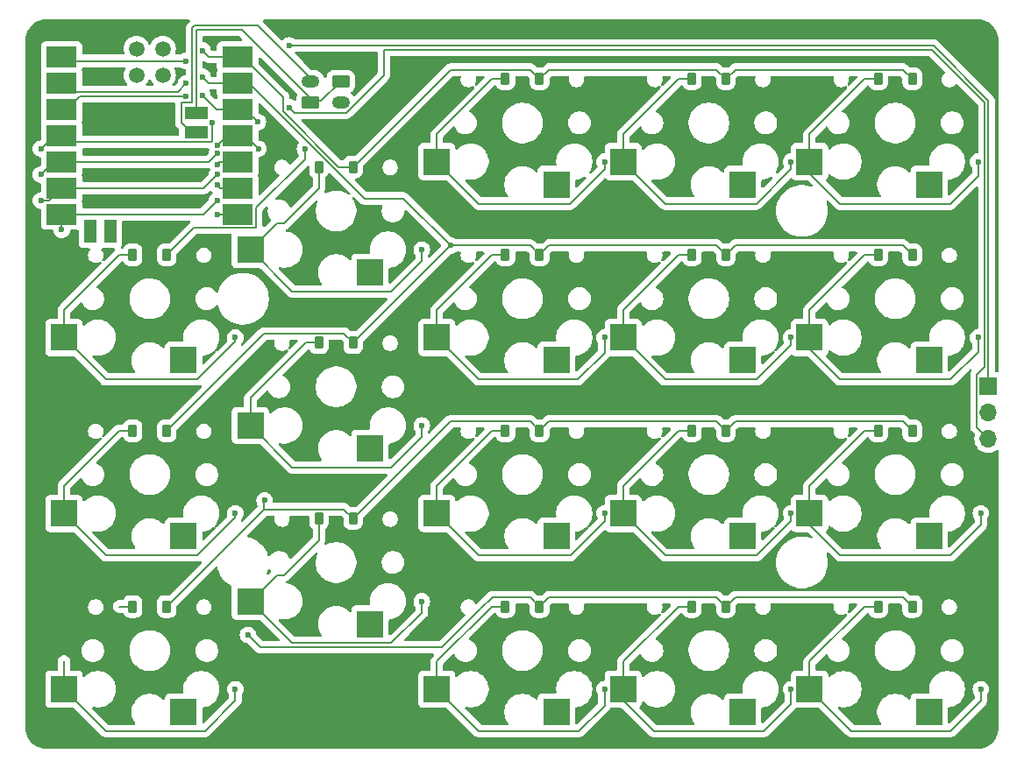
<source format=gbr>
%TF.GenerationSoftware,KiCad,Pcbnew,8.0.6*%
%TF.CreationDate,2025-02-12T16:48:57-05:00*%
%TF.ProjectId,PCB,5043422e-6b69-4636-9164-5f7063625858,rev?*%
%TF.SameCoordinates,Original*%
%TF.FileFunction,Copper,L2,Bot*%
%TF.FilePolarity,Positive*%
%FSLAX46Y46*%
G04 Gerber Fmt 4.6, Leading zero omitted, Abs format (unit mm)*
G04 Created by KiCad (PCBNEW 8.0.6) date 2025-02-12 16:48:57*
%MOMM*%
%LPD*%
G01*
G04 APERTURE LIST*
G04 Aperture macros list*
%AMRoundRect*
0 Rectangle with rounded corners*
0 $1 Rounding radius*
0 $2 $3 $4 $5 $6 $7 $8 $9 X,Y pos of 4 corners*
0 Add a 4 corners polygon primitive as box body*
4,1,4,$2,$3,$4,$5,$6,$7,$8,$9,$2,$3,0*
0 Add four circle primitives for the rounded corners*
1,1,$1+$1,$2,$3*
1,1,$1+$1,$4,$5*
1,1,$1+$1,$6,$7*
1,1,$1+$1,$8,$9*
0 Add four rect primitives between the rounded corners*
20,1,$1+$1,$2,$3,$4,$5,0*
20,1,$1+$1,$4,$5,$6,$7,0*
20,1,$1+$1,$6,$7,$8,$9,0*
20,1,$1+$1,$8,$9,$2,$3,0*%
G04 Aperture macros list end*
%TA.AperFunction,ComponentPad*%
%ADD10R,1.700000X1.700000*%
%TD*%
%TA.AperFunction,ComponentPad*%
%ADD11O,1.700000X1.700000*%
%TD*%
%TA.AperFunction,SMDPad,CuDef*%
%ADD12R,2.600000X2.600000*%
%TD*%
%TA.AperFunction,ComponentPad*%
%ADD13RoundRect,0.250000X-0.625000X0.350000X-0.625000X-0.350000X0.625000X-0.350000X0.625000X0.350000X0*%
%TD*%
%TA.AperFunction,ComponentPad*%
%ADD14O,1.750000X1.200000*%
%TD*%
%TA.AperFunction,ComponentPad*%
%ADD15RoundRect,0.250000X0.625000X-0.350000X0.625000X0.350000X-0.625000X0.350000X-0.625000X-0.350000X0*%
%TD*%
%TA.AperFunction,SMDPad,CuDef*%
%ADD16RoundRect,0.225000X0.225000X0.375000X-0.225000X0.375000X-0.225000X-0.375000X0.225000X-0.375000X0*%
%TD*%
%TA.AperFunction,SMDPad,CuDef*%
%ADD17R,3.000000X2.000000*%
%TD*%
%TA.AperFunction,SMDPad,CuDef*%
%ADD18C,1.500000*%
%TD*%
%TA.AperFunction,SMDPad,CuDef*%
%ADD19R,1.300000X2.300000*%
%TD*%
%TA.AperFunction,SMDPad,CuDef*%
%ADD20R,2.300000X1.300000*%
%TD*%
%TA.AperFunction,ViaPad*%
%ADD21C,0.600000*%
%TD*%
%TA.AperFunction,Conductor*%
%ADD22C,0.200000*%
%TD*%
G04 APERTURE END LIST*
D10*
%TO.P,J3,1,Pin_1*%
%TO.N,+5V*%
X117000000Y-59475000D03*
D11*
%TO.P,J3,2,Pin_2*%
%TO.N,unconnected-(J3-Pin_2-Pad2)*%
X117000000Y-62015000D03*
%TO.P,J3,3,Pin_3*%
%TO.N,GND*%
X117000000Y-64555000D03*
%TD*%
D12*
%TO.P,MX5,1,COL*%
%TO.N,/Col1*%
X57275000Y-65450000D03*
%TO.P,MX5,2,ROW*%
%TO.N,Net-(D5-A)*%
X45725000Y-63250000D03*
%TD*%
%TO.P,MX15,1,COL*%
%TO.N,/Col3*%
X93275000Y-90950000D03*
%TO.P,MX15,2,ROW*%
%TO.N,Net-(D15-A)*%
X81725000Y-88750000D03*
%TD*%
%TO.P,MX2,1,COL*%
%TO.N,/Col0*%
X39275000Y-73950000D03*
%TO.P,MX2,2,ROW*%
%TO.N,Net-(D2-A)*%
X27725000Y-71750000D03*
%TD*%
%TO.P,MX10,1,COL*%
%TO.N,/Col2*%
X75275000Y-73950000D03*
%TO.P,MX10,2,ROW*%
%TO.N,Net-(D10-A)*%
X63725000Y-71750000D03*
%TD*%
%TO.P,MX8,1,COL*%
%TO.N,/Col2*%
X75275000Y-39950000D03*
%TO.P,MX8,2,ROW*%
%TO.N,Net-(D8-A)*%
X63725000Y-37750000D03*
%TD*%
D13*
%TO.P,J1,1,Pin_1*%
%TO.N,/Bat-*%
X54450000Y-30000000D03*
D14*
%TO.P,J1,2,Pin_2*%
%TO.N,/Bat+*%
X54450000Y-32000000D03*
%TD*%
D12*
%TO.P,MX13,1,COL*%
%TO.N,/Col3*%
X93275000Y-56950000D03*
%TO.P,MX13,2,ROW*%
%TO.N,Net-(D13-A)*%
X81725000Y-54750000D03*
%TD*%
%TO.P,MX1,1,COL*%
%TO.N,/Col0*%
X39275000Y-56950000D03*
%TO.P,MX1,2,ROW*%
%TO.N,Net-(D1-A)*%
X27725000Y-54750000D03*
%TD*%
%TO.P,MX6,1,COL*%
%TO.N,/Col1*%
X57275000Y-82450000D03*
%TO.P,MX6,2,ROW*%
%TO.N,Net-(D6-A)*%
X45725000Y-80250000D03*
%TD*%
%TO.P,MX18,1,COL*%
%TO.N,/Col4*%
X111275000Y-73950000D03*
%TO.P,MX18,2,ROW*%
%TO.N,Net-(D18-A)*%
X99725000Y-71750000D03*
%TD*%
%TO.P,MX14,1,COL*%
%TO.N,/Col3*%
X93275000Y-73950000D03*
%TO.P,MX14,2,ROW*%
%TO.N,Net-(D14-A)*%
X81725000Y-71750000D03*
%TD*%
%TO.P,MX9,1,COL*%
%TO.N,/Col2*%
X75275000Y-56950000D03*
%TO.P,MX9,2,ROW*%
%TO.N,Net-(D9-A)*%
X63725000Y-54750000D03*
%TD*%
%TO.P,MX11,1,COL*%
%TO.N,/Col2*%
X75275000Y-90950000D03*
%TO.P,MX11,2,ROW*%
%TO.N,Net-(D11-A)*%
X63725000Y-88750000D03*
%TD*%
%TO.P,MX16,1,COL*%
%TO.N,/Col4*%
X111275000Y-39950000D03*
%TO.P,MX16,2,ROW*%
%TO.N,Net-(D16-A)*%
X99725000Y-37750000D03*
%TD*%
%TO.P,MX3,1,COL*%
%TO.N,/Col0*%
X39275000Y-90950000D03*
%TO.P,MX3,2,ROW*%
%TO.N,Net-(D3-A)*%
X27725000Y-88750000D03*
%TD*%
%TO.P,MX12,1,COL*%
%TO.N,/Col3*%
X93275000Y-39950000D03*
%TO.P,MX12,2,ROW*%
%TO.N,Net-(D12-A)*%
X81725000Y-37750000D03*
%TD*%
%TO.P,MX4,1,COL*%
%TO.N,/Col1*%
X57275000Y-48450000D03*
%TO.P,MX4,2,ROW*%
%TO.N,Net-(D4-A)*%
X45725000Y-46250000D03*
%TD*%
%TO.P,MX17,1,COL*%
%TO.N,/Col4*%
X111275000Y-56950000D03*
%TO.P,MX17,2,ROW*%
%TO.N,Net-(D17-A)*%
X99725000Y-54750000D03*
%TD*%
%TO.P,MX19,1,COL*%
%TO.N,/Col4*%
X111275000Y-90950000D03*
%TO.P,MX19,2,ROW*%
%TO.N,Net-(D19-A)*%
X99725000Y-88750000D03*
%TD*%
D15*
%TO.P,J2,1,Pin_1*%
%TO.N,/Bat-*%
X51550000Y-32000000D03*
D14*
%TO.P,J2,2,Pin_2*%
%TO.N,/Bat+*%
X51550000Y-30000000D03*
%TD*%
D16*
%TO.P,D11,1,K*%
%TO.N,/Row3*%
X73650000Y-80750000D03*
%TO.P,D11,2,A*%
%TO.N,Net-(D11-A)*%
X70350000Y-80750000D03*
%TD*%
%TO.P,D10,1,K*%
%TO.N,/Row2*%
X73650000Y-63750000D03*
%TO.P,D10,2,A*%
%TO.N,Net-(D10-A)*%
X70350000Y-63750000D03*
%TD*%
%TO.P,D2,1,K*%
%TO.N,/Row1*%
X37650000Y-63750000D03*
%TO.P,D2,2,A*%
%TO.N,Net-(D2-A)*%
X34350000Y-63750000D03*
%TD*%
%TO.P,D13,1,K*%
%TO.N,/Row1*%
X91650000Y-46750000D03*
%TO.P,D13,2,A*%
%TO.N,Net-(D13-A)*%
X88350000Y-46750000D03*
%TD*%
%TO.P,D19,1,K*%
%TO.N,/Row3*%
X109650000Y-80750000D03*
%TO.P,D19,2,A*%
%TO.N,Net-(D19-A)*%
X106350000Y-80750000D03*
%TD*%
D17*
%TO.P,U1,1,P0.02_A0_D0*%
%TO.N,/Row0*%
X44500000Y-27592015D03*
%TO.P,U1,2,P0.03_A1_D1*%
%TO.N,/Row1*%
X44500000Y-30132015D03*
%TO.P,U1,3,P0.28_A2_D2*%
%TO.N,/Row2*%
X44500000Y-32672015D03*
%TO.P,U1,4,P0.29_A3_D3*%
%TO.N,/Row3*%
X44500000Y-35212015D03*
%TO.P,U1,5,P0.04_A4_D4_SDA*%
%TO.N,/temp1*%
X44500000Y-37752015D03*
%TO.P,U1,6,P0.05_A5_D5_SCL*%
%TO.N,/temp2*%
X44500000Y-40292015D03*
%TO.P,U1,7,P1.11_D6_TX*%
%TO.N,/Col0*%
X44500000Y-42832015D03*
%TO.P,U1,8,P1.12_D7_RX*%
%TO.N,/Col1*%
X27500000Y-42832015D03*
%TO.P,U1,9,P1.13_D8_SCK*%
%TO.N,/Col2*%
X27500000Y-40292015D03*
%TO.P,U1,10,P1.14_D9_MISO*%
%TO.N,/Col3*%
X27500000Y-37752015D03*
%TO.P,U1,11,P1.15_D10_MOSI*%
%TO.N,/Col4*%
X27500000Y-35212015D03*
%TO.P,U1,12,3V3*%
%TO.N,+3.3V*%
X27500000Y-32672015D03*
%TO.P,U1,13,GND*%
%TO.N,GND*%
X27500000Y-30132015D03*
%TO.P,U1,14,5V*%
%TO.N,+5V*%
X27500000Y-27592015D03*
D18*
%TO.P,U1,15,PA30_SWCLK*%
%TO.N,unconnected-(U1-PA30_SWCLK-Pad15)*%
X37270000Y-26822015D03*
%TO.P,U1,16,PA31_SWDIO*%
%TO.N,unconnected-(U1-PA31_SWDIO-Pad16)*%
X34730000Y-26822015D03*
%TO.P,U1,17,GND*%
%TO.N,unconnected-(U1-GND-Pad17)*%
X37270000Y-29362015D03*
%TO.P,U1,18,RESET*%
%TO.N,unconnected-(U1-RESET-Pad18)*%
X34730000Y-29362015D03*
D19*
%TO.P,U1,19,P0.09_NFC1*%
%TO.N,unconnected-(U1-P0.09_NFC1-Pad19)*%
X32200000Y-44462015D03*
%TO.P,U1,20,P0.10_NFC2*%
%TO.N,unconnected-(U1-P0.10_NFC2-Pad20)*%
X30300000Y-44462015D03*
D20*
%TO.P,U1,21,BAT-*%
%TO.N,/Bat-*%
X40500000Y-33012015D03*
%TO.P,U1,22,BAT+*%
%TO.N,/Bat+*%
X40500000Y-34912015D03*
%TD*%
D16*
%TO.P,D16,1,K*%
%TO.N,/Row0*%
X109650000Y-29750000D03*
%TO.P,D16,2,A*%
%TO.N,Net-(D16-A)*%
X106350000Y-29750000D03*
%TD*%
%TO.P,D5,1,K*%
%TO.N,/Row1*%
X55650000Y-55250000D03*
%TO.P,D5,2,A*%
%TO.N,Net-(D5-A)*%
X52350000Y-55250000D03*
%TD*%
%TO.P,D12,1,K*%
%TO.N,/Row0*%
X91650000Y-29750000D03*
%TO.P,D12,2,A*%
%TO.N,Net-(D12-A)*%
X88350000Y-29750000D03*
%TD*%
%TO.P,D15,1,K*%
%TO.N,/Row3*%
X91650000Y-80750000D03*
%TO.P,D15,2,A*%
%TO.N,Net-(D15-A)*%
X88350000Y-80750000D03*
%TD*%
%TO.P,D14,1,K*%
%TO.N,/Row2*%
X91650000Y-63750000D03*
%TO.P,D14,2,A*%
%TO.N,Net-(D14-A)*%
X88350000Y-63750000D03*
%TD*%
%TO.P,D1,1,K*%
%TO.N,/Row0*%
X37650000Y-46750000D03*
%TO.P,D1,2,A*%
%TO.N,Net-(D1-A)*%
X34350000Y-46750000D03*
%TD*%
%TO.P,D8,1,K*%
%TO.N,/Row0*%
X73650000Y-29750000D03*
%TO.P,D8,2,A*%
%TO.N,Net-(D8-A)*%
X70350000Y-29750000D03*
%TD*%
%TO.P,D18,1,K*%
%TO.N,/Row2*%
X109650000Y-63750000D03*
%TO.P,D18,2,A*%
%TO.N,Net-(D18-A)*%
X106350000Y-63750000D03*
%TD*%
%TO.P,D6,1,K*%
%TO.N,/Row2*%
X55650000Y-72250000D03*
%TO.P,D6,2,A*%
%TO.N,Net-(D6-A)*%
X52350000Y-72250000D03*
%TD*%
%TO.P,D4,1,K*%
%TO.N,/Row0*%
X55650000Y-38250000D03*
%TO.P,D4,2,A*%
%TO.N,Net-(D4-A)*%
X52350000Y-38250000D03*
%TD*%
%TO.P,D3,1,K*%
%TO.N,/Row2*%
X37650000Y-80750000D03*
%TO.P,D3,2,A*%
%TO.N,Net-(D3-A)*%
X34350000Y-80750000D03*
%TD*%
%TO.P,D9,1,K*%
%TO.N,/Row1*%
X73650000Y-46750000D03*
%TO.P,D9,2,A*%
%TO.N,Net-(D9-A)*%
X70350000Y-46750000D03*
%TD*%
%TO.P,D17,1,K*%
%TO.N,/Row1*%
X109650000Y-46750000D03*
%TO.P,D17,2,A*%
%TO.N,Net-(D17-A)*%
X106350000Y-46750000D03*
%TD*%
D21*
%TO.N,Net-(D1-A)*%
X44275000Y-54750000D03*
%TO.N,/Row0*%
X41100000Y-26992015D03*
X55650000Y-38250000D03*
X51000000Y-36500000D03*
%TO.N,Net-(D2-A)*%
X44275000Y-71750000D03*
%TO.N,/Row1*%
X41100000Y-29532015D03*
X65050000Y-45850000D03*
%TO.N,Net-(D3-A)*%
X44275000Y-88750000D03*
%TO.N,/Row2*%
X46442272Y-33905246D03*
X47100000Y-70500000D03*
X41100000Y-31325735D03*
%TO.N,Net-(D4-A)*%
X62275000Y-46250000D03*
%TO.N,Net-(D5-A)*%
X62275000Y-63250000D03*
%TO.N,Net-(D6-A)*%
X62275000Y-80250000D03*
%TO.N,Net-(D8-A)*%
X79924998Y-37750000D03*
%TO.N,Net-(D9-A)*%
X79924998Y-54750000D03*
%TO.N,Net-(D10-A)*%
X79924998Y-71750000D03*
%TO.N,Net-(D11-A)*%
X79924998Y-88750000D03*
%TO.N,Net-(D12-A)*%
X97924998Y-37750000D03*
%TO.N,Net-(D13-A)*%
X97924998Y-54750000D03*
%TO.N,Net-(D14-A)*%
X97924998Y-71750000D03*
%TO.N,Net-(D15-A)*%
X97924998Y-88750000D03*
%TO.N,Net-(D16-A)*%
X116000000Y-37750000D03*
%TO.N,Net-(D17-A)*%
X116000000Y-54750000D03*
%TO.N,Net-(D18-A)*%
X116275000Y-71750000D03*
%TO.N,Net-(D19-A)*%
X116275000Y-88750000D03*
%TO.N,+5V*%
X49500000Y-26500000D03*
X39500000Y-28000000D03*
%TO.N,GND*%
X49500000Y-32500000D03*
X39500000Y-30200000D03*
%TO.N,/Bat-*%
X40500000Y-33012015D03*
%TO.N,/Bat+*%
X40500000Y-34912015D03*
%TO.N,/Col0*%
X39275000Y-73950000D03*
X39275000Y-90950000D03*
X42499998Y-42835045D03*
X39275000Y-56950000D03*
%TO.N,/Col1*%
X57275000Y-48450000D03*
X27500000Y-44332017D03*
X57275000Y-65450000D03*
X57275000Y-82450000D03*
X42500000Y-41500000D03*
%TO.N,/Col2*%
X75275000Y-56950000D03*
X42500000Y-39000000D03*
X25500000Y-41500000D03*
X75275000Y-90950000D03*
X75275000Y-73950000D03*
X75275000Y-39950000D03*
%TO.N,/Col3*%
X93275000Y-90950000D03*
X42500000Y-36959870D03*
X93275000Y-39950000D03*
X25500000Y-39000000D03*
X93275000Y-73950000D03*
X93275000Y-56950000D03*
%TO.N,/Col4*%
X111275000Y-56950000D03*
X111275000Y-90950000D03*
X25500000Y-36500000D03*
X111275000Y-73950000D03*
X42059135Y-33974595D03*
X111275000Y-39950000D03*
%TO.N,/Row3*%
X45500000Y-83500000D03*
X46500000Y-36500000D03*
X42500000Y-36159867D03*
%TO.N,/temp1*%
X42500000Y-38000000D03*
%TO.N,/temp2*%
X42500000Y-40000000D03*
%TO.N,+3.3V*%
X39500000Y-31400000D03*
%TD*%
D22*
%TO.N,Net-(D6-A)*%
X45725000Y-80250000D02*
X48274100Y-77700900D01*
X48274100Y-77700900D02*
X48997429Y-77700900D01*
X52350000Y-74348329D02*
X52350000Y-72250000D01*
X48997429Y-77700900D02*
X52350000Y-74348329D01*
%TO.N,Net-(D1-A)*%
X40625000Y-58800000D02*
X44275000Y-55150000D01*
X27725000Y-52076671D02*
X33051671Y-46750000D01*
X31775000Y-58800000D02*
X40625000Y-58800000D01*
X33051671Y-46750000D02*
X34350000Y-46750000D01*
X44275000Y-55150000D02*
X44275000Y-54750000D01*
X27725000Y-54750000D02*
X27725000Y-52076671D01*
X27725000Y-54750000D02*
X31775000Y-58800000D01*
%TO.N,/Row0*%
X74550000Y-28850000D02*
X73650000Y-29750000D01*
X46300000Y-44132015D02*
X46300000Y-42200000D01*
X46300000Y-42200000D02*
X51000000Y-37500000D01*
X48900000Y-31492015D02*
X48900000Y-32885618D01*
X44500000Y-27592015D02*
X41700000Y-27592015D01*
X41700000Y-27592015D02*
X41100000Y-26992015D01*
X65050000Y-28850000D02*
X55650000Y-38250000D01*
X44500000Y-27592015D02*
X45000000Y-27592015D01*
X108750000Y-28850000D02*
X92550000Y-28850000D01*
X54264382Y-38250000D02*
X55650000Y-38250000D01*
X48900000Y-32885618D02*
X54264382Y-38250000D01*
X92550000Y-28850000D02*
X91650000Y-29750000D01*
X90750000Y-28850000D02*
X74550000Y-28850000D01*
X37650000Y-46750000D02*
X40267985Y-44132015D01*
X40267985Y-44132015D02*
X46300000Y-44132015D01*
X72750000Y-28850000D02*
X65050000Y-28850000D01*
X91650000Y-29750000D02*
X90750000Y-28850000D01*
X109650000Y-29750000D02*
X108750000Y-28850000D01*
X51000000Y-37500000D02*
X51000000Y-36500000D01*
X45000000Y-27592015D02*
X48900000Y-31492015D01*
X73650000Y-29750000D02*
X72750000Y-28850000D01*
%TO.N,Net-(D2-A)*%
X44275000Y-72150000D02*
X44275000Y-71750000D01*
X31775000Y-75800000D02*
X40625000Y-75800000D01*
X33051671Y-63750000D02*
X34350000Y-63750000D01*
X40625000Y-75800000D02*
X44275000Y-72150000D01*
X27725000Y-69076671D02*
X33051671Y-63750000D01*
X27725000Y-71750000D02*
X27725000Y-69076671D01*
X27725000Y-71750000D02*
X31775000Y-75800000D01*
%TO.N,/Row1*%
X44500000Y-30132015D02*
X41700000Y-30132015D01*
X44500000Y-30132015D02*
X45580711Y-30132015D01*
X90750000Y-45850000D02*
X74550000Y-45850000D01*
X47050000Y-54350000D02*
X54750000Y-54350000D01*
X37650000Y-63750000D02*
X47050000Y-54350000D01*
X108750000Y-45850000D02*
X92550000Y-45850000D01*
X91650000Y-46750000D02*
X90750000Y-45850000D01*
X109650000Y-46750000D02*
X108750000Y-45850000D01*
X72750000Y-45850000D02*
X65050000Y-45850000D01*
X56747796Y-41299100D02*
X60499100Y-41299100D01*
X54750000Y-54350000D02*
X55650000Y-55250000D01*
X60499100Y-41299100D02*
X65050000Y-45850000D01*
X92550000Y-45850000D02*
X91650000Y-46750000D01*
X41700000Y-30132015D02*
X41100000Y-29532015D01*
X73650000Y-46750000D02*
X72750000Y-45850000D01*
X74550000Y-45850000D02*
X73650000Y-46750000D01*
X45580711Y-30132015D02*
X56747796Y-41299100D01*
X65050000Y-45850000D02*
X55650000Y-55250000D01*
%TO.N,Net-(D3-A)*%
X27725000Y-88750000D02*
X27725000Y-86076671D01*
X31775000Y-92800000D02*
X41325000Y-92800000D01*
X27725000Y-88750000D02*
X31775000Y-92800000D01*
X44275000Y-89850000D02*
X44275000Y-88750000D01*
X33051671Y-80750000D02*
X34350000Y-80750000D01*
X41325000Y-92800000D02*
X44275000Y-89850000D01*
%TO.N,/Row2*%
X37650000Y-80750000D02*
X47050000Y-71350000D01*
X47050000Y-71350000D02*
X54750000Y-71350000D01*
X42446280Y-32672015D02*
X41100000Y-31325735D01*
X72750000Y-62850000D02*
X73650000Y-63750000D01*
X108750000Y-62850000D02*
X109650000Y-63750000D01*
X90750000Y-62850000D02*
X91650000Y-63750000D01*
X54750000Y-71350000D02*
X55650000Y-72250000D01*
X92550000Y-62850000D02*
X108750000Y-62850000D01*
X91650000Y-63750000D02*
X92550000Y-62850000D01*
X55650000Y-72250000D02*
X65050000Y-62850000D01*
X46442272Y-33905246D02*
X45209041Y-32672015D01*
X65050000Y-62850000D02*
X72750000Y-62850000D01*
X73650000Y-63750000D02*
X74550000Y-62850000D01*
X47050000Y-71350000D02*
X47050000Y-70550000D01*
X47050000Y-70550000D02*
X47100000Y-70500000D01*
X45209041Y-32672015D02*
X44500000Y-32672015D01*
X44500000Y-32672015D02*
X42446280Y-32672015D01*
X74550000Y-62850000D02*
X90750000Y-62850000D01*
%TO.N,Net-(D4-A)*%
X45725000Y-46250000D02*
X48274100Y-43700900D01*
X49775000Y-50300000D02*
X59325000Y-50300000D01*
X59325000Y-50300000D02*
X62275000Y-47350000D01*
X62275000Y-47350000D02*
X62275000Y-46250000D01*
X48274100Y-43700900D02*
X48997429Y-43700900D01*
X45725000Y-46250000D02*
X49775000Y-50300000D01*
X52350000Y-40348329D02*
X52350000Y-38250000D01*
X48997429Y-43700900D02*
X52350000Y-40348329D01*
%TO.N,Net-(D5-A)*%
X49775000Y-67300000D02*
X59325000Y-67300000D01*
X59325000Y-67300000D02*
X62275000Y-64350000D01*
X62275000Y-64350000D02*
X62275000Y-63250000D01*
X45725000Y-63250000D02*
X45725000Y-60576671D01*
X45725000Y-63250000D02*
X49775000Y-67300000D01*
X45725000Y-60576671D02*
X51051671Y-55250000D01*
X51051671Y-55250000D02*
X52350000Y-55250000D01*
%TO.N,Net-(D6-A)*%
X59325000Y-84300000D02*
X62275000Y-81350000D01*
X49775000Y-84300000D02*
X59325000Y-84300000D01*
X45725000Y-80250000D02*
X49775000Y-84300000D01*
X62275000Y-81350000D02*
X62275000Y-80250000D01*
%TO.N,Net-(D8-A)*%
X63725000Y-37750000D02*
X67775000Y-41800000D01*
X79924998Y-38450002D02*
X79924998Y-37750000D01*
X76575000Y-41800000D02*
X79924998Y-38450002D01*
X63725000Y-35076671D02*
X69051671Y-29750000D01*
X69051671Y-29750000D02*
X70350000Y-29750000D01*
X63725000Y-37750000D02*
X63725000Y-35076671D01*
X67775000Y-41800000D02*
X76575000Y-41800000D01*
%TO.N,Net-(D9-A)*%
X77325000Y-58800000D02*
X79924998Y-56200002D01*
X63725000Y-54750000D02*
X63725000Y-52076671D01*
X69051671Y-46750000D02*
X70350000Y-46750000D01*
X63725000Y-54750000D02*
X67775000Y-58800000D01*
X67775000Y-58800000D02*
X77325000Y-58800000D01*
X79924998Y-56200002D02*
X79924998Y-54750000D01*
X63725000Y-52076671D02*
X69051671Y-46750000D01*
%TO.N,Net-(D10-A)*%
X76625000Y-75800000D02*
X79924998Y-72500002D01*
X63725000Y-69076671D02*
X69051671Y-63750000D01*
X63725000Y-71750000D02*
X67775000Y-75800000D01*
X67775000Y-75800000D02*
X76625000Y-75800000D01*
X79924998Y-72500002D02*
X79924998Y-71750000D01*
X63725000Y-71750000D02*
X63725000Y-69076671D01*
X69051671Y-63750000D02*
X70350000Y-63750000D01*
%TO.N,Net-(D11-A)*%
X67775000Y-92800000D02*
X77450000Y-92800000D01*
X69051671Y-80750000D02*
X70350000Y-80750000D01*
X63725000Y-86076671D02*
X69051671Y-80750000D01*
X79924998Y-90325002D02*
X79924998Y-88750000D01*
X63725000Y-88750000D02*
X67775000Y-92800000D01*
X77450000Y-92800000D02*
X79924998Y-90325002D01*
X63725000Y-88750000D02*
X63725000Y-86076671D01*
%TO.N,Net-(D12-A)*%
X87051671Y-29750000D02*
X88350000Y-29750000D01*
X85775000Y-41800000D02*
X94575000Y-41800000D01*
X81725000Y-37750000D02*
X81725000Y-35076671D01*
X81725000Y-37750000D02*
X85775000Y-41800000D01*
X94575000Y-41800000D02*
X97924998Y-38450002D01*
X97924998Y-38450002D02*
X97924998Y-37750000D01*
X81725000Y-35076671D02*
X87051671Y-29750000D01*
%TO.N,Net-(D13-A)*%
X81725000Y-52076671D02*
X87051671Y-46750000D01*
X94625000Y-58800000D02*
X97924998Y-55500002D01*
X81725000Y-54750000D02*
X81725000Y-52076671D01*
X87051671Y-46750000D02*
X88350000Y-46750000D01*
X97924998Y-55500002D02*
X97924998Y-54750000D01*
X81725000Y-54750000D02*
X85775000Y-58800000D01*
X85775000Y-58800000D02*
X94625000Y-58800000D01*
%TO.N,Net-(D14-A)*%
X81725000Y-71750000D02*
X81725000Y-69076671D01*
X81725000Y-71750000D02*
X85775000Y-75800000D01*
X97924998Y-72500002D02*
X97924998Y-71750000D01*
X85775000Y-75800000D02*
X94625000Y-75800000D01*
X87051671Y-63750000D02*
X88350000Y-63750000D01*
X81725000Y-69076671D02*
X87051671Y-63750000D01*
X94625000Y-75800000D02*
X97924998Y-72500002D01*
%TO.N,Net-(D15-A)*%
X87051671Y-80750000D02*
X88350000Y-80750000D01*
X81725000Y-89850000D02*
X84675000Y-92800000D01*
X81725000Y-88750000D02*
X81725000Y-89850000D01*
X95325000Y-92800000D02*
X97924998Y-90200002D01*
X84675000Y-92800000D02*
X95325000Y-92800000D01*
X81725000Y-88750000D02*
X81725000Y-86076671D01*
X81725000Y-86076671D02*
X87051671Y-80750000D01*
X97924998Y-90200002D02*
X97924998Y-88750000D01*
%TO.N,Net-(D16-A)*%
X105051671Y-29750000D02*
X106350000Y-29750000D01*
X99725000Y-38850000D02*
X102675000Y-41800000D01*
X116000000Y-39125000D02*
X116000000Y-37750000D01*
X99725000Y-35076671D02*
X105051671Y-29750000D01*
X113325000Y-41800000D02*
X116000000Y-39125000D01*
X99725000Y-37750000D02*
X99725000Y-35076671D01*
X102675000Y-41800000D02*
X113325000Y-41800000D01*
X99725000Y-37750000D02*
X99725000Y-38850000D01*
%TO.N,Net-(D17-A)*%
X99725000Y-52076671D02*
X105051671Y-46750000D01*
X99725000Y-54750000D02*
X99725000Y-55850000D01*
X99725000Y-54750000D02*
X99725000Y-52076671D01*
X102675000Y-58800000D02*
X113325000Y-58800000D01*
X105051671Y-46750000D02*
X106350000Y-46750000D01*
X116000000Y-56125000D02*
X116000000Y-54750000D01*
X113325000Y-58800000D02*
X116000000Y-56125000D01*
X99725000Y-55850000D02*
X102675000Y-58800000D01*
%TO.N,Net-(D18-A)*%
X116275000Y-72850000D02*
X116275000Y-71750000D01*
X105051671Y-63750000D02*
X106350000Y-63750000D01*
X99725000Y-71750000D02*
X99725000Y-69076671D01*
X99725000Y-71750000D02*
X99725000Y-72850000D01*
X102675000Y-75800000D02*
X113325000Y-75800000D01*
X99725000Y-72850000D02*
X102675000Y-75800000D01*
X113325000Y-75800000D02*
X116275000Y-72850000D01*
X99725000Y-69076671D02*
X105051671Y-63750000D01*
%TO.N,Net-(D19-A)*%
X99725000Y-86076671D02*
X105051671Y-80750000D01*
X103775000Y-92800000D02*
X113325000Y-92800000D01*
X116275000Y-89850000D02*
X116275000Y-88750000D01*
X99725000Y-88750000D02*
X103775000Y-92800000D01*
X105051671Y-80750000D02*
X106350000Y-80750000D01*
X99725000Y-88750000D02*
X99725000Y-86076671D01*
X113325000Y-92800000D02*
X116275000Y-89850000D01*
%TO.N,+5V*%
X117000000Y-31818879D02*
X117000000Y-59460000D01*
X49500000Y-26500000D02*
X111681121Y-26500000D01*
X27907985Y-28000000D02*
X39500000Y-28000000D01*
X111681121Y-26500000D02*
X117000000Y-31818879D01*
X27500000Y-27592015D02*
X27907985Y-28000000D01*
%TO.N,GND*%
X28367985Y-31000000D02*
X38500000Y-31000000D01*
X38500000Y-31000000D02*
X38700000Y-31000000D01*
X115850000Y-58310000D02*
X115850000Y-63390000D01*
X50000000Y-33000000D02*
X49500000Y-32500000D01*
X58600000Y-26900000D02*
X111515435Y-26900000D01*
X54997792Y-33000000D02*
X50000000Y-33000000D01*
X116600000Y-31984565D02*
X116600000Y-57560000D01*
X115850000Y-63390000D02*
X117000000Y-64540000D01*
X58600000Y-26900000D02*
X58600000Y-29397792D01*
X38700000Y-31000000D02*
X39500000Y-30200000D01*
X116600000Y-57560000D02*
X115850000Y-58310000D01*
X111515435Y-26900000D02*
X116600000Y-31984565D01*
X58600000Y-29397792D02*
X54997792Y-33000000D01*
X27500000Y-30132015D02*
X28367985Y-31000000D01*
%TO.N,/Bat-*%
X52575000Y-31875000D02*
X54450000Y-30000000D01*
X51750000Y-31875000D02*
X52575000Y-31875000D01*
X40500000Y-25000000D02*
X44875000Y-25000000D01*
X44875000Y-25000000D02*
X51750000Y-31875000D01*
X40500000Y-33012015D02*
X40500000Y-25000000D01*
%TO.N,/Bat+*%
X39100000Y-32000000D02*
X40100000Y-32000000D01*
X40334315Y-24600000D02*
X46475000Y-24600000D01*
X39050000Y-32050000D02*
X39100000Y-32000000D01*
X40100000Y-24834315D02*
X40334315Y-24600000D01*
X39050000Y-33962015D02*
X39050000Y-32050000D01*
X46475000Y-24600000D02*
X51750000Y-29875000D01*
X40100000Y-32000000D02*
X40100000Y-24834315D01*
X40500000Y-34912015D02*
X40000000Y-34912015D01*
X40000000Y-34912015D02*
X39050000Y-33962015D01*
%TO.N,/Col0*%
X42503028Y-42832015D02*
X42499998Y-42835045D01*
X44500000Y-42832015D02*
X42503028Y-42832015D01*
%TO.N,/Col1*%
X27500000Y-42832015D02*
X41167985Y-42832015D01*
X41167985Y-42832015D02*
X42500000Y-41500000D01*
X27500000Y-44332017D02*
X27500000Y-42832015D01*
%TO.N,/Col2*%
X26292015Y-41500000D02*
X27500000Y-40292015D01*
X25500000Y-41500000D02*
X26292015Y-41500000D01*
X41207985Y-40292015D02*
X42500000Y-39000000D01*
X27500000Y-40292015D02*
X41207985Y-40292015D01*
%TO.N,/Col3*%
X26747985Y-37752015D02*
X27500000Y-37752015D01*
X25500000Y-39000000D02*
X26747985Y-37752015D01*
X27500000Y-37752015D02*
X41707855Y-37752015D01*
X41707855Y-37752015D02*
X42500000Y-36959870D01*
%TO.N,/Col4*%
X42059135Y-35752880D02*
X42059135Y-33974595D01*
X27500000Y-35212015D02*
X27787985Y-35212015D01*
X41950000Y-35862015D02*
X42059135Y-35752880D01*
X28437985Y-35862015D02*
X41950000Y-35862015D01*
X26787985Y-35212015D02*
X27500000Y-35212015D01*
X27787985Y-35212015D02*
X28437985Y-35862015D01*
X25500000Y-36500000D02*
X26787985Y-35212015D01*
%TO.N,/Row3*%
X91650000Y-80750000D02*
X90750000Y-79850000D01*
X73650000Y-80750000D02*
X72750000Y-79850000D01*
X72750000Y-79850000D02*
X69103142Y-79850000D01*
X43447852Y-35212015D02*
X42500000Y-36159867D01*
X90750000Y-79850000D02*
X74550000Y-79850000D01*
X74550000Y-79850000D02*
X73650000Y-80750000D01*
X67976571Y-80976571D02*
X64253142Y-84700000D01*
X92550000Y-79850000D02*
X91650000Y-80750000D01*
X64253142Y-84700000D02*
X46700000Y-84700000D01*
X46500000Y-36500000D02*
X45212015Y-35212015D01*
X109650000Y-80750000D02*
X108750000Y-79850000D01*
X44500000Y-35212015D02*
X43447852Y-35212015D01*
X46700000Y-84700000D02*
X45500000Y-83500000D01*
X45212015Y-35212015D02*
X44500000Y-35212015D01*
X69103142Y-79850000D02*
X67976571Y-80976571D01*
X108750000Y-79850000D02*
X92550000Y-79850000D01*
%TO.N,/temp1*%
X44500000Y-37752015D02*
X42747985Y-37752015D01*
X42747985Y-37752015D02*
X42500000Y-38000000D01*
%TO.N,/temp2*%
X44500000Y-40292015D02*
X42792015Y-40292015D01*
X42792015Y-40292015D02*
X42500000Y-40000000D01*
%TO.N,+3.3V*%
X27500000Y-32672015D02*
X28000000Y-32672015D01*
X29272015Y-31400000D02*
X39500000Y-31400000D01*
X28000000Y-32672015D02*
X29272015Y-31400000D01*
%TD*%
%TA.AperFunction,NonConductor*%
G36*
X44641942Y-25620185D02*
G01*
X44662584Y-25636819D01*
X44905599Y-25879834D01*
X44939084Y-25941157D01*
X44934100Y-26010849D01*
X44892228Y-26066782D01*
X44826764Y-26091199D01*
X44817918Y-26091515D01*
X42952129Y-26091515D01*
X42952123Y-26091516D01*
X42892516Y-26097923D01*
X42757671Y-26148217D01*
X42757664Y-26148221D01*
X42642455Y-26234467D01*
X42642452Y-26234470D01*
X42556206Y-26349679D01*
X42556202Y-26349686D01*
X42505908Y-26484532D01*
X42499501Y-26544131D01*
X42499501Y-26544138D01*
X42499500Y-26544150D01*
X42499500Y-26867515D01*
X42479815Y-26934554D01*
X42427011Y-26980309D01*
X42375500Y-26991515D01*
X42016321Y-26991515D01*
X41949282Y-26971830D01*
X41903527Y-26919026D01*
X41893101Y-26881401D01*
X41885368Y-26812760D01*
X41825789Y-26642493D01*
X41729816Y-26489753D01*
X41602262Y-26362199D01*
X41575842Y-26345598D01*
X41449521Y-26266225D01*
X41279249Y-26206645D01*
X41210616Y-26198912D01*
X41146202Y-26171845D01*
X41106647Y-26114250D01*
X41100500Y-26075692D01*
X41100500Y-25724500D01*
X41120185Y-25657461D01*
X41172989Y-25611706D01*
X41224500Y-25600500D01*
X44574903Y-25600500D01*
X44641942Y-25620185D01*
G37*
%TD.AperFunction*%
%TA.AperFunction,NonConductor*%
G36*
X41305703Y-28047400D02*
G01*
X41312181Y-28053432D01*
X41331284Y-28072535D01*
X41331285Y-28072536D01*
X41331287Y-28072537D01*
X41345545Y-28080768D01*
X41390526Y-28106738D01*
X41468215Y-28151592D01*
X41620943Y-28192515D01*
X41779057Y-28192515D01*
X42375501Y-28192515D01*
X42442540Y-28212200D01*
X42488295Y-28265004D01*
X42499501Y-28316515D01*
X42499501Y-28639891D01*
X42505908Y-28699498D01*
X42550361Y-28818682D01*
X42555345Y-28888374D01*
X42550361Y-28905348D01*
X42505908Y-29024532D01*
X42500147Y-29078122D01*
X42499501Y-29084138D01*
X42499500Y-29084150D01*
X42499500Y-29407515D01*
X42479815Y-29474554D01*
X42427011Y-29520309D01*
X42375500Y-29531515D01*
X42016321Y-29531515D01*
X41949282Y-29511830D01*
X41903527Y-29459026D01*
X41893101Y-29421401D01*
X41885368Y-29352760D01*
X41825789Y-29182493D01*
X41729816Y-29029753D01*
X41602262Y-28902199D01*
X41563368Y-28877760D01*
X41449521Y-28806225D01*
X41279249Y-28746645D01*
X41210616Y-28738912D01*
X41146202Y-28711845D01*
X41106647Y-28654250D01*
X41100500Y-28615692D01*
X41100500Y-28141113D01*
X41120185Y-28074074D01*
X41172989Y-28028319D01*
X41242147Y-28018375D01*
X41305703Y-28047400D01*
G37*
%TD.AperFunction*%
%TA.AperFunction,NonConductor*%
G36*
X104269613Y-29470185D02*
G01*
X104315368Y-29522989D01*
X104325312Y-29592147D01*
X104296287Y-29655703D01*
X104290255Y-29662181D01*
X103609771Y-30342663D01*
X103548448Y-30376148D01*
X103478756Y-30371164D01*
X103422823Y-30329292D01*
X103398406Y-30263828D01*
X103413258Y-30195555D01*
X103418980Y-30186103D01*
X103440920Y-30153269D01*
X103497140Y-30017542D01*
X103525800Y-29873455D01*
X103525800Y-29726545D01*
X103520070Y-29697737D01*
X103500369Y-29598691D01*
X103506596Y-29529099D01*
X103549459Y-29473922D01*
X103615349Y-29450678D01*
X103621986Y-29450500D01*
X104202574Y-29450500D01*
X104269613Y-29470185D01*
G37*
%TD.AperFunction*%
%TA.AperFunction,NonConductor*%
G36*
X86269613Y-29470185D02*
G01*
X86315368Y-29522989D01*
X86325312Y-29592147D01*
X86296287Y-29655703D01*
X86290255Y-29662181D01*
X85609771Y-30342663D01*
X85548448Y-30376148D01*
X85478756Y-30371164D01*
X85422823Y-30329292D01*
X85398406Y-30263828D01*
X85413258Y-30195555D01*
X85418980Y-30186103D01*
X85440920Y-30153269D01*
X85497140Y-30017542D01*
X85525800Y-29873455D01*
X85525800Y-29726545D01*
X85520070Y-29697737D01*
X85500369Y-29598691D01*
X85506596Y-29529099D01*
X85549459Y-29473922D01*
X85615349Y-29450678D01*
X85621986Y-29450500D01*
X86202574Y-29450500D01*
X86269613Y-29470185D01*
G37*
%TD.AperFunction*%
%TA.AperFunction,NonConductor*%
G36*
X68269613Y-29470185D02*
G01*
X68315368Y-29522989D01*
X68325312Y-29592147D01*
X68296287Y-29655703D01*
X68290255Y-29662181D01*
X67609771Y-30342663D01*
X67548448Y-30376148D01*
X67478756Y-30371164D01*
X67422823Y-30329292D01*
X67398406Y-30263828D01*
X67413258Y-30195555D01*
X67418980Y-30186103D01*
X67440920Y-30153269D01*
X67497140Y-30017542D01*
X67525800Y-29873455D01*
X67525800Y-29726545D01*
X67520070Y-29697737D01*
X67500369Y-29598691D01*
X67506596Y-29529099D01*
X67549459Y-29473922D01*
X67615349Y-29450678D01*
X67621986Y-29450500D01*
X68202574Y-29450500D01*
X68269613Y-29470185D01*
G37*
%TD.AperFunction*%
%TA.AperFunction,NonConductor*%
G36*
X38984627Y-28620185D02*
G01*
X38994903Y-28627555D01*
X38997736Y-28629814D01*
X38997738Y-28629816D01*
X39097069Y-28692230D01*
X39130119Y-28712997D01*
X39150478Y-28725789D01*
X39320745Y-28785368D01*
X39389384Y-28793101D01*
X39453796Y-28820166D01*
X39493352Y-28877760D01*
X39499500Y-28916321D01*
X39499500Y-29283677D01*
X39479815Y-29350716D01*
X39427011Y-29396471D01*
X39389384Y-29406897D01*
X39320750Y-29414630D01*
X39150478Y-29474210D01*
X38997737Y-29570184D01*
X38870184Y-29697737D01*
X38774210Y-29850478D01*
X38714630Y-30020750D01*
X38704837Y-30107668D01*
X38677770Y-30172082D01*
X38669299Y-30181465D01*
X38487582Y-30363182D01*
X38426262Y-30396666D01*
X38399903Y-30399500D01*
X38300352Y-30399500D01*
X38233313Y-30379815D01*
X38187558Y-30327011D01*
X38177614Y-30257853D01*
X38206639Y-30194297D01*
X38212671Y-30187819D01*
X38219025Y-30181465D01*
X38231598Y-30168892D01*
X38357102Y-29989654D01*
X38449575Y-29791345D01*
X38506207Y-29579992D01*
X38525277Y-29362015D01*
X38524467Y-29352760D01*
X38518423Y-29283677D01*
X38506207Y-29144038D01*
X38449575Y-28932685D01*
X38376932Y-28776904D01*
X38366441Y-28707827D01*
X38394961Y-28644043D01*
X38453437Y-28605804D01*
X38489315Y-28600500D01*
X38917588Y-28600500D01*
X38984627Y-28620185D01*
G37*
%TD.AperFunction*%
%TA.AperFunction,NonConductor*%
G36*
X36067865Y-29787056D02*
G01*
X36112381Y-29838429D01*
X36182898Y-29989654D01*
X36308402Y-30168892D01*
X36308406Y-30168896D01*
X36327329Y-30187819D01*
X36360814Y-30249142D01*
X36355830Y-30318834D01*
X36313958Y-30374767D01*
X36248494Y-30399184D01*
X36239648Y-30399500D01*
X35760352Y-30399500D01*
X35693313Y-30379815D01*
X35647558Y-30327011D01*
X35637614Y-30257853D01*
X35666639Y-30194297D01*
X35672671Y-30187819D01*
X35679025Y-30181465D01*
X35691598Y-30168892D01*
X35817102Y-29989654D01*
X35887618Y-29838429D01*
X35933790Y-29785992D01*
X36000984Y-29766840D01*
X36067865Y-29787056D01*
G37*
%TD.AperFunction*%
%TA.AperFunction,NonConductor*%
G36*
X33577724Y-28620185D02*
G01*
X33623479Y-28672989D01*
X33633423Y-28742147D01*
X33623067Y-28776903D01*
X33550426Y-28932683D01*
X33550422Y-28932692D01*
X33493793Y-29144035D01*
X33493793Y-29144038D01*
X33490529Y-29181342D01*
X33474723Y-29362012D01*
X33474723Y-29362017D01*
X33493793Y-29579990D01*
X33493793Y-29579994D01*
X33550422Y-29791337D01*
X33550424Y-29791341D01*
X33550425Y-29791345D01*
X33572382Y-29838431D01*
X33642897Y-29989653D01*
X33642898Y-29989654D01*
X33768402Y-30168892D01*
X33768406Y-30168896D01*
X33787329Y-30187819D01*
X33820814Y-30249142D01*
X33815830Y-30318834D01*
X33773958Y-30374767D01*
X33708494Y-30399184D01*
X33699648Y-30399500D01*
X29624500Y-30399500D01*
X29557461Y-30379815D01*
X29511706Y-30327011D01*
X29500500Y-30275500D01*
X29500499Y-29084144D01*
X29500498Y-29084138D01*
X29500497Y-29084131D01*
X29494091Y-29024532D01*
X29477529Y-28980128D01*
X29459834Y-28932685D01*
X29449637Y-28905347D01*
X29444654Y-28835657D01*
X29449638Y-28818682D01*
X29462064Y-28785368D01*
X29494091Y-28699498D01*
X29494921Y-28695986D01*
X29496312Y-28693542D01*
X29496802Y-28692230D01*
X29497014Y-28692309D01*
X29529494Y-28635270D01*
X29591404Y-28602883D01*
X29615598Y-28600500D01*
X33510685Y-28600500D01*
X33577724Y-28620185D01*
G37*
%TD.AperFunction*%
%TA.AperFunction,NonConductor*%
G36*
X57942539Y-27120185D02*
G01*
X57988294Y-27172989D01*
X57999500Y-27224500D01*
X57999500Y-29097694D01*
X57979815Y-29164733D01*
X57963181Y-29185375D01*
X55793767Y-31354788D01*
X55732444Y-31388273D01*
X55662752Y-31383289D01*
X55606819Y-31341417D01*
X55605846Y-31340099D01*
X55564414Y-31283072D01*
X55456872Y-31175530D01*
X55423387Y-31114207D01*
X55428371Y-31044515D01*
X55470243Y-30988582D01*
X55479457Y-30982310D01*
X55489342Y-30976213D01*
X55543656Y-30942712D01*
X55667712Y-30818656D01*
X55759814Y-30669334D01*
X55814999Y-30502797D01*
X55825500Y-30400009D01*
X55825499Y-29599992D01*
X55814999Y-29497203D01*
X55759814Y-29330666D01*
X55667712Y-29181344D01*
X55543656Y-29057288D01*
X55418559Y-28980128D01*
X55394336Y-28965187D01*
X55394331Y-28965185D01*
X55392862Y-28964698D01*
X55227797Y-28910001D01*
X55227795Y-28910000D01*
X55125010Y-28899500D01*
X53774998Y-28899500D01*
X53774981Y-28899501D01*
X53672203Y-28910000D01*
X53672200Y-28910001D01*
X53505668Y-28965185D01*
X53505663Y-28965187D01*
X53356342Y-29057289D01*
X53232289Y-29181342D01*
X53140187Y-29330663D01*
X53140185Y-29330668D01*
X53114721Y-29407515D01*
X53085001Y-29497203D01*
X53085001Y-29497204D01*
X53085000Y-29497204D01*
X53080831Y-29538015D01*
X53054434Y-29602707D01*
X52997252Y-29642857D01*
X52927441Y-29645719D01*
X52867165Y-29610384D01*
X52846988Y-29581706D01*
X52829122Y-29546642D01*
X52766232Y-29423212D01*
X52664414Y-29283072D01*
X52541928Y-29160586D01*
X52401788Y-29058768D01*
X52334594Y-29024531D01*
X52247447Y-28980128D01*
X52247446Y-28980127D01*
X52247445Y-28980127D01*
X52082701Y-28926598D01*
X52082699Y-28926597D01*
X52082698Y-28926597D01*
X51948534Y-28905348D01*
X51911611Y-28899500D01*
X51911610Y-28899500D01*
X51675098Y-28899500D01*
X51608059Y-28879815D01*
X51587417Y-28863181D01*
X50830972Y-28106736D01*
X50036415Y-27312180D01*
X50002931Y-27250858D01*
X50007915Y-27181166D01*
X50049787Y-27125233D01*
X50115251Y-27100816D01*
X50124097Y-27100500D01*
X57875500Y-27100500D01*
X57942539Y-27120185D01*
G37*
%TD.AperFunction*%
%TA.AperFunction,NonConductor*%
G36*
X42442540Y-30752200D02*
G01*
X42488295Y-30805004D01*
X42499501Y-30856515D01*
X42499501Y-31179886D01*
X42505908Y-31239498D01*
X42550361Y-31358682D01*
X42555345Y-31428374D01*
X42550361Y-31445348D01*
X42505908Y-31564531D01*
X42502755Y-31593862D01*
X42476016Y-31658412D01*
X42418623Y-31698259D01*
X42348797Y-31700752D01*
X42291785Y-31668285D01*
X41930700Y-31307200D01*
X41897215Y-31245877D01*
X41895163Y-31233421D01*
X41885368Y-31146480D01*
X41825789Y-30976213D01*
X41792031Y-30922487D01*
X41773031Y-30855250D01*
X41793399Y-30788415D01*
X41846667Y-30743201D01*
X41897025Y-30732515D01*
X42375501Y-30732515D01*
X42442540Y-30752200D01*
G37*
%TD.AperFunction*%
%TA.AperFunction,NonConductor*%
G36*
X46705702Y-27680383D02*
G01*
X46712180Y-27686415D01*
X50215758Y-31189993D01*
X50249243Y-31251316D01*
X50244259Y-31321008D01*
X50240466Y-31330063D01*
X50240190Y-31330654D01*
X50240186Y-31330665D01*
X50240186Y-31330666D01*
X50185001Y-31497203D01*
X50185001Y-31497204D01*
X50185000Y-31497204D01*
X50174500Y-31599983D01*
X50174500Y-31754047D01*
X50154815Y-31821086D01*
X50102011Y-31866841D01*
X50032853Y-31876785D01*
X49984528Y-31859041D01*
X49849521Y-31774210D01*
X49679249Y-31714630D01*
X49610616Y-31706897D01*
X49546202Y-31679830D01*
X49506647Y-31622235D01*
X49500500Y-31583677D01*
X49500500Y-31581074D01*
X49500501Y-31581061D01*
X49500501Y-31412960D01*
X49500501Y-31412958D01*
X49459577Y-31260230D01*
X49413191Y-31179888D01*
X49413190Y-31179886D01*
X49380521Y-31123301D01*
X49380520Y-31123299D01*
X49268716Y-31011495D01*
X49268715Y-31011494D01*
X49264385Y-31007164D01*
X49264374Y-31007154D01*
X46536818Y-28279598D01*
X46503333Y-28218275D01*
X46500499Y-28191917D01*
X46500499Y-27774096D01*
X46520184Y-27707057D01*
X46572988Y-27661302D01*
X46642146Y-27651358D01*
X46705702Y-27680383D01*
G37*
%TD.AperFunction*%
%TA.AperFunction,NonConductor*%
G36*
X38392538Y-32020185D02*
G01*
X38438293Y-32072989D01*
X38449499Y-32124500D01*
X38449499Y-32139046D01*
X38449500Y-32139059D01*
X38449500Y-33875345D01*
X38449499Y-33875363D01*
X38449499Y-34041069D01*
X38449498Y-34041069D01*
X38449499Y-34041072D01*
X38490423Y-34193800D01*
X38511127Y-34229660D01*
X38519358Y-34243915D01*
X38519359Y-34243919D01*
X38519360Y-34243919D01*
X38569479Y-34330729D01*
X38569481Y-34330732D01*
X38688349Y-34449600D01*
X38688355Y-34449605D01*
X38813181Y-34574431D01*
X38846666Y-34635754D01*
X38849500Y-34662112D01*
X38849501Y-35137515D01*
X38829817Y-35204554D01*
X38777013Y-35250309D01*
X38725501Y-35261515D01*
X29624500Y-35261515D01*
X29557461Y-35241830D01*
X29511706Y-35189026D01*
X29500500Y-35137515D01*
X29500499Y-34164144D01*
X29500498Y-34164138D01*
X29500497Y-34164131D01*
X29494091Y-34104532D01*
X29487435Y-34086687D01*
X29449638Y-33985348D01*
X29444654Y-33915657D01*
X29449638Y-33898682D01*
X29455504Y-33882954D01*
X29494091Y-33779498D01*
X29500500Y-33719888D01*
X29500499Y-32124499D01*
X29520184Y-32057461D01*
X29572987Y-32011706D01*
X29624499Y-32000500D01*
X38325499Y-32000500D01*
X38392538Y-32020185D01*
G37*
%TD.AperFunction*%
%TA.AperFunction,NonConductor*%
G36*
X41718217Y-36482200D02*
G01*
X41763972Y-36535004D01*
X41773916Y-36604162D01*
X41768220Y-36627469D01*
X41714630Y-36780620D01*
X41704837Y-36867538D01*
X41677770Y-36931952D01*
X41669299Y-36941335D01*
X41495437Y-37115197D01*
X41434117Y-37148681D01*
X41407758Y-37151515D01*
X29624499Y-37151515D01*
X29557460Y-37131830D01*
X29511705Y-37079026D01*
X29500499Y-37027515D01*
X29500499Y-36704144D01*
X29500498Y-36704138D01*
X29497823Y-36679255D01*
X29494091Y-36644532D01*
X29488615Y-36629850D01*
X29483629Y-36560158D01*
X29517114Y-36498835D01*
X29578436Y-36465349D01*
X29604796Y-36462515D01*
X41651178Y-36462515D01*
X41718217Y-36482200D01*
G37*
%TD.AperFunction*%
%TA.AperFunction,NonConductor*%
G36*
X41621202Y-38352516D02*
G01*
X41628798Y-38352516D01*
X41707559Y-38352516D01*
X41774598Y-38372201D01*
X41812553Y-38410544D01*
X41827309Y-38434028D01*
X41846309Y-38501265D01*
X41827309Y-38565971D01*
X41774211Y-38650476D01*
X41714630Y-38820750D01*
X41704837Y-38907668D01*
X41677770Y-38972082D01*
X41669298Y-38981465D01*
X40995569Y-39655196D01*
X40934246Y-39688681D01*
X40907888Y-39691515D01*
X29624499Y-39691515D01*
X29557460Y-39671830D01*
X29511705Y-39619026D01*
X29500499Y-39567515D01*
X29500499Y-39244144D01*
X29500498Y-39244138D01*
X29497003Y-39211626D01*
X29494091Y-39184532D01*
X29492122Y-39179254D01*
X29461766Y-39097864D01*
X29449637Y-39065347D01*
X29444654Y-38995657D01*
X29449638Y-38978682D01*
X29456262Y-38960923D01*
X29494091Y-38859498D01*
X29500500Y-38799888D01*
X29500500Y-38476515D01*
X29520185Y-38409476D01*
X29572989Y-38363721D01*
X29624500Y-38352515D01*
X41621186Y-38352515D01*
X41621202Y-38352516D01*
G37*
%TD.AperFunction*%
%TA.AperFunction,NonConductor*%
G36*
X96103315Y-39218005D02*
G01*
X96146505Y-39272927D01*
X96153147Y-39342480D01*
X96121131Y-39404583D01*
X96119069Y-39406694D01*
X95287180Y-40238583D01*
X95225857Y-40272068D01*
X95156165Y-40267084D01*
X95100232Y-40225212D01*
X95075815Y-40159748D01*
X95075499Y-40150902D01*
X95075499Y-39614410D01*
X95095184Y-39547371D01*
X95147988Y-39501616D01*
X95183311Y-39491471D01*
X95342238Y-39470548D01*
X95563887Y-39411158D01*
X95775888Y-39323344D01*
X95969391Y-39211625D01*
X96037288Y-39195153D01*
X96103315Y-39218005D01*
G37*
%TD.AperFunction*%
%TA.AperFunction,NonConductor*%
G36*
X78103315Y-39218005D02*
G01*
X78146505Y-39272927D01*
X78153147Y-39342480D01*
X78121131Y-39404583D01*
X78119069Y-39406694D01*
X77287180Y-40238583D01*
X77225857Y-40272068D01*
X77156165Y-40267084D01*
X77100232Y-40225212D01*
X77075815Y-40159748D01*
X77075499Y-40150902D01*
X77075499Y-39614410D01*
X77095184Y-39547371D01*
X77147988Y-39501616D01*
X77183311Y-39491471D01*
X77342238Y-39470548D01*
X77563887Y-39411158D01*
X77775888Y-39323344D01*
X77969391Y-39211625D01*
X78037288Y-39195153D01*
X78103315Y-39218005D01*
G37*
%TD.AperFunction*%
%TA.AperFunction,NonConductor*%
G36*
X53420540Y-38830127D02*
G01*
X53452865Y-38853404D01*
X55338244Y-40738783D01*
X55371729Y-40800106D01*
X55366745Y-40869798D01*
X55324873Y-40925731D01*
X55259409Y-40950148D01*
X55191136Y-40935296D01*
X55175077Y-40924840D01*
X55094046Y-40862663D01*
X55094044Y-40862661D01*
X55094038Y-40862657D01*
X55094033Y-40862654D01*
X55094030Y-40862652D01*
X54870969Y-40733867D01*
X54870952Y-40733859D01*
X54632982Y-40635289D01*
X54440361Y-40583677D01*
X54384175Y-40568622D01*
X54352252Y-40564419D01*
X54128800Y-40535000D01*
X54128793Y-40535000D01*
X53871207Y-40535000D01*
X53871199Y-40535000D01*
X53615825Y-40568622D01*
X53367017Y-40635289D01*
X53129047Y-40733859D01*
X53129035Y-40733865D01*
X53067467Y-40769411D01*
X52999567Y-40785882D01*
X52933540Y-40763030D01*
X52890350Y-40708108D01*
X52883709Y-40638555D01*
X52898081Y-40600023D01*
X52909577Y-40580113D01*
X52950500Y-40427386D01*
X52950500Y-39315004D01*
X52970185Y-39247965D01*
X53009403Y-39209465D01*
X53028044Y-39197968D01*
X53147968Y-39078044D01*
X53237003Y-38933697D01*
X53247479Y-38902080D01*
X53287248Y-38844638D01*
X53351763Y-38817813D01*
X53420540Y-38830127D01*
G37*
%TD.AperFunction*%
%TA.AperFunction,NonConductor*%
G36*
X46705702Y-32106687D02*
G01*
X46712180Y-32112719D01*
X50396009Y-35796548D01*
X50429494Y-35857871D01*
X50424510Y-35927563D01*
X50396012Y-35971907D01*
X50370187Y-35997732D01*
X50370186Y-35997734D01*
X50274211Y-36150476D01*
X50214631Y-36320745D01*
X50214630Y-36320750D01*
X50194435Y-36499996D01*
X50194435Y-36500003D01*
X50214630Y-36679249D01*
X50214631Y-36679254D01*
X50274211Y-36849523D01*
X50285531Y-36867538D01*
X50346539Y-36964632D01*
X50370185Y-37002263D01*
X50372445Y-37005097D01*
X50373334Y-37007275D01*
X50373889Y-37008158D01*
X50373734Y-37008255D01*
X50398855Y-37069783D01*
X50399500Y-37082412D01*
X50399500Y-37199902D01*
X50379815Y-37266941D01*
X50363181Y-37287583D01*
X49649208Y-38001555D01*
X49587885Y-38035040D01*
X49518193Y-38030056D01*
X49462260Y-37988184D01*
X49446966Y-37961326D01*
X49440923Y-37946737D01*
X49440916Y-37946724D01*
X49359301Y-37824580D01*
X49359298Y-37824576D01*
X49255423Y-37720701D01*
X49255419Y-37720698D01*
X49133275Y-37639083D01*
X49133266Y-37639078D01*
X48997544Y-37582861D01*
X48997545Y-37582861D01*
X48997542Y-37582860D01*
X48997538Y-37582859D01*
X48997534Y-37582858D01*
X48853459Y-37554200D01*
X48853455Y-37554200D01*
X48706545Y-37554200D01*
X48706540Y-37554200D01*
X48562465Y-37582858D01*
X48562455Y-37582861D01*
X48426733Y-37639078D01*
X48426724Y-37639083D01*
X48304580Y-37720698D01*
X48304576Y-37720701D01*
X48200701Y-37824576D01*
X48200698Y-37824580D01*
X48119083Y-37946724D01*
X48119078Y-37946733D01*
X48062861Y-38082455D01*
X48062858Y-38082465D01*
X48034200Y-38226540D01*
X48034200Y-38373459D01*
X48062858Y-38517534D01*
X48062861Y-38517544D01*
X48119078Y-38653266D01*
X48119083Y-38653275D01*
X48200698Y-38775419D01*
X48200701Y-38775423D01*
X48304576Y-38879298D01*
X48304580Y-38879301D01*
X48426724Y-38960916D01*
X48426737Y-38960923D01*
X48441326Y-38966966D01*
X48495730Y-39010807D01*
X48517795Y-39077101D01*
X48500516Y-39144800D01*
X48481555Y-39169208D01*
X46712180Y-40938583D01*
X46650857Y-40972068D01*
X46581165Y-40967084D01*
X46525232Y-40925212D01*
X46500815Y-40859748D01*
X46500499Y-40850902D01*
X46500499Y-39244144D01*
X46500498Y-39244138D01*
X46497003Y-39211626D01*
X46494091Y-39184532D01*
X46492122Y-39179254D01*
X46461766Y-39097864D01*
X46449637Y-39065347D01*
X46444654Y-38995657D01*
X46449638Y-38978682D01*
X46456262Y-38960923D01*
X46494091Y-38859498D01*
X46500500Y-38799888D01*
X46500499Y-37416320D01*
X46520184Y-37349282D01*
X46572987Y-37303527D01*
X46610610Y-37293101D01*
X46679255Y-37285368D01*
X46849522Y-37225789D01*
X47002262Y-37129816D01*
X47129816Y-37002262D01*
X47225789Y-36849522D01*
X47285368Y-36679255D01*
X47285369Y-36679249D01*
X47305565Y-36500003D01*
X47305565Y-36499996D01*
X47285369Y-36320750D01*
X47285368Y-36320745D01*
X47275096Y-36291389D01*
X47225789Y-36150478D01*
X47129816Y-35997738D01*
X47002262Y-35870184D01*
X46931148Y-35825500D01*
X46849521Y-35774210D01*
X46679249Y-35714630D01*
X46610615Y-35706897D01*
X46546201Y-35679830D01*
X46506646Y-35622235D01*
X46500499Y-35583677D01*
X46500499Y-34815063D01*
X46520184Y-34748024D01*
X46572988Y-34702269D01*
X46610619Y-34691842D01*
X46621527Y-34690614D01*
X46791794Y-34631035D01*
X46944534Y-34535062D01*
X47072088Y-34407508D01*
X47168061Y-34254768D01*
X47227640Y-34084501D01*
X47227641Y-34084495D01*
X47247837Y-33905249D01*
X47247837Y-33905242D01*
X47227641Y-33725996D01*
X47227640Y-33725991D01*
X47183729Y-33600500D01*
X47168061Y-33555724D01*
X47072088Y-33402984D01*
X46944534Y-33275430D01*
X46939895Y-33272515D01*
X46791793Y-33179456D01*
X46712709Y-33151784D01*
X46621527Y-33119878D01*
X46621523Y-33119877D01*
X46621522Y-33119877D01*
X46610610Y-33118647D01*
X46546197Y-33091577D01*
X46506645Y-33033980D01*
X46500499Y-32995427D01*
X46500499Y-32200400D01*
X46520184Y-32133361D01*
X46572988Y-32087606D01*
X46642146Y-32077662D01*
X46705702Y-32106687D01*
G37*
%TD.AperFunction*%
%TA.AperFunction,NonConductor*%
G36*
X111282377Y-27520185D02*
G01*
X111303019Y-27536819D01*
X112782999Y-29016799D01*
X112816484Y-29078122D01*
X112811500Y-29147814D01*
X112769628Y-29203747D01*
X112764212Y-29207580D01*
X112744581Y-29220697D01*
X112744576Y-29220701D01*
X112640701Y-29324576D01*
X112640698Y-29324580D01*
X112559083Y-29446724D01*
X112559078Y-29446733D01*
X112502861Y-29582455D01*
X112502858Y-29582465D01*
X112474200Y-29726540D01*
X112474200Y-29873459D01*
X112502858Y-30017534D01*
X112502861Y-30017544D01*
X112559078Y-30153266D01*
X112559083Y-30153275D01*
X112640698Y-30275419D01*
X112640701Y-30275423D01*
X112744576Y-30379298D01*
X112744580Y-30379301D01*
X112866724Y-30460916D01*
X112866730Y-30460919D01*
X112866731Y-30460920D01*
X113002458Y-30517140D01*
X113106371Y-30537809D01*
X113146540Y-30545799D01*
X113146544Y-30545800D01*
X113146545Y-30545800D01*
X113293456Y-30545800D01*
X113293457Y-30545799D01*
X113437542Y-30517140D01*
X113573269Y-30460920D01*
X113695420Y-30379301D01*
X113799301Y-30275420D01*
X113812417Y-30255789D01*
X113866027Y-30210986D01*
X113935352Y-30202277D01*
X113998380Y-30232431D01*
X114003181Y-30236982D01*
X114946085Y-31179885D01*
X115963181Y-32196981D01*
X115996666Y-32258304D01*
X115999500Y-32284662D01*
X115999500Y-36833677D01*
X115979815Y-36900716D01*
X115927011Y-36946471D01*
X115889384Y-36956897D01*
X115820750Y-36964630D01*
X115650478Y-37024210D01*
X115497737Y-37120184D01*
X115370184Y-37247737D01*
X115274211Y-37400476D01*
X115214631Y-37570745D01*
X115214630Y-37570750D01*
X115194435Y-37749996D01*
X115194435Y-37750003D01*
X115214630Y-37929249D01*
X115214631Y-37929254D01*
X115274211Y-38099523D01*
X115334515Y-38195496D01*
X115362636Y-38240250D01*
X115370185Y-38252263D01*
X115372445Y-38255097D01*
X115373334Y-38257275D01*
X115373889Y-38258158D01*
X115373734Y-38258255D01*
X115398855Y-38319783D01*
X115399500Y-38332412D01*
X115399500Y-38824903D01*
X115379815Y-38891942D01*
X115363181Y-38912584D01*
X113287180Y-40988584D01*
X113225857Y-41022069D01*
X113156165Y-41017085D01*
X113100232Y-40975213D01*
X113075815Y-40909749D01*
X113075499Y-40900926D01*
X113075499Y-39614409D01*
X113095184Y-39547371D01*
X113147988Y-39501616D01*
X113183311Y-39491471D01*
X113342238Y-39470548D01*
X113563887Y-39411158D01*
X113775888Y-39323344D01*
X113974612Y-39208611D01*
X114156661Y-39068919D01*
X114156665Y-39068914D01*
X114156670Y-39068911D01*
X114318911Y-38906670D01*
X114318914Y-38906665D01*
X114318919Y-38906661D01*
X114458611Y-38724612D01*
X114573344Y-38525888D01*
X114661158Y-38313887D01*
X114720548Y-38092238D01*
X114750500Y-37864734D01*
X114750500Y-37635266D01*
X114720548Y-37407762D01*
X114661158Y-37186113D01*
X114597147Y-37031578D01*
X114573349Y-36974123D01*
X114573346Y-36974117D01*
X114573344Y-36974112D01*
X114458611Y-36775388D01*
X114458608Y-36775385D01*
X114458607Y-36775382D01*
X114345108Y-36627469D01*
X114318919Y-36593339D01*
X114318918Y-36593338D01*
X114318911Y-36593330D01*
X114156670Y-36431089D01*
X114156661Y-36431081D01*
X113974617Y-36291392D01*
X113775890Y-36176657D01*
X113775876Y-36176650D01*
X113563887Y-36088842D01*
X113342238Y-36029452D01*
X113304215Y-36024446D01*
X113114741Y-35999500D01*
X113114734Y-35999500D01*
X112885266Y-35999500D01*
X112885258Y-35999500D01*
X112668715Y-36028009D01*
X112657762Y-36029452D01*
X112564076Y-36054554D01*
X112436112Y-36088842D01*
X112224123Y-36176650D01*
X112224109Y-36176657D01*
X112025382Y-36291392D01*
X111843338Y-36431081D01*
X111681081Y-36593338D01*
X111541392Y-36775382D01*
X111426657Y-36974109D01*
X111426650Y-36974123D01*
X111338842Y-37186112D01*
X111310175Y-37293100D01*
X111295122Y-37349282D01*
X111279453Y-37407759D01*
X111279451Y-37407770D01*
X111249500Y-37635258D01*
X111249500Y-37864727D01*
X111249501Y-37864744D01*
X111268534Y-38009315D01*
X111257768Y-38078350D01*
X111211388Y-38130606D01*
X111145595Y-38149500D01*
X109927129Y-38149500D01*
X109927123Y-38149501D01*
X109867516Y-38155908D01*
X109732671Y-38206202D01*
X109732664Y-38206206D01*
X109617455Y-38292452D01*
X109617452Y-38292455D01*
X109531206Y-38407664D01*
X109531202Y-38407671D01*
X109480908Y-38542517D01*
X109474501Y-38602116D01*
X109474500Y-38602135D01*
X109474500Y-38649557D01*
X109454815Y-38716596D01*
X109402011Y-38762351D01*
X109332853Y-38772295D01*
X109269297Y-38743270D01*
X109262819Y-38737238D01*
X109156670Y-38631089D01*
X109156661Y-38631081D01*
X108974617Y-38491392D01*
X108775890Y-38376657D01*
X108775876Y-38376650D01*
X108563887Y-38288842D01*
X108536777Y-38281578D01*
X108342238Y-38229452D01*
X108304215Y-38224446D01*
X108114741Y-38199500D01*
X108114734Y-38199500D01*
X107885266Y-38199500D01*
X107885258Y-38199500D01*
X107679880Y-38226540D01*
X107657762Y-38229452D01*
X107622326Y-38238947D01*
X107436112Y-38288842D01*
X107224123Y-38376650D01*
X107224109Y-38376657D01*
X107025382Y-38491392D01*
X106843338Y-38631081D01*
X106681081Y-38793338D01*
X106541392Y-38975382D01*
X106426657Y-39174109D01*
X106426650Y-39174123D01*
X106338842Y-39386112D01*
X106279453Y-39607759D01*
X106279451Y-39607770D01*
X106249500Y-39835258D01*
X106249500Y-40064741D01*
X106262009Y-40159748D01*
X106279452Y-40292238D01*
X106321795Y-40450265D01*
X106338842Y-40513887D01*
X106426650Y-40725876D01*
X106426657Y-40725890D01*
X106460732Y-40784909D01*
X106541389Y-40924612D01*
X106597500Y-40997737D01*
X106599247Y-41000013D01*
X106624441Y-41065183D01*
X106610403Y-41133627D01*
X106561589Y-41183617D01*
X106500871Y-41199500D01*
X102975097Y-41199500D01*
X102908058Y-41179815D01*
X102887416Y-41163181D01*
X101340325Y-39616090D01*
X101306840Y-39554767D01*
X101311824Y-39485075D01*
X101353694Y-39429144D01*
X101382546Y-39407546D01*
X101468796Y-39292331D01*
X101519091Y-39157483D01*
X101525500Y-39097873D01*
X101525499Y-39050440D01*
X101545182Y-38983405D01*
X101597985Y-38937649D01*
X101667144Y-38927704D01*
X101730700Y-38956727D01*
X101737180Y-38962761D01*
X101843330Y-39068911D01*
X101843338Y-39068918D01*
X101843339Y-39068919D01*
X101881071Y-39097872D01*
X102025382Y-39208607D01*
X102025385Y-39208608D01*
X102025388Y-39208611D01*
X102224112Y-39323344D01*
X102224117Y-39323346D01*
X102224123Y-39323349D01*
X102315480Y-39361190D01*
X102436113Y-39411158D01*
X102657762Y-39470548D01*
X102885266Y-39500500D01*
X102885273Y-39500500D01*
X103114727Y-39500500D01*
X103114734Y-39500500D01*
X103342238Y-39470548D01*
X103563887Y-39411158D01*
X103775888Y-39323344D01*
X103974612Y-39208611D01*
X104156661Y-39068919D01*
X104156665Y-39068914D01*
X104156670Y-39068911D01*
X104318911Y-38906670D01*
X104318914Y-38906665D01*
X104318919Y-38906661D01*
X104458611Y-38724612D01*
X104573344Y-38525888D01*
X104661158Y-38313887D01*
X104720548Y-38092238D01*
X104750500Y-37864734D01*
X104750500Y-37635266D01*
X104720548Y-37407762D01*
X104661158Y-37186113D01*
X104597147Y-37031578D01*
X104573349Y-36974123D01*
X104573346Y-36974117D01*
X104573344Y-36974112D01*
X104458611Y-36775388D01*
X104458608Y-36775385D01*
X104458607Y-36775382D01*
X104345108Y-36627469D01*
X104318919Y-36593339D01*
X104318918Y-36593338D01*
X104318911Y-36593330D01*
X104156670Y-36431089D01*
X104156661Y-36431081D01*
X103974617Y-36291392D01*
X103775890Y-36176657D01*
X103775876Y-36176650D01*
X103563887Y-36088842D01*
X103342238Y-36029452D01*
X103304215Y-36024446D01*
X103114741Y-35999500D01*
X103114734Y-35999500D01*
X102885266Y-35999500D01*
X102885258Y-35999500D01*
X102668715Y-36028009D01*
X102657762Y-36029452D01*
X102564076Y-36054554D01*
X102436112Y-36088842D01*
X102224123Y-36176650D01*
X102224109Y-36176657D01*
X102025382Y-36291392D01*
X101843338Y-36431081D01*
X101737180Y-36537239D01*
X101675857Y-36570724D01*
X101606165Y-36565740D01*
X101550232Y-36523868D01*
X101525815Y-36458404D01*
X101525499Y-36449558D01*
X101525499Y-36402129D01*
X101525498Y-36402123D01*
X101525497Y-36402116D01*
X101519091Y-36342517D01*
X101510972Y-36320750D01*
X101468797Y-36207671D01*
X101468793Y-36207664D01*
X101382547Y-36092455D01*
X101382544Y-36092452D01*
X101267335Y-36006206D01*
X101267328Y-36006202D01*
X101132482Y-35955908D01*
X101132483Y-35955908D01*
X101072883Y-35949501D01*
X101072881Y-35949500D01*
X101072873Y-35949500D01*
X101072865Y-35949500D01*
X100449500Y-35949500D01*
X100382461Y-35929815D01*
X100336706Y-35877011D01*
X100325500Y-35825500D01*
X100325500Y-35376767D01*
X100345185Y-35309728D01*
X100361814Y-35289090D01*
X101274612Y-34376292D01*
X101335933Y-34342809D01*
X101405624Y-34347793D01*
X101461558Y-34389665D01*
X101476590Y-34418637D01*
X101477428Y-34418291D01*
X101479291Y-34422791D01*
X101536497Y-34535062D01*
X101557998Y-34577260D01*
X101659899Y-34717514D01*
X101782486Y-34840101D01*
X101922740Y-34942002D01*
X101998502Y-34980604D01*
X102077208Y-35020708D01*
X102077211Y-35020709D01*
X102159648Y-35047494D01*
X102242088Y-35074280D01*
X102321391Y-35086840D01*
X102413313Y-35101400D01*
X102413318Y-35101400D01*
X102586687Y-35101400D01*
X102669695Y-35088252D01*
X102757912Y-35074280D01*
X102922791Y-35020708D01*
X103077260Y-34942002D01*
X103217514Y-34840101D01*
X103340101Y-34717514D01*
X103442002Y-34577260D01*
X103520708Y-34422791D01*
X103574280Y-34257912D01*
X103589131Y-34164144D01*
X103601400Y-34086687D01*
X103601400Y-33913312D01*
X103594730Y-33871199D01*
X106035000Y-33871199D01*
X106035000Y-34128800D01*
X106051585Y-34254768D01*
X106068622Y-34384175D01*
X106084260Y-34442536D01*
X106135289Y-34632982D01*
X106233859Y-34870952D01*
X106233867Y-34870969D01*
X106362652Y-35094030D01*
X106362663Y-35094046D01*
X106519463Y-35298392D01*
X106519469Y-35298399D01*
X106701600Y-35480530D01*
X106701606Y-35480535D01*
X106905962Y-35637343D01*
X106905969Y-35637347D01*
X107129030Y-35766132D01*
X107129035Y-35766134D01*
X107129038Y-35766136D01*
X107129042Y-35766137D01*
X107129047Y-35766140D01*
X107202459Y-35796548D01*
X107367016Y-35864710D01*
X107615825Y-35931378D01*
X107871207Y-35965000D01*
X107871214Y-35965000D01*
X108128786Y-35965000D01*
X108128793Y-35965000D01*
X108384175Y-35931378D01*
X108632984Y-35864710D01*
X108870962Y-35766136D01*
X109094038Y-35637343D01*
X109298394Y-35480535D01*
X109480535Y-35298394D01*
X109637343Y-35094038D01*
X109766136Y-34870962D01*
X109864710Y-34632984D01*
X109931378Y-34384175D01*
X109965000Y-34128793D01*
X109965000Y-33913312D01*
X112398600Y-33913312D01*
X112398600Y-34086687D01*
X112425720Y-34257913D01*
X112479290Y-34422788D01*
X112479291Y-34422791D01*
X112536497Y-34535062D01*
X112557998Y-34577260D01*
X112659899Y-34717514D01*
X112782486Y-34840101D01*
X112922740Y-34942002D01*
X112998502Y-34980604D01*
X113077208Y-35020708D01*
X113077211Y-35020709D01*
X113159648Y-35047494D01*
X113242088Y-35074280D01*
X113321391Y-35086840D01*
X113413313Y-35101400D01*
X113413318Y-35101400D01*
X113586687Y-35101400D01*
X113669695Y-35088252D01*
X113757912Y-35074280D01*
X113922791Y-35020708D01*
X114077260Y-34942002D01*
X114217514Y-34840101D01*
X114340101Y-34717514D01*
X114442002Y-34577260D01*
X114520708Y-34422791D01*
X114574280Y-34257912D01*
X114589131Y-34164144D01*
X114601400Y-34086687D01*
X114601400Y-33913312D01*
X114580205Y-33779497D01*
X114574280Y-33742088D01*
X114533255Y-33615825D01*
X114520709Y-33577211D01*
X114520708Y-33577208D01*
X114442001Y-33422739D01*
X114427648Y-33402984D01*
X114340101Y-33282486D01*
X114217514Y-33159899D01*
X114077260Y-33057998D01*
X113922791Y-32979291D01*
X113922788Y-32979290D01*
X113757913Y-32925720D01*
X113586687Y-32898600D01*
X113586682Y-32898600D01*
X113413318Y-32898600D01*
X113413313Y-32898600D01*
X113242086Y-32925720D01*
X113077211Y-32979290D01*
X113077208Y-32979291D01*
X112922739Y-33057998D01*
X112842719Y-33116136D01*
X112782486Y-33159899D01*
X112782484Y-33159901D01*
X112782483Y-33159901D01*
X112659901Y-33282483D01*
X112659901Y-33282484D01*
X112659899Y-33282486D01*
X112642897Y-33305887D01*
X112557998Y-33422739D01*
X112479291Y-33577208D01*
X112479290Y-33577211D01*
X112425720Y-33742086D01*
X112398600Y-33913312D01*
X109965000Y-33913312D01*
X109965000Y-33871207D01*
X109931378Y-33615825D01*
X109864710Y-33367016D01*
X109766136Y-33129038D01*
X109766134Y-33129035D01*
X109766132Y-33129030D01*
X109637347Y-32905969D01*
X109637343Y-32905962D01*
X109480535Y-32701606D01*
X109480530Y-32701600D01*
X109298399Y-32519469D01*
X109298392Y-32519463D01*
X109094046Y-32362663D01*
X109094044Y-32362661D01*
X109094038Y-32362657D01*
X109094033Y-32362654D01*
X109094030Y-32362652D01*
X108870969Y-32233867D01*
X108870952Y-32233859D01*
X108632982Y-32135289D01*
X108455024Y-32087606D01*
X108384175Y-32068622D01*
X108352252Y-32064419D01*
X108128800Y-32035000D01*
X108128793Y-32035000D01*
X107871207Y-32035000D01*
X107871199Y-32035000D01*
X107615825Y-32068622D01*
X107367017Y-32135289D01*
X107129047Y-32233859D01*
X107129030Y-32233867D01*
X106905969Y-32362652D01*
X106905953Y-32362663D01*
X106701607Y-32519463D01*
X106701600Y-32519469D01*
X106519469Y-32701600D01*
X106519463Y-32701607D01*
X106362663Y-32905953D01*
X106362652Y-32905969D01*
X106233867Y-33129030D01*
X106233859Y-33129047D01*
X106135289Y-33367017D01*
X106068622Y-33615825D01*
X106035000Y-33871199D01*
X103594730Y-33871199D01*
X103580205Y-33779497D01*
X103574280Y-33742088D01*
X103533255Y-33615825D01*
X103520709Y-33577211D01*
X103520708Y-33577208D01*
X103442001Y-33422739D01*
X103427648Y-33402984D01*
X103340101Y-33282486D01*
X103217514Y-33159899D01*
X103077260Y-33057998D01*
X102922791Y-32979291D01*
X102918291Y-32977428D01*
X102919010Y-32975691D01*
X102867947Y-32940742D01*
X102840777Y-32876371D01*
X102852722Y-32807530D01*
X102876291Y-32774613D01*
X105259671Y-30391234D01*
X105320992Y-30357751D01*
X105390684Y-30362735D01*
X105446617Y-30404607D01*
X105458712Y-30427730D01*
X105459947Y-30427155D01*
X105462999Y-30433702D01*
X105552031Y-30578043D01*
X105671955Y-30697967D01*
X105671959Y-30697970D01*
X105816294Y-30786998D01*
X105816297Y-30786999D01*
X105816303Y-30787003D01*
X105977292Y-30840349D01*
X106076655Y-30850500D01*
X106623344Y-30850499D01*
X106623352Y-30850498D01*
X106623355Y-30850498D01*
X106677760Y-30844940D01*
X106722708Y-30840349D01*
X106883697Y-30787003D01*
X107028044Y-30697968D01*
X107147968Y-30578044D01*
X107237003Y-30433697D01*
X107290349Y-30272708D01*
X107300500Y-30173345D01*
X107300499Y-29574499D01*
X107320183Y-29507461D01*
X107372987Y-29461706D01*
X107424499Y-29450500D01*
X108449903Y-29450500D01*
X108516942Y-29470185D01*
X108537584Y-29486819D01*
X108663181Y-29612416D01*
X108696666Y-29673739D01*
X108699500Y-29700097D01*
X108699500Y-30173337D01*
X108699501Y-30173355D01*
X108709650Y-30272707D01*
X108709651Y-30272710D01*
X108762996Y-30433694D01*
X108763001Y-30433705D01*
X108852029Y-30578040D01*
X108852032Y-30578044D01*
X108971955Y-30697967D01*
X108971959Y-30697970D01*
X109116294Y-30786998D01*
X109116297Y-30786999D01*
X109116303Y-30787003D01*
X109277292Y-30840349D01*
X109376655Y-30850500D01*
X109923344Y-30850499D01*
X109923352Y-30850498D01*
X109923355Y-30850498D01*
X109977760Y-30844940D01*
X110022708Y-30840349D01*
X110183697Y-30787003D01*
X110328044Y-30697968D01*
X110447968Y-30578044D01*
X110537003Y-30433697D01*
X110590349Y-30272708D01*
X110600500Y-30173345D01*
X110600499Y-29326656D01*
X110590349Y-29227292D01*
X110537003Y-29066303D01*
X110536999Y-29066297D01*
X110536998Y-29066294D01*
X110447970Y-28921959D01*
X110447967Y-28921955D01*
X110328044Y-28802032D01*
X110328040Y-28802029D01*
X110183705Y-28713001D01*
X110183699Y-28712998D01*
X110183697Y-28712997D01*
X110183694Y-28712996D01*
X110022709Y-28659651D01*
X109923352Y-28649500D01*
X109923345Y-28649500D01*
X109450097Y-28649500D01*
X109383058Y-28629815D01*
X109362416Y-28613181D01*
X109237590Y-28488355D01*
X109237588Y-28488352D01*
X109118717Y-28369481D01*
X109118716Y-28369480D01*
X109031904Y-28319360D01*
X109031904Y-28319359D01*
X109031900Y-28319358D01*
X108981785Y-28290423D01*
X108829057Y-28249499D01*
X108670943Y-28249499D01*
X108663347Y-28249499D01*
X108663331Y-28249500D01*
X92629057Y-28249500D01*
X92470942Y-28249500D01*
X92318215Y-28290423D01*
X92318214Y-28290423D01*
X92318212Y-28290424D01*
X92318209Y-28290425D01*
X92268096Y-28319359D01*
X92268095Y-28319360D01*
X92224689Y-28344420D01*
X92181285Y-28369479D01*
X92181282Y-28369481D01*
X91937583Y-28613181D01*
X91876260Y-28646666D01*
X91849902Y-28649500D01*
X91450097Y-28649500D01*
X91383058Y-28629815D01*
X91362416Y-28613181D01*
X91237590Y-28488355D01*
X91237588Y-28488352D01*
X91118717Y-28369481D01*
X91118716Y-28369480D01*
X91031904Y-28319360D01*
X91031904Y-28319359D01*
X91031900Y-28319358D01*
X90981785Y-28290423D01*
X90829057Y-28249499D01*
X90670943Y-28249499D01*
X90663347Y-28249499D01*
X90663331Y-28249500D01*
X74629057Y-28249500D01*
X74470942Y-28249500D01*
X74318215Y-28290423D01*
X74318214Y-28290423D01*
X74318212Y-28290424D01*
X74318209Y-28290425D01*
X74268096Y-28319359D01*
X74268095Y-28319360D01*
X74224689Y-28344420D01*
X74181285Y-28369479D01*
X74181282Y-28369481D01*
X73937583Y-28613181D01*
X73876260Y-28646666D01*
X73849902Y-28649500D01*
X73450097Y-28649500D01*
X73383058Y-28629815D01*
X73362416Y-28613181D01*
X73237590Y-28488355D01*
X73237588Y-28488352D01*
X73118717Y-28369481D01*
X73118716Y-28369480D01*
X73031904Y-28319360D01*
X73031904Y-28319359D01*
X73031900Y-28319358D01*
X72981785Y-28290423D01*
X72829057Y-28249499D01*
X72670943Y-28249499D01*
X72663347Y-28249499D01*
X72663331Y-28249500D01*
X64970940Y-28249500D01*
X64930019Y-28260464D01*
X64930019Y-28260465D01*
X64892751Y-28270451D01*
X64818214Y-28290423D01*
X64818209Y-28290426D01*
X64681290Y-28369475D01*
X64681282Y-28369481D01*
X64569478Y-28481286D01*
X55937582Y-37113181D01*
X55876259Y-37146666D01*
X55849901Y-37149500D01*
X55376662Y-37149500D01*
X55376644Y-37149501D01*
X55277292Y-37159650D01*
X55277289Y-37159651D01*
X55116305Y-37212996D01*
X55116294Y-37213001D01*
X54971959Y-37302029D01*
X54971955Y-37302032D01*
X54852031Y-37421956D01*
X54762999Y-37566297D01*
X54759947Y-37572845D01*
X54758338Y-37572095D01*
X54723816Y-37621953D01*
X54659299Y-37648773D01*
X54645887Y-37649500D01*
X54564480Y-37649500D01*
X54497441Y-37629815D01*
X54476799Y-37613181D01*
X52578248Y-35714630D01*
X50675797Y-33812180D01*
X50642313Y-33750858D01*
X50647297Y-33681166D01*
X50689169Y-33625233D01*
X50754633Y-33600816D01*
X50763479Y-33600500D01*
X54911123Y-33600500D01*
X54911139Y-33600501D01*
X54918735Y-33600501D01*
X55076846Y-33600501D01*
X55076849Y-33600501D01*
X55229577Y-33559577D01*
X55279696Y-33530639D01*
X55366508Y-33480520D01*
X55478312Y-33368716D01*
X55478312Y-33368714D01*
X55488520Y-33358507D01*
X55488522Y-33358504D01*
X58958506Y-29888520D01*
X58958511Y-29888516D01*
X58968714Y-29878312D01*
X58968716Y-29878312D01*
X59080520Y-29766508D01*
X59159577Y-29629576D01*
X59200500Y-29476849D01*
X59200500Y-27624500D01*
X59220185Y-27557461D01*
X59272989Y-27511706D01*
X59324500Y-27500500D01*
X111215338Y-27500500D01*
X111282377Y-27520185D01*
G37*
%TD.AperFunction*%
%TA.AperFunction,NonConductor*%
G36*
X90516942Y-29470185D02*
G01*
X90537584Y-29486819D01*
X90663181Y-29612416D01*
X90696666Y-29673739D01*
X90699500Y-29700097D01*
X90699500Y-30173337D01*
X90699501Y-30173355D01*
X90709650Y-30272707D01*
X90709651Y-30272710D01*
X90762996Y-30433694D01*
X90763001Y-30433705D01*
X90852029Y-30578040D01*
X90852032Y-30578044D01*
X90971955Y-30697967D01*
X90971959Y-30697970D01*
X91116294Y-30786998D01*
X91116297Y-30786999D01*
X91116303Y-30787003D01*
X91277292Y-30840349D01*
X91376655Y-30850500D01*
X91923344Y-30850499D01*
X91923352Y-30850498D01*
X91923355Y-30850498D01*
X91977760Y-30844940D01*
X92022708Y-30840349D01*
X92183697Y-30787003D01*
X92328044Y-30697968D01*
X92447968Y-30578044D01*
X92537003Y-30433697D01*
X92590349Y-30272708D01*
X92600500Y-30173345D01*
X92600499Y-29700096D01*
X92620183Y-29633058D01*
X92636813Y-29612421D01*
X92762417Y-29486817D01*
X92823739Y-29453334D01*
X92850097Y-29450500D01*
X94378014Y-29450500D01*
X94445053Y-29470185D01*
X94490808Y-29522989D01*
X94500752Y-29592147D01*
X94499631Y-29598691D01*
X94474200Y-29726540D01*
X94474200Y-29873459D01*
X94502858Y-30017534D01*
X94502861Y-30017544D01*
X94559078Y-30153266D01*
X94559083Y-30153275D01*
X94640698Y-30275419D01*
X94640701Y-30275423D01*
X94744576Y-30379298D01*
X94744580Y-30379301D01*
X94866724Y-30460916D01*
X94866730Y-30460919D01*
X94866731Y-30460920D01*
X95002458Y-30517140D01*
X95106371Y-30537809D01*
X95146540Y-30545799D01*
X95146544Y-30545800D01*
X95146545Y-30545800D01*
X95293456Y-30545800D01*
X95293457Y-30545799D01*
X95437542Y-30517140D01*
X95573269Y-30460920D01*
X95695420Y-30379301D01*
X95799301Y-30275420D01*
X95880920Y-30153269D01*
X95937140Y-30017542D01*
X95965800Y-29873455D01*
X95965800Y-29726545D01*
X95960070Y-29697737D01*
X95940369Y-29598691D01*
X95946596Y-29529099D01*
X95989459Y-29473922D01*
X96055349Y-29450678D01*
X96061986Y-29450500D01*
X101938014Y-29450500D01*
X102005053Y-29470185D01*
X102050808Y-29522989D01*
X102060752Y-29592147D01*
X102059631Y-29598691D01*
X102034200Y-29726540D01*
X102034200Y-29873459D01*
X102062858Y-30017534D01*
X102062861Y-30017544D01*
X102119078Y-30153266D01*
X102119083Y-30153275D01*
X102200698Y-30275419D01*
X102200701Y-30275423D01*
X102304576Y-30379298D01*
X102304580Y-30379301D01*
X102426724Y-30460916D01*
X102426730Y-30460919D01*
X102426731Y-30460920D01*
X102562458Y-30517140D01*
X102666371Y-30537809D01*
X102706540Y-30545799D01*
X102706544Y-30545800D01*
X102706545Y-30545800D01*
X102853456Y-30545800D01*
X102853457Y-30545799D01*
X102997542Y-30517140D01*
X103133269Y-30460920D01*
X103133274Y-30460916D01*
X103133277Y-30460915D01*
X103166090Y-30438990D01*
X103232767Y-30418111D01*
X103300147Y-30436595D01*
X103346838Y-30488573D01*
X103358015Y-30557543D01*
X103330130Y-30621607D01*
X103322663Y-30629772D01*
X99244481Y-34707953D01*
X99244477Y-34707958D01*
X99202793Y-34780159D01*
X99202793Y-34780160D01*
X99165423Y-34844885D01*
X99158436Y-34870962D01*
X99124499Y-34997614D01*
X99124499Y-34997616D01*
X99124499Y-35165717D01*
X99124500Y-35165730D01*
X99124500Y-35825500D01*
X99104815Y-35892539D01*
X99052011Y-35938294D01*
X99000500Y-35949500D01*
X98377129Y-35949500D01*
X98377123Y-35949501D01*
X98317516Y-35955908D01*
X98182671Y-36006202D01*
X98182664Y-36006206D01*
X98067455Y-36092452D01*
X98067452Y-36092455D01*
X97981206Y-36207664D01*
X97981202Y-36207671D01*
X97930908Y-36342517D01*
X97924501Y-36402116D01*
X97924501Y-36402123D01*
X97924500Y-36402135D01*
X97924500Y-36833677D01*
X97904815Y-36900716D01*
X97852011Y-36946471D01*
X97814384Y-36956897D01*
X97745750Y-36964630D01*
X97745745Y-36964631D01*
X97575476Y-37024210D01*
X97422735Y-37120184D01*
X97295182Y-37247737D01*
X97199209Y-37400476D01*
X97139629Y-37570745D01*
X97139628Y-37570750D01*
X97119433Y-37749996D01*
X97119433Y-37750003D01*
X97139628Y-37929249D01*
X97139629Y-37929254D01*
X97199209Y-38099524D01*
X97234204Y-38155216D01*
X97253205Y-38222453D01*
X97232838Y-38289288D01*
X97216892Y-38308870D01*
X96656694Y-38869068D01*
X96595371Y-38902553D01*
X96525679Y-38897569D01*
X96469746Y-38855697D01*
X96445329Y-38790233D01*
X96460181Y-38721960D01*
X96461547Y-38719525D01*
X96573344Y-38525888D01*
X96661158Y-38313887D01*
X96720548Y-38092238D01*
X96750500Y-37864734D01*
X96750500Y-37635266D01*
X96720548Y-37407762D01*
X96661158Y-37186113D01*
X96597147Y-37031578D01*
X96573349Y-36974123D01*
X96573346Y-36974117D01*
X96573344Y-36974112D01*
X96458611Y-36775388D01*
X96458608Y-36775385D01*
X96458607Y-36775382D01*
X96345108Y-36627469D01*
X96318919Y-36593339D01*
X96318918Y-36593338D01*
X96318911Y-36593330D01*
X96156670Y-36431089D01*
X96156661Y-36431081D01*
X95974617Y-36291392D01*
X95775890Y-36176657D01*
X95775876Y-36176650D01*
X95563887Y-36088842D01*
X95342238Y-36029452D01*
X95304215Y-36024446D01*
X95114741Y-35999500D01*
X95114734Y-35999500D01*
X94885266Y-35999500D01*
X94885258Y-35999500D01*
X94668715Y-36028009D01*
X94657762Y-36029452D01*
X94564076Y-36054554D01*
X94436112Y-36088842D01*
X94224123Y-36176650D01*
X94224109Y-36176657D01*
X94025382Y-36291392D01*
X93843338Y-36431081D01*
X93681081Y-36593338D01*
X93541392Y-36775382D01*
X93426657Y-36974109D01*
X93426650Y-36974123D01*
X93338842Y-37186112D01*
X93310175Y-37293100D01*
X93295122Y-37349282D01*
X93279453Y-37407759D01*
X93279451Y-37407770D01*
X93249500Y-37635258D01*
X93249500Y-37864727D01*
X93249501Y-37864744D01*
X93268534Y-38009315D01*
X93257768Y-38078350D01*
X93211388Y-38130606D01*
X93145595Y-38149500D01*
X91927129Y-38149500D01*
X91927123Y-38149501D01*
X91867516Y-38155908D01*
X91732671Y-38206202D01*
X91732664Y-38206206D01*
X91617455Y-38292452D01*
X91617452Y-38292455D01*
X91531206Y-38407664D01*
X91531202Y-38407671D01*
X91480908Y-38542517D01*
X91474501Y-38602116D01*
X91474500Y-38602135D01*
X91474500Y-38649557D01*
X91454815Y-38716596D01*
X91402011Y-38762351D01*
X91332853Y-38772295D01*
X91269297Y-38743270D01*
X91262819Y-38737238D01*
X91156670Y-38631089D01*
X91156661Y-38631081D01*
X90974617Y-38491392D01*
X90775890Y-38376657D01*
X90775876Y-38376650D01*
X90563887Y-38288842D01*
X90536777Y-38281578D01*
X90342238Y-38229452D01*
X90304215Y-38224446D01*
X90114741Y-38199500D01*
X90114734Y-38199500D01*
X89885266Y-38199500D01*
X89885258Y-38199500D01*
X89679880Y-38226540D01*
X89657762Y-38229452D01*
X89622326Y-38238947D01*
X89436112Y-38288842D01*
X89224123Y-38376650D01*
X89224109Y-38376657D01*
X89025382Y-38491392D01*
X88843338Y-38631081D01*
X88681081Y-38793338D01*
X88541392Y-38975382D01*
X88426657Y-39174109D01*
X88426650Y-39174123D01*
X88338842Y-39386112D01*
X88279453Y-39607759D01*
X88279451Y-39607770D01*
X88249500Y-39835258D01*
X88249500Y-40064741D01*
X88262009Y-40159748D01*
X88279452Y-40292238D01*
X88321795Y-40450265D01*
X88338842Y-40513887D01*
X88426650Y-40725876D01*
X88426657Y-40725890D01*
X88460732Y-40784909D01*
X88541389Y-40924612D01*
X88597500Y-40997737D01*
X88599247Y-41000013D01*
X88624441Y-41065183D01*
X88610403Y-41133627D01*
X88561589Y-41183617D01*
X88500871Y-41199500D01*
X86075097Y-41199500D01*
X86008058Y-41179815D01*
X85987416Y-41163181D01*
X84489153Y-39664918D01*
X84455668Y-39603595D01*
X84460652Y-39533903D01*
X84502524Y-39477970D01*
X84567988Y-39453553D01*
X84608921Y-39457461D01*
X84657762Y-39470548D01*
X84885266Y-39500500D01*
X84885273Y-39500500D01*
X85114727Y-39500500D01*
X85114734Y-39500500D01*
X85342238Y-39470548D01*
X85563887Y-39411158D01*
X85775888Y-39323344D01*
X85974612Y-39208611D01*
X86156661Y-39068919D01*
X86156665Y-39068914D01*
X86156670Y-39068911D01*
X86318911Y-38906670D01*
X86318914Y-38906665D01*
X86318919Y-38906661D01*
X86458611Y-38724612D01*
X86573344Y-38525888D01*
X86661158Y-38313887D01*
X86720548Y-38092238D01*
X86750500Y-37864734D01*
X86750500Y-37635266D01*
X86720548Y-37407762D01*
X86661158Y-37186113D01*
X86597147Y-37031578D01*
X86573349Y-36974123D01*
X86573346Y-36974117D01*
X86573344Y-36974112D01*
X86458611Y-36775388D01*
X86458608Y-36775385D01*
X86458607Y-36775382D01*
X86345108Y-36627469D01*
X86318919Y-36593339D01*
X86318918Y-36593338D01*
X86318911Y-36593330D01*
X86156670Y-36431089D01*
X86156661Y-36431081D01*
X85974617Y-36291392D01*
X85775890Y-36176657D01*
X85775876Y-36176650D01*
X85563887Y-36088842D01*
X85342238Y-36029452D01*
X85304215Y-36024446D01*
X85114741Y-35999500D01*
X85114734Y-35999500D01*
X84885266Y-35999500D01*
X84885258Y-35999500D01*
X84668715Y-36028009D01*
X84657762Y-36029452D01*
X84564076Y-36054554D01*
X84436112Y-36088842D01*
X84224123Y-36176650D01*
X84224109Y-36176657D01*
X84025382Y-36291392D01*
X83843338Y-36431081D01*
X83737180Y-36537239D01*
X83675857Y-36570724D01*
X83606165Y-36565740D01*
X83550232Y-36523868D01*
X83525815Y-36458404D01*
X83525499Y-36449558D01*
X83525499Y-36402129D01*
X83525498Y-36402123D01*
X83525497Y-36402116D01*
X83519091Y-36342517D01*
X83510972Y-36320750D01*
X83468797Y-36207671D01*
X83468793Y-36207664D01*
X83382547Y-36092455D01*
X83382544Y-36092452D01*
X83267335Y-36006206D01*
X83267328Y-36006202D01*
X83132482Y-35955908D01*
X83132483Y-35955908D01*
X83072883Y-35949501D01*
X83072881Y-35949500D01*
X83072873Y-35949500D01*
X83072865Y-35949500D01*
X82449500Y-35949500D01*
X82382461Y-35929815D01*
X82336706Y-35877011D01*
X82325500Y-35825500D01*
X82325500Y-35376767D01*
X82345185Y-35309728D01*
X82361814Y-35289090D01*
X83274612Y-34376292D01*
X83335933Y-34342809D01*
X83405624Y-34347793D01*
X83461558Y-34389665D01*
X83476590Y-34418637D01*
X83477428Y-34418291D01*
X83479291Y-34422791D01*
X83536497Y-34535062D01*
X83557998Y-34577260D01*
X83659899Y-34717514D01*
X83782486Y-34840101D01*
X83922740Y-34942002D01*
X83998502Y-34980604D01*
X84077208Y-35020708D01*
X84077211Y-35020709D01*
X84159648Y-35047494D01*
X84242088Y-35074280D01*
X84321391Y-35086840D01*
X84413313Y-35101400D01*
X84413318Y-35101400D01*
X84586687Y-35101400D01*
X84669695Y-35088252D01*
X84757912Y-35074280D01*
X84922791Y-35020708D01*
X85077260Y-34942002D01*
X85217514Y-34840101D01*
X85340101Y-34717514D01*
X85442002Y-34577260D01*
X85520708Y-34422791D01*
X85574280Y-34257912D01*
X85589131Y-34164144D01*
X85601400Y-34086687D01*
X85601400Y-33913312D01*
X85594730Y-33871199D01*
X88035000Y-33871199D01*
X88035000Y-34128800D01*
X88051585Y-34254768D01*
X88068622Y-34384175D01*
X88084260Y-34442536D01*
X88135289Y-34632982D01*
X88233859Y-34870952D01*
X88233867Y-34870969D01*
X88362652Y-35094030D01*
X88362663Y-35094046D01*
X88519463Y-35298392D01*
X88519469Y-35298399D01*
X88701600Y-35480530D01*
X88701606Y-35480535D01*
X88905962Y-35637343D01*
X88905969Y-35637347D01*
X89129030Y-35766132D01*
X89129035Y-35766134D01*
X89129038Y-35766136D01*
X89129042Y-35766137D01*
X89129047Y-35766140D01*
X89202459Y-35796548D01*
X89367016Y-35864710D01*
X89615825Y-35931378D01*
X89871207Y-35965000D01*
X89871214Y-35965000D01*
X90128786Y-35965000D01*
X90128793Y-35965000D01*
X90384175Y-35931378D01*
X90632984Y-35864710D01*
X90870962Y-35766136D01*
X91094038Y-35637343D01*
X91298394Y-35480535D01*
X91480535Y-35298394D01*
X91637343Y-35094038D01*
X91766136Y-34870962D01*
X91864710Y-34632984D01*
X91931378Y-34384175D01*
X91965000Y-34128793D01*
X91965000Y-33913312D01*
X94398600Y-33913312D01*
X94398600Y-34086687D01*
X94425720Y-34257913D01*
X94479290Y-34422788D01*
X94479291Y-34422791D01*
X94536497Y-34535062D01*
X94557998Y-34577260D01*
X94659899Y-34717514D01*
X94782486Y-34840101D01*
X94922740Y-34942002D01*
X94998502Y-34980604D01*
X95077208Y-35020708D01*
X95077211Y-35020709D01*
X95159648Y-35047494D01*
X95242088Y-35074280D01*
X95321391Y-35086840D01*
X95413313Y-35101400D01*
X95413318Y-35101400D01*
X95586687Y-35101400D01*
X95669695Y-35088252D01*
X95757912Y-35074280D01*
X95922791Y-35020708D01*
X96077260Y-34942002D01*
X96217514Y-34840101D01*
X96340101Y-34717514D01*
X96442002Y-34577260D01*
X96520708Y-34422791D01*
X96574280Y-34257912D01*
X96589131Y-34164144D01*
X96601400Y-34086687D01*
X96601400Y-33913312D01*
X96580205Y-33779497D01*
X96574280Y-33742088D01*
X96533255Y-33615825D01*
X96520709Y-33577211D01*
X96520708Y-33577208D01*
X96442001Y-33422739D01*
X96427648Y-33402984D01*
X96340101Y-33282486D01*
X96217514Y-33159899D01*
X96077260Y-33057998D01*
X95922791Y-32979291D01*
X95922788Y-32979290D01*
X95757913Y-32925720D01*
X95586687Y-32898600D01*
X95586682Y-32898600D01*
X95413318Y-32898600D01*
X95413313Y-32898600D01*
X95242086Y-32925720D01*
X95077211Y-32979290D01*
X95077208Y-32979291D01*
X94922739Y-33057998D01*
X94842719Y-33116136D01*
X94782486Y-33159899D01*
X94782484Y-33159901D01*
X94782483Y-33159901D01*
X94659901Y-33282483D01*
X94659901Y-33282484D01*
X94659899Y-33282486D01*
X94642897Y-33305887D01*
X94557998Y-33422739D01*
X94479291Y-33577208D01*
X94479290Y-33577211D01*
X94425720Y-33742086D01*
X94398600Y-33913312D01*
X91965000Y-33913312D01*
X91965000Y-33871207D01*
X91931378Y-33615825D01*
X91864710Y-33367016D01*
X91766136Y-33129038D01*
X91766134Y-33129035D01*
X91766132Y-33129030D01*
X91637347Y-32905969D01*
X91637343Y-32905962D01*
X91480535Y-32701606D01*
X91480530Y-32701600D01*
X91298399Y-32519469D01*
X91298392Y-32519463D01*
X91094046Y-32362663D01*
X91094044Y-32362661D01*
X91094038Y-32362657D01*
X91094033Y-32362654D01*
X91094030Y-32362652D01*
X90870969Y-32233867D01*
X90870952Y-32233859D01*
X90632982Y-32135289D01*
X90455024Y-32087606D01*
X90384175Y-32068622D01*
X90352252Y-32064419D01*
X90128800Y-32035000D01*
X90128793Y-32035000D01*
X89871207Y-32035000D01*
X89871199Y-32035000D01*
X89615825Y-32068622D01*
X89367017Y-32135289D01*
X89129047Y-32233859D01*
X89129030Y-32233867D01*
X88905969Y-32362652D01*
X88905953Y-32362663D01*
X88701607Y-32519463D01*
X88701600Y-32519469D01*
X88519469Y-32701600D01*
X88519463Y-32701607D01*
X88362663Y-32905953D01*
X88362652Y-32905969D01*
X88233867Y-33129030D01*
X88233859Y-33129047D01*
X88135289Y-33367017D01*
X88068622Y-33615825D01*
X88035000Y-33871199D01*
X85594730Y-33871199D01*
X85580205Y-33779497D01*
X85574280Y-33742088D01*
X85533255Y-33615825D01*
X85520709Y-33577211D01*
X85520708Y-33577208D01*
X85442001Y-33422739D01*
X85427648Y-33402984D01*
X85340101Y-33282486D01*
X85217514Y-33159899D01*
X85077260Y-33057998D01*
X84922791Y-32979291D01*
X84918291Y-32977428D01*
X84919010Y-32975691D01*
X84867947Y-32940742D01*
X84840777Y-32876371D01*
X84852722Y-32807530D01*
X84876291Y-32774613D01*
X87259671Y-30391234D01*
X87320992Y-30357751D01*
X87390684Y-30362735D01*
X87446617Y-30404607D01*
X87458712Y-30427730D01*
X87459947Y-30427155D01*
X87462999Y-30433702D01*
X87552031Y-30578043D01*
X87671955Y-30697967D01*
X87671959Y-30697970D01*
X87816294Y-30786998D01*
X87816297Y-30786999D01*
X87816303Y-30787003D01*
X87977292Y-30840349D01*
X88076655Y-30850500D01*
X88623344Y-30850499D01*
X88623352Y-30850498D01*
X88623355Y-30850498D01*
X88677760Y-30844940D01*
X88722708Y-30840349D01*
X88883697Y-30787003D01*
X89028044Y-30697968D01*
X89147968Y-30578044D01*
X89237003Y-30433697D01*
X89290349Y-30272708D01*
X89300500Y-30173345D01*
X89300499Y-29574499D01*
X89320183Y-29507461D01*
X89372987Y-29461706D01*
X89424499Y-29450500D01*
X90449903Y-29450500D01*
X90516942Y-29470185D01*
G37*
%TD.AperFunction*%
%TA.AperFunction,NonConductor*%
G36*
X72516942Y-29470185D02*
G01*
X72537584Y-29486819D01*
X72663181Y-29612416D01*
X72696666Y-29673739D01*
X72699500Y-29700097D01*
X72699500Y-30173337D01*
X72699501Y-30173355D01*
X72709650Y-30272707D01*
X72709651Y-30272710D01*
X72762996Y-30433694D01*
X72763001Y-30433705D01*
X72852029Y-30578040D01*
X72852032Y-30578044D01*
X72971955Y-30697967D01*
X72971959Y-30697970D01*
X73116294Y-30786998D01*
X73116297Y-30786999D01*
X73116303Y-30787003D01*
X73277292Y-30840349D01*
X73376655Y-30850500D01*
X73923344Y-30850499D01*
X73923352Y-30850498D01*
X73923355Y-30850498D01*
X73977760Y-30844940D01*
X74022708Y-30840349D01*
X74183697Y-30787003D01*
X74328044Y-30697968D01*
X74447968Y-30578044D01*
X74537003Y-30433697D01*
X74590349Y-30272708D01*
X74600500Y-30173345D01*
X74600499Y-29700096D01*
X74620183Y-29633058D01*
X74636813Y-29612421D01*
X74762417Y-29486817D01*
X74823739Y-29453334D01*
X74850097Y-29450500D01*
X76378014Y-29450500D01*
X76445053Y-29470185D01*
X76490808Y-29522989D01*
X76500752Y-29592147D01*
X76499631Y-29598691D01*
X76474200Y-29726540D01*
X76474200Y-29873459D01*
X76502858Y-30017534D01*
X76502861Y-30017544D01*
X76559078Y-30153266D01*
X76559083Y-30153275D01*
X76640698Y-30275419D01*
X76640701Y-30275423D01*
X76744576Y-30379298D01*
X76744580Y-30379301D01*
X76866724Y-30460916D01*
X76866730Y-30460919D01*
X76866731Y-30460920D01*
X77002458Y-30517140D01*
X77106371Y-30537809D01*
X77146540Y-30545799D01*
X77146544Y-30545800D01*
X77146545Y-30545800D01*
X77293456Y-30545800D01*
X77293457Y-30545799D01*
X77437542Y-30517140D01*
X77573269Y-30460920D01*
X77695420Y-30379301D01*
X77799301Y-30275420D01*
X77880920Y-30153269D01*
X77937140Y-30017542D01*
X77965800Y-29873455D01*
X77965800Y-29726545D01*
X77960070Y-29697737D01*
X77940369Y-29598691D01*
X77946596Y-29529099D01*
X77989459Y-29473922D01*
X78055349Y-29450678D01*
X78061986Y-29450500D01*
X83938014Y-29450500D01*
X84005053Y-29470185D01*
X84050808Y-29522989D01*
X84060752Y-29592147D01*
X84059631Y-29598691D01*
X84034200Y-29726540D01*
X84034200Y-29873459D01*
X84062858Y-30017534D01*
X84062861Y-30017544D01*
X84119078Y-30153266D01*
X84119083Y-30153275D01*
X84200698Y-30275419D01*
X84200701Y-30275423D01*
X84304576Y-30379298D01*
X84304580Y-30379301D01*
X84426724Y-30460916D01*
X84426730Y-30460919D01*
X84426731Y-30460920D01*
X84562458Y-30517140D01*
X84666371Y-30537809D01*
X84706540Y-30545799D01*
X84706544Y-30545800D01*
X84706545Y-30545800D01*
X84853456Y-30545800D01*
X84853457Y-30545799D01*
X84997542Y-30517140D01*
X85133269Y-30460920D01*
X85133274Y-30460916D01*
X85133277Y-30460915D01*
X85166090Y-30438990D01*
X85232767Y-30418111D01*
X85300147Y-30436595D01*
X85346838Y-30488573D01*
X85358015Y-30557543D01*
X85330130Y-30621607D01*
X85322663Y-30629772D01*
X81244481Y-34707953D01*
X81244477Y-34707958D01*
X81202793Y-34780159D01*
X81202793Y-34780160D01*
X81165423Y-34844885D01*
X81158436Y-34870962D01*
X81124499Y-34997614D01*
X81124499Y-34997616D01*
X81124499Y-35165717D01*
X81124500Y-35165730D01*
X81124500Y-35825500D01*
X81104815Y-35892539D01*
X81052011Y-35938294D01*
X81000500Y-35949500D01*
X80377129Y-35949500D01*
X80377123Y-35949501D01*
X80317516Y-35955908D01*
X80182671Y-36006202D01*
X80182664Y-36006206D01*
X80067455Y-36092452D01*
X80067452Y-36092455D01*
X79981206Y-36207664D01*
X79981202Y-36207671D01*
X79930908Y-36342517D01*
X79924501Y-36402116D01*
X79924501Y-36402123D01*
X79924500Y-36402135D01*
X79924500Y-36833677D01*
X79904815Y-36900716D01*
X79852011Y-36946471D01*
X79814384Y-36956897D01*
X79745750Y-36964630D01*
X79745745Y-36964631D01*
X79575476Y-37024210D01*
X79422735Y-37120184D01*
X79295182Y-37247737D01*
X79199209Y-37400476D01*
X79139629Y-37570745D01*
X79139628Y-37570750D01*
X79119433Y-37749996D01*
X79119433Y-37750003D01*
X79139628Y-37929249D01*
X79139629Y-37929254D01*
X79199209Y-38099524D01*
X79234204Y-38155216D01*
X79253205Y-38222453D01*
X79232838Y-38289288D01*
X79216892Y-38308870D01*
X78656694Y-38869068D01*
X78595371Y-38902553D01*
X78525679Y-38897569D01*
X78469746Y-38855697D01*
X78445329Y-38790233D01*
X78460181Y-38721960D01*
X78461547Y-38719525D01*
X78573344Y-38525888D01*
X78661158Y-38313887D01*
X78720548Y-38092238D01*
X78750500Y-37864734D01*
X78750500Y-37635266D01*
X78720548Y-37407762D01*
X78661158Y-37186113D01*
X78597147Y-37031578D01*
X78573349Y-36974123D01*
X78573346Y-36974117D01*
X78573344Y-36974112D01*
X78458611Y-36775388D01*
X78458608Y-36775385D01*
X78458607Y-36775382D01*
X78345108Y-36627469D01*
X78318919Y-36593339D01*
X78318918Y-36593338D01*
X78318911Y-36593330D01*
X78156670Y-36431089D01*
X78156661Y-36431081D01*
X77974617Y-36291392D01*
X77775890Y-36176657D01*
X77775876Y-36176650D01*
X77563887Y-36088842D01*
X77342238Y-36029452D01*
X77304215Y-36024446D01*
X77114741Y-35999500D01*
X77114734Y-35999500D01*
X76885266Y-35999500D01*
X76885258Y-35999500D01*
X76668715Y-36028009D01*
X76657762Y-36029452D01*
X76564076Y-36054554D01*
X76436112Y-36088842D01*
X76224123Y-36176650D01*
X76224109Y-36176657D01*
X76025382Y-36291392D01*
X75843338Y-36431081D01*
X75681081Y-36593338D01*
X75541392Y-36775382D01*
X75426657Y-36974109D01*
X75426650Y-36974123D01*
X75338842Y-37186112D01*
X75310175Y-37293100D01*
X75295122Y-37349282D01*
X75279453Y-37407759D01*
X75279451Y-37407770D01*
X75249500Y-37635258D01*
X75249500Y-37864727D01*
X75249501Y-37864744D01*
X75268534Y-38009315D01*
X75257768Y-38078350D01*
X75211388Y-38130606D01*
X75145595Y-38149500D01*
X73927129Y-38149500D01*
X73927123Y-38149501D01*
X73867516Y-38155908D01*
X73732671Y-38206202D01*
X73732664Y-38206206D01*
X73617455Y-38292452D01*
X73617452Y-38292455D01*
X73531206Y-38407664D01*
X73531202Y-38407671D01*
X73480908Y-38542517D01*
X73474501Y-38602116D01*
X73474500Y-38602135D01*
X73474500Y-38649557D01*
X73454815Y-38716596D01*
X73402011Y-38762351D01*
X73332853Y-38772295D01*
X73269297Y-38743270D01*
X73262819Y-38737238D01*
X73156670Y-38631089D01*
X73156661Y-38631081D01*
X72974617Y-38491392D01*
X72775890Y-38376657D01*
X72775876Y-38376650D01*
X72563887Y-38288842D01*
X72536777Y-38281578D01*
X72342238Y-38229452D01*
X72304215Y-38224446D01*
X72114741Y-38199500D01*
X72114734Y-38199500D01*
X71885266Y-38199500D01*
X71885258Y-38199500D01*
X71679880Y-38226540D01*
X71657762Y-38229452D01*
X71622326Y-38238947D01*
X71436112Y-38288842D01*
X71224123Y-38376650D01*
X71224109Y-38376657D01*
X71025382Y-38491392D01*
X70843338Y-38631081D01*
X70681081Y-38793338D01*
X70541392Y-38975382D01*
X70426657Y-39174109D01*
X70426650Y-39174123D01*
X70338842Y-39386112D01*
X70279453Y-39607759D01*
X70279451Y-39607770D01*
X70249500Y-39835258D01*
X70249500Y-40064741D01*
X70262009Y-40159748D01*
X70279452Y-40292238D01*
X70321795Y-40450265D01*
X70338842Y-40513887D01*
X70426650Y-40725876D01*
X70426657Y-40725890D01*
X70460732Y-40784909D01*
X70541389Y-40924612D01*
X70597500Y-40997737D01*
X70599247Y-41000013D01*
X70624441Y-41065183D01*
X70610403Y-41133627D01*
X70561589Y-41183617D01*
X70500871Y-41199500D01*
X68075097Y-41199500D01*
X68008058Y-41179815D01*
X67987416Y-41163181D01*
X66489153Y-39664918D01*
X66455668Y-39603595D01*
X66460652Y-39533903D01*
X66502524Y-39477970D01*
X66567988Y-39453553D01*
X66608921Y-39457461D01*
X66657762Y-39470548D01*
X66885266Y-39500500D01*
X66885273Y-39500500D01*
X67114727Y-39500500D01*
X67114734Y-39500500D01*
X67342238Y-39470548D01*
X67563887Y-39411158D01*
X67775888Y-39323344D01*
X67974612Y-39208611D01*
X68156661Y-39068919D01*
X68156665Y-39068914D01*
X68156670Y-39068911D01*
X68318911Y-38906670D01*
X68318914Y-38906665D01*
X68318919Y-38906661D01*
X68458611Y-38724612D01*
X68573344Y-38525888D01*
X68661158Y-38313887D01*
X68720548Y-38092238D01*
X68750500Y-37864734D01*
X68750500Y-37635266D01*
X68720548Y-37407762D01*
X68661158Y-37186113D01*
X68597147Y-37031578D01*
X68573349Y-36974123D01*
X68573346Y-36974117D01*
X68573344Y-36974112D01*
X68458611Y-36775388D01*
X68458608Y-36775385D01*
X68458607Y-36775382D01*
X68345108Y-36627469D01*
X68318919Y-36593339D01*
X68318918Y-36593338D01*
X68318911Y-36593330D01*
X68156670Y-36431089D01*
X68156661Y-36431081D01*
X67974617Y-36291392D01*
X67775890Y-36176657D01*
X67775876Y-36176650D01*
X67563887Y-36088842D01*
X67342238Y-36029452D01*
X67304215Y-36024446D01*
X67114741Y-35999500D01*
X67114734Y-35999500D01*
X66885266Y-35999500D01*
X66885258Y-35999500D01*
X66668715Y-36028009D01*
X66657762Y-36029452D01*
X66564076Y-36054554D01*
X66436112Y-36088842D01*
X66224123Y-36176650D01*
X66224109Y-36176657D01*
X66025382Y-36291392D01*
X65843338Y-36431081D01*
X65737180Y-36537239D01*
X65675857Y-36570724D01*
X65606165Y-36565740D01*
X65550232Y-36523868D01*
X65525815Y-36458404D01*
X65525499Y-36449558D01*
X65525499Y-36402129D01*
X65525498Y-36402123D01*
X65525497Y-36402116D01*
X65519091Y-36342517D01*
X65510972Y-36320750D01*
X65468797Y-36207671D01*
X65468793Y-36207664D01*
X65382547Y-36092455D01*
X65382544Y-36092452D01*
X65267335Y-36006206D01*
X65267328Y-36006202D01*
X65132482Y-35955908D01*
X65132483Y-35955908D01*
X65072883Y-35949501D01*
X65072881Y-35949500D01*
X65072873Y-35949500D01*
X65072865Y-35949500D01*
X64449500Y-35949500D01*
X64382461Y-35929815D01*
X64336706Y-35877011D01*
X64325500Y-35825500D01*
X64325500Y-35376767D01*
X64345185Y-35309728D01*
X64361814Y-35289090D01*
X65274612Y-34376292D01*
X65335933Y-34342809D01*
X65405624Y-34347793D01*
X65461558Y-34389665D01*
X65476590Y-34418637D01*
X65477428Y-34418291D01*
X65479291Y-34422791D01*
X65536497Y-34535062D01*
X65557998Y-34577260D01*
X65659899Y-34717514D01*
X65782486Y-34840101D01*
X65922740Y-34942002D01*
X65998502Y-34980604D01*
X66077208Y-35020708D01*
X66077211Y-35020709D01*
X66159648Y-35047494D01*
X66242088Y-35074280D01*
X66321391Y-35086840D01*
X66413313Y-35101400D01*
X66413318Y-35101400D01*
X66586687Y-35101400D01*
X66669695Y-35088252D01*
X66757912Y-35074280D01*
X66922791Y-35020708D01*
X67077260Y-34942002D01*
X67217514Y-34840101D01*
X67340101Y-34717514D01*
X67442002Y-34577260D01*
X67520708Y-34422791D01*
X67574280Y-34257912D01*
X67589131Y-34164144D01*
X67601400Y-34086687D01*
X67601400Y-33913312D01*
X67594730Y-33871199D01*
X70035000Y-33871199D01*
X70035000Y-34128800D01*
X70051585Y-34254768D01*
X70068622Y-34384175D01*
X70084260Y-34442536D01*
X70135289Y-34632982D01*
X70233859Y-34870952D01*
X70233867Y-34870969D01*
X70362652Y-35094030D01*
X70362663Y-35094046D01*
X70519463Y-35298392D01*
X70519469Y-35298399D01*
X70701600Y-35480530D01*
X70701606Y-35480535D01*
X70905962Y-35637343D01*
X70905969Y-35637347D01*
X71129030Y-35766132D01*
X71129035Y-35766134D01*
X71129038Y-35766136D01*
X71129042Y-35766137D01*
X71129047Y-35766140D01*
X71202459Y-35796548D01*
X71367016Y-35864710D01*
X71615825Y-35931378D01*
X71871207Y-35965000D01*
X71871214Y-35965000D01*
X72128786Y-35965000D01*
X72128793Y-35965000D01*
X72384175Y-35931378D01*
X72632984Y-35864710D01*
X72870962Y-35766136D01*
X73094038Y-35637343D01*
X73298394Y-35480535D01*
X73480535Y-35298394D01*
X73637343Y-35094038D01*
X73766136Y-34870962D01*
X73864710Y-34632984D01*
X73931378Y-34384175D01*
X73965000Y-34128793D01*
X73965000Y-33913312D01*
X76398600Y-33913312D01*
X76398600Y-34086687D01*
X76425720Y-34257913D01*
X76479290Y-34422788D01*
X76479291Y-34422791D01*
X76536497Y-34535062D01*
X76557998Y-34577260D01*
X76659899Y-34717514D01*
X76782486Y-34840101D01*
X76922740Y-34942002D01*
X76998502Y-34980604D01*
X77077208Y-35020708D01*
X77077211Y-35020709D01*
X77159648Y-35047494D01*
X77242088Y-35074280D01*
X77321391Y-35086840D01*
X77413313Y-35101400D01*
X77413318Y-35101400D01*
X77586687Y-35101400D01*
X77669695Y-35088252D01*
X77757912Y-35074280D01*
X77922791Y-35020708D01*
X78077260Y-34942002D01*
X78217514Y-34840101D01*
X78340101Y-34717514D01*
X78442002Y-34577260D01*
X78520708Y-34422791D01*
X78574280Y-34257912D01*
X78589131Y-34164144D01*
X78601400Y-34086687D01*
X78601400Y-33913312D01*
X78580205Y-33779497D01*
X78574280Y-33742088D01*
X78533255Y-33615825D01*
X78520709Y-33577211D01*
X78520708Y-33577208D01*
X78442001Y-33422739D01*
X78427648Y-33402984D01*
X78340101Y-33282486D01*
X78217514Y-33159899D01*
X78077260Y-33057998D01*
X77922791Y-32979291D01*
X77922788Y-32979290D01*
X77757913Y-32925720D01*
X77586687Y-32898600D01*
X77586682Y-32898600D01*
X77413318Y-32898600D01*
X77413313Y-32898600D01*
X77242086Y-32925720D01*
X77077211Y-32979290D01*
X77077208Y-32979291D01*
X76922739Y-33057998D01*
X76842719Y-33116136D01*
X76782486Y-33159899D01*
X76782484Y-33159901D01*
X76782483Y-33159901D01*
X76659901Y-33282483D01*
X76659901Y-33282484D01*
X76659899Y-33282486D01*
X76642897Y-33305887D01*
X76557998Y-33422739D01*
X76479291Y-33577208D01*
X76479290Y-33577211D01*
X76425720Y-33742086D01*
X76398600Y-33913312D01*
X73965000Y-33913312D01*
X73965000Y-33871207D01*
X73931378Y-33615825D01*
X73864710Y-33367016D01*
X73766136Y-33129038D01*
X73766134Y-33129035D01*
X73766132Y-33129030D01*
X73637347Y-32905969D01*
X73637343Y-32905962D01*
X73480535Y-32701606D01*
X73480530Y-32701600D01*
X73298399Y-32519469D01*
X73298392Y-32519463D01*
X73094046Y-32362663D01*
X73094044Y-32362661D01*
X73094038Y-32362657D01*
X73094033Y-32362654D01*
X73094030Y-32362652D01*
X72870969Y-32233867D01*
X72870952Y-32233859D01*
X72632982Y-32135289D01*
X72455024Y-32087606D01*
X72384175Y-32068622D01*
X72352252Y-32064419D01*
X72128800Y-32035000D01*
X72128793Y-32035000D01*
X71871207Y-32035000D01*
X71871199Y-32035000D01*
X71615825Y-32068622D01*
X71367017Y-32135289D01*
X71129047Y-32233859D01*
X71129030Y-32233867D01*
X70905969Y-32362652D01*
X70905953Y-32362663D01*
X70701607Y-32519463D01*
X70701600Y-32519469D01*
X70519469Y-32701600D01*
X70519463Y-32701607D01*
X70362663Y-32905953D01*
X70362652Y-32905969D01*
X70233867Y-33129030D01*
X70233859Y-33129047D01*
X70135289Y-33367017D01*
X70068622Y-33615825D01*
X70035000Y-33871199D01*
X67594730Y-33871199D01*
X67580205Y-33779497D01*
X67574280Y-33742088D01*
X67533255Y-33615825D01*
X67520709Y-33577211D01*
X67520708Y-33577208D01*
X67442001Y-33422739D01*
X67427648Y-33402984D01*
X67340101Y-33282486D01*
X67217514Y-33159899D01*
X67077260Y-33057998D01*
X66922791Y-32979291D01*
X66918291Y-32977428D01*
X66919010Y-32975691D01*
X66867947Y-32940742D01*
X66840777Y-32876371D01*
X66852722Y-32807530D01*
X66876291Y-32774613D01*
X69259671Y-30391234D01*
X69320992Y-30357751D01*
X69390684Y-30362735D01*
X69446617Y-30404607D01*
X69458712Y-30427730D01*
X69459947Y-30427155D01*
X69462999Y-30433702D01*
X69552031Y-30578043D01*
X69671955Y-30697967D01*
X69671959Y-30697970D01*
X69816294Y-30786998D01*
X69816297Y-30786999D01*
X69816303Y-30787003D01*
X69977292Y-30840349D01*
X70076655Y-30850500D01*
X70623344Y-30850499D01*
X70623352Y-30850498D01*
X70623355Y-30850498D01*
X70677760Y-30844940D01*
X70722708Y-30840349D01*
X70883697Y-30787003D01*
X71028044Y-30697968D01*
X71147968Y-30578044D01*
X71237003Y-30433697D01*
X71290349Y-30272708D01*
X71300500Y-30173345D01*
X71300499Y-29574499D01*
X71320183Y-29507461D01*
X71372987Y-29461706D01*
X71424499Y-29450500D01*
X72449903Y-29450500D01*
X72516942Y-29470185D01*
G37*
%TD.AperFunction*%
%TA.AperFunction,NonConductor*%
G36*
X51318834Y-38132914D02*
G01*
X51374767Y-38174786D01*
X51399184Y-38240250D01*
X51399500Y-38249096D01*
X51399500Y-38673337D01*
X51399501Y-38673355D01*
X51409650Y-38772707D01*
X51409651Y-38772710D01*
X51462996Y-38933694D01*
X51463001Y-38933705D01*
X51552029Y-39078040D01*
X51552032Y-39078044D01*
X51671956Y-39197968D01*
X51690596Y-39209465D01*
X51737321Y-39261412D01*
X51749500Y-39315004D01*
X51749500Y-40048231D01*
X51729815Y-40115270D01*
X51713181Y-40135912D01*
X49725388Y-42123704D01*
X49664065Y-42157189D01*
X49594373Y-42152205D01*
X49538440Y-42110333D01*
X49523419Y-42081357D01*
X49522572Y-42081709D01*
X49520708Y-42077208D01*
X49480604Y-41998502D01*
X49442002Y-41922740D01*
X49340101Y-41782486D01*
X49217514Y-41659899D01*
X49077260Y-41557998D01*
X49051542Y-41544894D01*
X48922791Y-41479291D01*
X48922788Y-41479290D01*
X48757913Y-41425720D01*
X48586687Y-41398600D01*
X48586682Y-41398600D01*
X48413318Y-41398600D01*
X48413313Y-41398600D01*
X48240496Y-41425971D01*
X48171202Y-41417016D01*
X48117750Y-41372020D01*
X48097111Y-41305268D01*
X48115836Y-41237955D01*
X48133413Y-41215821D01*
X51187821Y-38161413D01*
X51249142Y-38127930D01*
X51318834Y-38132914D01*
G37*
%TD.AperFunction*%
%TA.AperFunction,NonConductor*%
G36*
X41901912Y-40549837D02*
G01*
X41946259Y-40578337D01*
X41997738Y-40629816D01*
X42006450Y-40635290D01*
X42021913Y-40645006D01*
X42068204Y-40697341D01*
X42078852Y-40766395D01*
X42050477Y-40830243D01*
X42021913Y-40854994D01*
X41997737Y-40870184D01*
X41870184Y-40997737D01*
X41774210Y-41150478D01*
X41714630Y-41320750D01*
X41704837Y-41407668D01*
X41677770Y-41472082D01*
X41669298Y-41481465D01*
X40955569Y-42195196D01*
X40894246Y-42228681D01*
X40867888Y-42231515D01*
X29624499Y-42231515D01*
X29557460Y-42211830D01*
X29511705Y-42159026D01*
X29500499Y-42107515D01*
X29500499Y-41784144D01*
X29500498Y-41784138D01*
X29500320Y-41782486D01*
X29494091Y-41724532D01*
X29477203Y-41679254D01*
X29449638Y-41605348D01*
X29444654Y-41535657D01*
X29449638Y-41518682D01*
X29456606Y-41500000D01*
X29494091Y-41399498D01*
X29500500Y-41339888D01*
X29500500Y-41016515D01*
X29520185Y-40949476D01*
X29572989Y-40903721D01*
X29624500Y-40892515D01*
X41121316Y-40892515D01*
X41121332Y-40892516D01*
X41128928Y-40892516D01*
X41287039Y-40892516D01*
X41287042Y-40892516D01*
X41439770Y-40851592D01*
X41496948Y-40818580D01*
X41576701Y-40772535D01*
X41688505Y-40660731D01*
X41688505Y-40660729D01*
X41698706Y-40650529D01*
X41698709Y-40650524D01*
X41770899Y-40578334D01*
X41832221Y-40544852D01*
X41901912Y-40549837D01*
G37*
%TD.AperFunction*%
%TA.AperFunction,NonConductor*%
G36*
X47346831Y-42104916D02*
G01*
X47402765Y-42146787D01*
X47427182Y-42212252D01*
X47425971Y-42240496D01*
X47398600Y-42413312D01*
X47398600Y-42586687D01*
X47425720Y-42757913D01*
X47479290Y-42922788D01*
X47479291Y-42922791D01*
X47557998Y-43077260D01*
X47659899Y-43217514D01*
X47659902Y-43217517D01*
X47696393Y-43254009D01*
X47729878Y-43315332D01*
X47724892Y-43385024D01*
X47696392Y-43429370D01*
X47112181Y-44013582D01*
X47050858Y-44047067D01*
X46981167Y-44042083D01*
X46925233Y-44000212D01*
X46900816Y-43934747D01*
X46900500Y-43925901D01*
X46900500Y-42500097D01*
X46920185Y-42433058D01*
X46936819Y-42412416D01*
X47068717Y-42280518D01*
X47215819Y-42133415D01*
X47277140Y-42099932D01*
X47346831Y-42104916D01*
G37*
%TD.AperFunction*%
%TA.AperFunction,NonConductor*%
G36*
X31453965Y-46107337D02*
G01*
X31461944Y-46108194D01*
X31502127Y-46112515D01*
X32540558Y-46112514D01*
X32607597Y-46132198D01*
X32653352Y-46185002D01*
X32663296Y-46254161D01*
X32634271Y-46317717D01*
X32628240Y-46324194D01*
X32571152Y-46381283D01*
X32571149Y-46381286D01*
X31609773Y-47342661D01*
X31548450Y-47376146D01*
X31478758Y-47371162D01*
X31422825Y-47329290D01*
X31398408Y-47263826D01*
X31413260Y-47195553D01*
X31418984Y-47186097D01*
X31440920Y-47153269D01*
X31497140Y-47017542D01*
X31525800Y-46873455D01*
X31525800Y-46726545D01*
X31497140Y-46582458D01*
X31440920Y-46446731D01*
X31440919Y-46446730D01*
X31440916Y-46446724D01*
X31359301Y-46324580D01*
X31359298Y-46324576D01*
X31353029Y-46318307D01*
X31319544Y-46256984D01*
X31324528Y-46187292D01*
X31366400Y-46131359D01*
X31431864Y-46106942D01*
X31453965Y-46107337D01*
G37*
%TD.AperFunction*%
%TA.AperFunction,NonConductor*%
G36*
X104269613Y-46470185D02*
G01*
X104315368Y-46522989D01*
X104325312Y-46592147D01*
X104296287Y-46655703D01*
X104290255Y-46662181D01*
X103609771Y-47342663D01*
X103548448Y-47376148D01*
X103478756Y-47371164D01*
X103422823Y-47329292D01*
X103398406Y-47263828D01*
X103413258Y-47195555D01*
X103418980Y-47186103D01*
X103440920Y-47153269D01*
X103497140Y-47017542D01*
X103525800Y-46873455D01*
X103525800Y-46726545D01*
X103516681Y-46680700D01*
X103500369Y-46598691D01*
X103506596Y-46529099D01*
X103549459Y-46473922D01*
X103615349Y-46450678D01*
X103621986Y-46450500D01*
X104202574Y-46450500D01*
X104269613Y-46470185D01*
G37*
%TD.AperFunction*%
%TA.AperFunction,NonConductor*%
G36*
X86269613Y-46470185D02*
G01*
X86315368Y-46522989D01*
X86325312Y-46592147D01*
X86296287Y-46655703D01*
X86290255Y-46662181D01*
X85609771Y-47342663D01*
X85548448Y-47376148D01*
X85478756Y-47371164D01*
X85422823Y-47329292D01*
X85398406Y-47263828D01*
X85413258Y-47195555D01*
X85418980Y-47186103D01*
X85440920Y-47153269D01*
X85497140Y-47017542D01*
X85525800Y-46873455D01*
X85525800Y-46726545D01*
X85516681Y-46680700D01*
X85500369Y-46598691D01*
X85506596Y-46529099D01*
X85549459Y-46473922D01*
X85615349Y-46450678D01*
X85621986Y-46450500D01*
X86202574Y-46450500D01*
X86269613Y-46470185D01*
G37*
%TD.AperFunction*%
%TA.AperFunction,NonConductor*%
G36*
X68269613Y-46470185D02*
G01*
X68315368Y-46522989D01*
X68325312Y-46592147D01*
X68296287Y-46655703D01*
X68290255Y-46662181D01*
X67609771Y-47342663D01*
X67548448Y-47376148D01*
X67478756Y-47371164D01*
X67422823Y-47329292D01*
X67398406Y-47263828D01*
X67413258Y-47195555D01*
X67418980Y-47186103D01*
X67440920Y-47153269D01*
X67497140Y-47017542D01*
X67525800Y-46873455D01*
X67525800Y-46726545D01*
X67516681Y-46680700D01*
X67500369Y-46598691D01*
X67506596Y-46529099D01*
X67549459Y-46473922D01*
X67615349Y-46450678D01*
X67621986Y-46450500D01*
X68202574Y-46450500D01*
X68269613Y-46470185D01*
G37*
%TD.AperFunction*%
%TA.AperFunction,NonConductor*%
G36*
X55746659Y-41149292D02*
G01*
X55761216Y-41161755D01*
X56262935Y-41663474D01*
X56262945Y-41663485D01*
X56267275Y-41667815D01*
X56267276Y-41667816D01*
X56379080Y-41779620D01*
X56465891Y-41829739D01*
X56465893Y-41829741D01*
X56500155Y-41849522D01*
X56516011Y-41858677D01*
X56668739Y-41899600D01*
X56826853Y-41899600D01*
X58367438Y-41899600D01*
X58434477Y-41919285D01*
X58480232Y-41972089D01*
X58490176Y-42041247D01*
X58480314Y-42072357D01*
X58481157Y-42072706D01*
X58479290Y-42077211D01*
X58425720Y-42242086D01*
X58398600Y-42413312D01*
X58398600Y-42586687D01*
X58425720Y-42757913D01*
X58479290Y-42922788D01*
X58479291Y-42922791D01*
X58557998Y-43077260D01*
X58659899Y-43217514D01*
X58782486Y-43340101D01*
X58922740Y-43442002D01*
X58998502Y-43480604D01*
X59077208Y-43520708D01*
X59077211Y-43520709D01*
X59159648Y-43547494D01*
X59242088Y-43574280D01*
X59321391Y-43586840D01*
X59413313Y-43601400D01*
X59413318Y-43601400D01*
X59586687Y-43601400D01*
X59669695Y-43588252D01*
X59757912Y-43574280D01*
X59922791Y-43520708D01*
X60077260Y-43442002D01*
X60217514Y-43340101D01*
X60340101Y-43217514D01*
X60442002Y-43077260D01*
X60520708Y-42922791D01*
X60574280Y-42757912D01*
X60588252Y-42669695D01*
X60601400Y-42586687D01*
X60601400Y-42549997D01*
X60621085Y-42482958D01*
X60673889Y-42437203D01*
X60743047Y-42427259D01*
X60806603Y-42456284D01*
X60813080Y-42462315D01*
X62488100Y-44137336D01*
X64113083Y-45762319D01*
X64146568Y-45823642D01*
X64141584Y-45893334D01*
X64113083Y-45937681D01*
X63087181Y-46963583D01*
X63025858Y-46997068D01*
X62956166Y-46992084D01*
X62900233Y-46950212D01*
X62875816Y-46884748D01*
X62875500Y-46875902D01*
X62875500Y-46832412D01*
X62895185Y-46765373D01*
X62902555Y-46755097D01*
X62904810Y-46752267D01*
X62904816Y-46752262D01*
X63000789Y-46599522D01*
X63060368Y-46429255D01*
X63067638Y-46364734D01*
X63080565Y-46250003D01*
X63080565Y-46249996D01*
X63060369Y-46070750D01*
X63060368Y-46070745D01*
X63038361Y-46007853D01*
X63000789Y-45900478D01*
X62904816Y-45747738D01*
X62777262Y-45620184D01*
X62766117Y-45613181D01*
X62624523Y-45524211D01*
X62454254Y-45464631D01*
X62454249Y-45464630D01*
X62275004Y-45444435D01*
X62274996Y-45444435D01*
X62095750Y-45464630D01*
X62095745Y-45464631D01*
X61925476Y-45524211D01*
X61772737Y-45620184D01*
X61645184Y-45747737D01*
X61549211Y-45900476D01*
X61489631Y-46070745D01*
X61489630Y-46070750D01*
X61469435Y-46249996D01*
X61469435Y-46250003D01*
X61489630Y-46429249D01*
X61489631Y-46429254D01*
X61549211Y-46599523D01*
X61645185Y-46752263D01*
X61647445Y-46755097D01*
X61648334Y-46757275D01*
X61648889Y-46758158D01*
X61648734Y-46758255D01*
X61673855Y-46819783D01*
X61674500Y-46832412D01*
X61674500Y-47049903D01*
X61654815Y-47116942D01*
X61638181Y-47137584D01*
X59287180Y-49488584D01*
X59225857Y-49522069D01*
X59156165Y-49517085D01*
X59100232Y-49475213D01*
X59075815Y-49409749D01*
X59075499Y-49400926D01*
X59075499Y-48114409D01*
X59095184Y-48047371D01*
X59147988Y-48001616D01*
X59183311Y-47991471D01*
X59342238Y-47970548D01*
X59563887Y-47911158D01*
X59775888Y-47823344D01*
X59974612Y-47708611D01*
X60156661Y-47568919D01*
X60156665Y-47568914D01*
X60156670Y-47568911D01*
X60318911Y-47406670D01*
X60318914Y-47406665D01*
X60318919Y-47406661D01*
X60458611Y-47224612D01*
X60573344Y-47025888D01*
X60661158Y-46813887D01*
X60720548Y-46592238D01*
X60750500Y-46364734D01*
X60750500Y-46135266D01*
X60720548Y-45907762D01*
X60661158Y-45686113D01*
X60579244Y-45488355D01*
X60573349Y-45474123D01*
X60573346Y-45474117D01*
X60573344Y-45474112D01*
X60458611Y-45275388D01*
X60458608Y-45275385D01*
X60458607Y-45275382D01*
X60318918Y-45093338D01*
X60318911Y-45093330D01*
X60156670Y-44931089D01*
X60156661Y-44931081D01*
X59974617Y-44791392D01*
X59775890Y-44676657D01*
X59775876Y-44676650D01*
X59563887Y-44588842D01*
X59342238Y-44529452D01*
X59304215Y-44524446D01*
X59114741Y-44499500D01*
X59114734Y-44499500D01*
X58885266Y-44499500D01*
X58885258Y-44499500D01*
X58668715Y-44528009D01*
X58657762Y-44529452D01*
X58564076Y-44554554D01*
X58436112Y-44588842D01*
X58224123Y-44676650D01*
X58224109Y-44676657D01*
X58025382Y-44791392D01*
X57843338Y-44931081D01*
X57681081Y-45093338D01*
X57541392Y-45275382D01*
X57426657Y-45474109D01*
X57426650Y-45474123D01*
X57338842Y-45686112D01*
X57322330Y-45747737D01*
X57293766Y-45854343D01*
X57279453Y-45907759D01*
X57279451Y-45907770D01*
X57249500Y-46135258D01*
X57249500Y-46364727D01*
X57249501Y-46364744D01*
X57268534Y-46509315D01*
X57257768Y-46578350D01*
X57211388Y-46630606D01*
X57145595Y-46649500D01*
X55927129Y-46649500D01*
X55927123Y-46649501D01*
X55867516Y-46655908D01*
X55732671Y-46706202D01*
X55732664Y-46706206D01*
X55617455Y-46792452D01*
X55617452Y-46792455D01*
X55531206Y-46907664D01*
X55531202Y-46907671D01*
X55480908Y-47042517D01*
X55474501Y-47102116D01*
X55474500Y-47102135D01*
X55474500Y-47149557D01*
X55454815Y-47216596D01*
X55402011Y-47262351D01*
X55332853Y-47272295D01*
X55269297Y-47243270D01*
X55262819Y-47237238D01*
X55156670Y-47131089D01*
X55156661Y-47131081D01*
X54974617Y-46991392D01*
X54775890Y-46876657D01*
X54775876Y-46876650D01*
X54563887Y-46788842D01*
X54536777Y-46781578D01*
X54342238Y-46729452D01*
X54304215Y-46724446D01*
X54114741Y-46699500D01*
X54114734Y-46699500D01*
X53885266Y-46699500D01*
X53885258Y-46699500D01*
X53679880Y-46726540D01*
X53657762Y-46729452D01*
X53572633Y-46752262D01*
X53436112Y-46788842D01*
X53224123Y-46876650D01*
X53224109Y-46876657D01*
X53025382Y-46991392D01*
X52843338Y-47131081D01*
X52681081Y-47293338D01*
X52541392Y-47475382D01*
X52426657Y-47674109D01*
X52426650Y-47674123D01*
X52338842Y-47886112D01*
X52279453Y-48107759D01*
X52279451Y-48107770D01*
X52249500Y-48335258D01*
X52249500Y-48564741D01*
X52271653Y-48733001D01*
X52279452Y-48792238D01*
X52279453Y-48792240D01*
X52338842Y-49013887D01*
X52426650Y-49225876D01*
X52426657Y-49225890D01*
X52541389Y-49424612D01*
X52599247Y-49500013D01*
X52624441Y-49565183D01*
X52610403Y-49633627D01*
X52561589Y-49683617D01*
X52500871Y-49699500D01*
X50075097Y-49699500D01*
X50008058Y-49679815D01*
X49987416Y-49663181D01*
X48489153Y-48164918D01*
X48455668Y-48103595D01*
X48460652Y-48033903D01*
X48502524Y-47977970D01*
X48567988Y-47953553D01*
X48608921Y-47957461D01*
X48657762Y-47970548D01*
X48885266Y-48000500D01*
X48885273Y-48000500D01*
X49114727Y-48000500D01*
X49114734Y-48000500D01*
X49342238Y-47970548D01*
X49563887Y-47911158D01*
X49775888Y-47823344D01*
X49974612Y-47708611D01*
X50156661Y-47568919D01*
X50156665Y-47568914D01*
X50156670Y-47568911D01*
X50318911Y-47406670D01*
X50318914Y-47406665D01*
X50318919Y-47406661D01*
X50458611Y-47224612D01*
X50573344Y-47025888D01*
X50661158Y-46813887D01*
X50720548Y-46592238D01*
X50750500Y-46364734D01*
X50750500Y-46135266D01*
X50720548Y-45907762D01*
X50661158Y-45686113D01*
X50579244Y-45488355D01*
X50573349Y-45474123D01*
X50573346Y-45474117D01*
X50573344Y-45474112D01*
X50458611Y-45275388D01*
X50458608Y-45275385D01*
X50458607Y-45275382D01*
X50318918Y-45093338D01*
X50318911Y-45093330D01*
X50156670Y-44931089D01*
X50156661Y-44931081D01*
X49974617Y-44791392D01*
X49775890Y-44676657D01*
X49775876Y-44676650D01*
X49563887Y-44588842D01*
X49342238Y-44529452D01*
X49301835Y-44524132D01*
X49211399Y-44512226D01*
X49147503Y-44483959D01*
X49109032Y-44425634D01*
X49108201Y-44355770D01*
X49145274Y-44296546D01*
X49195490Y-44269513D01*
X49229214Y-44260477D01*
X49307819Y-44215094D01*
X49366145Y-44181420D01*
X49477949Y-44069616D01*
X49477949Y-44069614D01*
X49488153Y-44059411D01*
X49488157Y-44059406D01*
X52016041Y-41531521D01*
X52077362Y-41498038D01*
X52147054Y-41503022D01*
X52202987Y-41544894D01*
X52227404Y-41610358D01*
X52218281Y-41666656D01*
X52135289Y-41867017D01*
X52068622Y-42115825D01*
X52035000Y-42371199D01*
X52035000Y-42628800D01*
X52068622Y-42884174D01*
X52135289Y-43132982D01*
X52233859Y-43370952D01*
X52233867Y-43370969D01*
X52362652Y-43594030D01*
X52362663Y-43594046D01*
X52519463Y-43798392D01*
X52519469Y-43798399D01*
X52701600Y-43980530D01*
X52701607Y-43980536D01*
X52823859Y-44074343D01*
X52905962Y-44137343D01*
X52905969Y-44137347D01*
X53129030Y-44266132D01*
X53129035Y-44266134D01*
X53129038Y-44266136D01*
X53129042Y-44266137D01*
X53129047Y-44266140D01*
X53202454Y-44296546D01*
X53367016Y-44364710D01*
X53615825Y-44431378D01*
X53871207Y-44465000D01*
X53871214Y-44465000D01*
X54128786Y-44465000D01*
X54128793Y-44465000D01*
X54384175Y-44431378D01*
X54632984Y-44364710D01*
X54870962Y-44266136D01*
X55094038Y-44137343D01*
X55298394Y-43980535D01*
X55480535Y-43798394D01*
X55637343Y-43594038D01*
X55766136Y-43370962D01*
X55864710Y-43132984D01*
X55931378Y-42884175D01*
X55965000Y-42628793D01*
X55965000Y-42371207D01*
X55931378Y-42115825D01*
X55864710Y-41867016D01*
X55786934Y-41679249D01*
X55766140Y-41629047D01*
X55766132Y-41629030D01*
X55637347Y-41405969D01*
X55637343Y-41405962D01*
X55575159Y-41324922D01*
X55549965Y-41259753D01*
X55564003Y-41191308D01*
X55612817Y-41141319D01*
X55680909Y-41125655D01*
X55746659Y-41149292D01*
G37*
%TD.AperFunction*%
%TA.AperFunction,NonConductor*%
G36*
X50269613Y-54970185D02*
G01*
X50315368Y-55022989D01*
X50325312Y-55092147D01*
X50296287Y-55155703D01*
X50290255Y-55162181D01*
X49609771Y-55842663D01*
X49548448Y-55876148D01*
X49478756Y-55871164D01*
X49422823Y-55829292D01*
X49398406Y-55763828D01*
X49413258Y-55695555D01*
X49418980Y-55686103D01*
X49440920Y-55653269D01*
X49497140Y-55517542D01*
X49525800Y-55373455D01*
X49525800Y-55226545D01*
X49517720Y-55185924D01*
X49500369Y-55098691D01*
X49506596Y-55029099D01*
X49549459Y-54973922D01*
X49615349Y-54950678D01*
X49621986Y-54950500D01*
X50202574Y-54950500D01*
X50269613Y-54970185D01*
G37*
%TD.AperFunction*%
%TA.AperFunction,NonConductor*%
G36*
X42287873Y-56050206D02*
G01*
X42340966Y-56095626D01*
X42361074Y-56162540D01*
X42341813Y-56229703D01*
X42324757Y-56251005D01*
X41287180Y-57288583D01*
X41225857Y-57322068D01*
X41156165Y-57317084D01*
X41100232Y-57275212D01*
X41075815Y-57209748D01*
X41075499Y-57200902D01*
X41075499Y-56614410D01*
X41095184Y-56547371D01*
X41147988Y-56501616D01*
X41183311Y-56491471D01*
X41342238Y-56470548D01*
X41563887Y-56411158D01*
X41775888Y-56323344D01*
X41974612Y-56208611D01*
X42156661Y-56068919D01*
X42156661Y-56068918D01*
X42159881Y-56066448D01*
X42160753Y-56067585D01*
X42218653Y-56040700D01*
X42287873Y-56050206D01*
G37*
%TD.AperFunction*%
%TA.AperFunction,NonConductor*%
G36*
X96287896Y-56050212D02*
G01*
X96340981Y-56095641D01*
X96361078Y-56162558D01*
X96341806Y-56229717D01*
X96324761Y-56251002D01*
X95287180Y-57288584D01*
X95225857Y-57322069D01*
X95156165Y-57317085D01*
X95100232Y-57275213D01*
X95075815Y-57209749D01*
X95075499Y-57200903D01*
X95075499Y-56614410D01*
X95095184Y-56547371D01*
X95147988Y-56501616D01*
X95183311Y-56491471D01*
X95342238Y-56470548D01*
X95563887Y-56411158D01*
X95775888Y-56323344D01*
X95974612Y-56208611D01*
X96156661Y-56068919D01*
X96156661Y-56068918D01*
X96159881Y-56066448D01*
X96160749Y-56067580D01*
X96218678Y-56040694D01*
X96287896Y-56050212D01*
G37*
%TD.AperFunction*%
%TA.AperFunction,NonConductor*%
G36*
X116004043Y-24000765D02*
G01*
X116252895Y-24017075D01*
X116268953Y-24019190D01*
X116476105Y-24060395D01*
X116509535Y-24067045D01*
X116525202Y-24071243D01*
X116694947Y-24128863D01*
X116757481Y-24150091D01*
X116772458Y-24156294D01*
X116885786Y-24212181D01*
X116992460Y-24264787D01*
X117006508Y-24272897D01*
X117210464Y-24409177D01*
X117223328Y-24419048D01*
X117407749Y-24580781D01*
X117419218Y-24592250D01*
X117580951Y-24776671D01*
X117590825Y-24789539D01*
X117727102Y-24993492D01*
X117735212Y-25007539D01*
X117843702Y-25227534D01*
X117849909Y-25242520D01*
X117928756Y-25474797D01*
X117932954Y-25490464D01*
X117980807Y-25731035D01*
X117982925Y-25747116D01*
X117999235Y-25995956D01*
X117999500Y-26004066D01*
X117999500Y-58000500D01*
X117979815Y-58067539D01*
X117927011Y-58113294D01*
X117875500Y-58124500D01*
X117724500Y-58124500D01*
X117657461Y-58104815D01*
X117611706Y-58052011D01*
X117600500Y-58000500D01*
X117600500Y-31907938D01*
X117600501Y-31907925D01*
X117600501Y-31739824D01*
X117600501Y-31739822D01*
X117559577Y-31587094D01*
X117512174Y-31504990D01*
X117480520Y-31450163D01*
X117368716Y-31338359D01*
X117368715Y-31338358D01*
X117364385Y-31334028D01*
X117364374Y-31334018D01*
X112168711Y-26138355D01*
X112168709Y-26138352D01*
X112049838Y-26019481D01*
X112049830Y-26019475D01*
X111948057Y-25960717D01*
X111948055Y-25960716D01*
X111912911Y-25940425D01*
X111912910Y-25940424D01*
X111889338Y-25934108D01*
X111760178Y-25899499D01*
X111602064Y-25899499D01*
X111594468Y-25899499D01*
X111594452Y-25899500D01*
X50082412Y-25899500D01*
X50015373Y-25879815D01*
X50005097Y-25872445D01*
X50002263Y-25870185D01*
X50002262Y-25870184D01*
X49945496Y-25834515D01*
X49849523Y-25774211D01*
X49679254Y-25714631D01*
X49679249Y-25714630D01*
X49500004Y-25694435D01*
X49499996Y-25694435D01*
X49320750Y-25714630D01*
X49320745Y-25714631D01*
X49150476Y-25774211D01*
X48997739Y-25870183D01*
X48883759Y-25984163D01*
X48822436Y-26017647D01*
X48752744Y-26012663D01*
X48708397Y-25984162D01*
X46962590Y-24238355D01*
X46962588Y-24238352D01*
X46936417Y-24212181D01*
X46902932Y-24150858D01*
X46907916Y-24081166D01*
X46949788Y-24025233D01*
X47015252Y-24000816D01*
X47024098Y-24000500D01*
X115934108Y-24000500D01*
X115995933Y-24000500D01*
X116004043Y-24000765D01*
G37*
%TD.AperFunction*%
%TA.AperFunction,NonConductor*%
G36*
X66005053Y-29470185D02*
G01*
X66050808Y-29522989D01*
X66060752Y-29592147D01*
X66059631Y-29598691D01*
X66034200Y-29726540D01*
X66034200Y-29873459D01*
X66062858Y-30017534D01*
X66062861Y-30017544D01*
X66119078Y-30153266D01*
X66119083Y-30153275D01*
X66200698Y-30275419D01*
X66200701Y-30275423D01*
X66304576Y-30379298D01*
X66304580Y-30379301D01*
X66426724Y-30460916D01*
X66426730Y-30460919D01*
X66426731Y-30460920D01*
X66562458Y-30517140D01*
X66666371Y-30537809D01*
X66706540Y-30545799D01*
X66706544Y-30545800D01*
X66706545Y-30545800D01*
X66853456Y-30545800D01*
X66853457Y-30545799D01*
X66997542Y-30517140D01*
X67133269Y-30460920D01*
X67133274Y-30460916D01*
X67133277Y-30460915D01*
X67166090Y-30438990D01*
X67232767Y-30418111D01*
X67300147Y-30436595D01*
X67346838Y-30488573D01*
X67358015Y-30557543D01*
X67330130Y-30621607D01*
X67322663Y-30629772D01*
X63244481Y-34707953D01*
X63244477Y-34707958D01*
X63202793Y-34780159D01*
X63202793Y-34780160D01*
X63165423Y-34844885D01*
X63158436Y-34870962D01*
X63124499Y-34997614D01*
X63124499Y-34997616D01*
X63124499Y-35165717D01*
X63124500Y-35165730D01*
X63124500Y-35825500D01*
X63104815Y-35892539D01*
X63052011Y-35938294D01*
X63000500Y-35949500D01*
X62377129Y-35949500D01*
X62377123Y-35949501D01*
X62317516Y-35955908D01*
X62182671Y-36006202D01*
X62182664Y-36006206D01*
X62067455Y-36092452D01*
X62067452Y-36092455D01*
X61981206Y-36207664D01*
X61981202Y-36207671D01*
X61930908Y-36342517D01*
X61924501Y-36402116D01*
X61924501Y-36402123D01*
X61924500Y-36402135D01*
X61924500Y-39097870D01*
X61924501Y-39097876D01*
X61930908Y-39157483D01*
X61981202Y-39292328D01*
X61981206Y-39292335D01*
X62067452Y-39407544D01*
X62067455Y-39407547D01*
X62182664Y-39493793D01*
X62182671Y-39493797D01*
X62317517Y-39544091D01*
X62317516Y-39544091D01*
X62324444Y-39544835D01*
X62377127Y-39550500D01*
X64624902Y-39550499D01*
X64691941Y-39570184D01*
X64712583Y-39586818D01*
X67290139Y-42164374D01*
X67290149Y-42164385D01*
X67294479Y-42168715D01*
X67294480Y-42168716D01*
X67406284Y-42280520D01*
X67414681Y-42285368D01*
X67449664Y-42305565D01*
X67449663Y-42305565D01*
X67449666Y-42305566D01*
X67543209Y-42359574D01*
X67543210Y-42359575D01*
X67543212Y-42359575D01*
X67543215Y-42359577D01*
X67695943Y-42400501D01*
X67695946Y-42400501D01*
X67861653Y-42400501D01*
X67861669Y-42400500D01*
X76488331Y-42400500D01*
X76488347Y-42400501D01*
X76495943Y-42400501D01*
X76654054Y-42400501D01*
X76654057Y-42400501D01*
X76806785Y-42359577D01*
X76900336Y-42305565D01*
X76943716Y-42280520D01*
X77055520Y-42168716D01*
X77055520Y-42168714D01*
X77065724Y-42158511D01*
X77065727Y-42158506D01*
X79858911Y-39365323D01*
X79920232Y-39331840D01*
X79989924Y-39336824D01*
X80045855Y-39378693D01*
X80067454Y-39407546D01*
X80067455Y-39407546D01*
X80067456Y-39407548D01*
X80182664Y-39493793D01*
X80182671Y-39493797D01*
X80317517Y-39544091D01*
X80317516Y-39544091D01*
X80324444Y-39544835D01*
X80377127Y-39550500D01*
X82624902Y-39550499D01*
X82691941Y-39570184D01*
X82712583Y-39586818D01*
X85290139Y-42164374D01*
X85290149Y-42164385D01*
X85294479Y-42168715D01*
X85294480Y-42168716D01*
X85406284Y-42280520D01*
X85414681Y-42285368D01*
X85449664Y-42305565D01*
X85449663Y-42305565D01*
X85449666Y-42305566D01*
X85543209Y-42359574D01*
X85543210Y-42359575D01*
X85543212Y-42359575D01*
X85543215Y-42359577D01*
X85695943Y-42400501D01*
X85695946Y-42400501D01*
X85861653Y-42400501D01*
X85861669Y-42400500D01*
X94488331Y-42400500D01*
X94488347Y-42400501D01*
X94495943Y-42400501D01*
X94654054Y-42400501D01*
X94654057Y-42400501D01*
X94806785Y-42359577D01*
X94900336Y-42305565D01*
X94943716Y-42280520D01*
X95055520Y-42168716D01*
X95055520Y-42168714D01*
X95065724Y-42158511D01*
X95065727Y-42158506D01*
X97858911Y-39365323D01*
X97920232Y-39331840D01*
X97989924Y-39336824D01*
X98045855Y-39378693D01*
X98067454Y-39407546D01*
X98067455Y-39407546D01*
X98067456Y-39407548D01*
X98182664Y-39493793D01*
X98182671Y-39493797D01*
X98317517Y-39544091D01*
X98317516Y-39544091D01*
X98324444Y-39544835D01*
X98377127Y-39550500D01*
X99524902Y-39550499D01*
X99591941Y-39570184D01*
X99612583Y-39586818D01*
X99961221Y-39935456D01*
X99994706Y-39996779D01*
X99989722Y-40066471D01*
X99947850Y-40122404D01*
X99882386Y-40146821D01*
X99827893Y-40138429D01*
X99774228Y-40117181D01*
X99774225Y-40117180D01*
X99469476Y-40038934D01*
X99469463Y-40038932D01*
X99157329Y-39999500D01*
X99157318Y-39999500D01*
X98842682Y-39999500D01*
X98842670Y-39999500D01*
X98530536Y-40038932D01*
X98530523Y-40038934D01*
X98225774Y-40117180D01*
X98225771Y-40117181D01*
X97933242Y-40233001D01*
X97933241Y-40233002D01*
X97657516Y-40384584D01*
X97657504Y-40384591D01*
X97402978Y-40569515D01*
X97402968Y-40569523D01*
X97173608Y-40784907D01*
X97173606Y-40784909D01*
X96973054Y-41027334D01*
X96973051Y-41027338D01*
X96804464Y-41292990D01*
X96804461Y-41292996D01*
X96670499Y-41577678D01*
X96670497Y-41577683D01*
X96573270Y-41876916D01*
X96514311Y-42185988D01*
X96514310Y-42185995D01*
X96494556Y-42499994D01*
X96494556Y-42500005D01*
X96514310Y-42814004D01*
X96514311Y-42814011D01*
X96573270Y-43123083D01*
X96670497Y-43422316D01*
X96670499Y-43422321D01*
X96804461Y-43707003D01*
X96804464Y-43707009D01*
X96973051Y-43972661D01*
X96973054Y-43972665D01*
X97173606Y-44215090D01*
X97173608Y-44215092D01*
X97173610Y-44215094D01*
X97332935Y-44364710D01*
X97402968Y-44430476D01*
X97402978Y-44430484D01*
X97657504Y-44615408D01*
X97657509Y-44615410D01*
X97657516Y-44615416D01*
X97933234Y-44766994D01*
X97933239Y-44766996D01*
X97933241Y-44766997D01*
X97933242Y-44766998D01*
X98225771Y-44882818D01*
X98225774Y-44882819D01*
X98413743Y-44931081D01*
X98530527Y-44961066D01*
X98596010Y-44969338D01*
X98842670Y-45000499D01*
X98842679Y-45000499D01*
X98842682Y-45000500D01*
X98842684Y-45000500D01*
X99157316Y-45000500D01*
X99157318Y-45000500D01*
X99157321Y-45000499D01*
X99157329Y-45000499D01*
X99343593Y-44976968D01*
X99469473Y-44961066D01*
X99774225Y-44882819D01*
X99807181Y-44869771D01*
X100066757Y-44766998D01*
X100066758Y-44766997D01*
X100066756Y-44766997D01*
X100066766Y-44766994D01*
X100342484Y-44615416D01*
X100597030Y-44430478D01*
X100826390Y-44215094D01*
X101026947Y-43972663D01*
X101195537Y-43707007D01*
X101329503Y-43422315D01*
X101426731Y-43123079D01*
X101485688Y-42814015D01*
X101499990Y-42586687D01*
X101505444Y-42500005D01*
X101505444Y-42499994D01*
X101485689Y-42185995D01*
X101485688Y-42185988D01*
X101485688Y-42185985D01*
X101426731Y-41876921D01*
X101357256Y-41663102D01*
X101355262Y-41593262D01*
X101391342Y-41533429D01*
X101454043Y-41502601D01*
X101523457Y-41510566D01*
X101562869Y-41537104D01*
X102190139Y-42164374D01*
X102190149Y-42164385D01*
X102194479Y-42168715D01*
X102194480Y-42168716D01*
X102306284Y-42280520D01*
X102314681Y-42285368D01*
X102349664Y-42305565D01*
X102349663Y-42305565D01*
X102349666Y-42305566D01*
X102443209Y-42359574D01*
X102443210Y-42359575D01*
X102443212Y-42359575D01*
X102443215Y-42359577D01*
X102595943Y-42400501D01*
X102595946Y-42400501D01*
X102761653Y-42400501D01*
X102761669Y-42400500D01*
X113238331Y-42400500D01*
X113238347Y-42400501D01*
X113245943Y-42400501D01*
X113404054Y-42400501D01*
X113404057Y-42400501D01*
X113556785Y-42359577D01*
X113650336Y-42305565D01*
X113693716Y-42280520D01*
X113805520Y-42168716D01*
X113805520Y-42168714D01*
X113815724Y-42158511D01*
X113815727Y-42158506D01*
X115787820Y-40186413D01*
X115849142Y-40152930D01*
X115918834Y-40157914D01*
X115974767Y-40199786D01*
X115999184Y-40265250D01*
X115999500Y-40274096D01*
X115999500Y-53833677D01*
X115979815Y-53900716D01*
X115927011Y-53946471D01*
X115889384Y-53956897D01*
X115820750Y-53964630D01*
X115650478Y-54024210D01*
X115497737Y-54120184D01*
X115370184Y-54247737D01*
X115274211Y-54400476D01*
X115214631Y-54570745D01*
X115214630Y-54570750D01*
X115194435Y-54749996D01*
X115194435Y-54750003D01*
X115214630Y-54929249D01*
X115214631Y-54929254D01*
X115274211Y-55099523D01*
X115370185Y-55252263D01*
X115372445Y-55255097D01*
X115373334Y-55257275D01*
X115373889Y-55258158D01*
X115373734Y-55258255D01*
X115398855Y-55319783D01*
X115399500Y-55332412D01*
X115399500Y-55824903D01*
X115379815Y-55891942D01*
X115363181Y-55912584D01*
X113287180Y-57988584D01*
X113225857Y-58022069D01*
X113156165Y-58017085D01*
X113100232Y-57975213D01*
X113075815Y-57909749D01*
X113075499Y-57900926D01*
X113075499Y-56614409D01*
X113095184Y-56547371D01*
X113147988Y-56501616D01*
X113183311Y-56491471D01*
X113342238Y-56470548D01*
X113563887Y-56411158D01*
X113775888Y-56323344D01*
X113974612Y-56208611D01*
X114156661Y-56068919D01*
X114156665Y-56068914D01*
X114156670Y-56068911D01*
X114318911Y-55906670D01*
X114318914Y-55906665D01*
X114318919Y-55906661D01*
X114458611Y-55724612D01*
X114573344Y-55525888D01*
X114661158Y-55313887D01*
X114720548Y-55092238D01*
X114750500Y-54864734D01*
X114750500Y-54635266D01*
X114720548Y-54407762D01*
X114661158Y-54186113D01*
X114594096Y-54024211D01*
X114573349Y-53974123D01*
X114573346Y-53974117D01*
X114573344Y-53974112D01*
X114458611Y-53775388D01*
X114458608Y-53775385D01*
X114458607Y-53775382D01*
X114318918Y-53593338D01*
X114318911Y-53593330D01*
X114156670Y-53431089D01*
X114156661Y-53431081D01*
X113974617Y-53291392D01*
X113775890Y-53176657D01*
X113775876Y-53176650D01*
X113563887Y-53088842D01*
X113342238Y-53029452D01*
X113304215Y-53024446D01*
X113114741Y-52999500D01*
X113114734Y-52999500D01*
X112885266Y-52999500D01*
X112885258Y-52999500D01*
X112668715Y-53028009D01*
X112657762Y-53029452D01*
X112564076Y-53054554D01*
X112436112Y-53088842D01*
X112224123Y-53176650D01*
X112224109Y-53176657D01*
X112025382Y-53291392D01*
X111843338Y-53431081D01*
X111681081Y-53593338D01*
X111541392Y-53775382D01*
X111426657Y-53974109D01*
X111426650Y-53974123D01*
X111338842Y-54186112D01*
X111279453Y-54407759D01*
X111279451Y-54407770D01*
X111249500Y-54635258D01*
X111249500Y-54864727D01*
X111249501Y-54864744D01*
X111268534Y-55009315D01*
X111257768Y-55078350D01*
X111211388Y-55130606D01*
X111145595Y-55149500D01*
X109927129Y-55149500D01*
X109927123Y-55149501D01*
X109867516Y-55155908D01*
X109732671Y-55206202D01*
X109732664Y-55206206D01*
X109617455Y-55292452D01*
X109617452Y-55292455D01*
X109531206Y-55407664D01*
X109531202Y-55407671D01*
X109480908Y-55542517D01*
X109474501Y-55602116D01*
X109474500Y-55602135D01*
X109474500Y-55649557D01*
X109454815Y-55716596D01*
X109402011Y-55762351D01*
X109332853Y-55772295D01*
X109269297Y-55743270D01*
X109262819Y-55737238D01*
X109156670Y-55631089D01*
X109156661Y-55631081D01*
X108974617Y-55491392D01*
X108775890Y-55376657D01*
X108775876Y-55376650D01*
X108563887Y-55288842D01*
X108449371Y-55258158D01*
X108342238Y-55229452D01*
X108304215Y-55224446D01*
X108114741Y-55199500D01*
X108114734Y-55199500D01*
X107885266Y-55199500D01*
X107885258Y-55199500D01*
X107679880Y-55226540D01*
X107657762Y-55229452D01*
X107572633Y-55252262D01*
X107436112Y-55288842D01*
X107224123Y-55376650D01*
X107224109Y-55376657D01*
X107025382Y-55491392D01*
X106843338Y-55631081D01*
X106681081Y-55793338D01*
X106541392Y-55975382D01*
X106426657Y-56174109D01*
X106426650Y-56174123D01*
X106338842Y-56386112D01*
X106279453Y-56607759D01*
X106279451Y-56607770D01*
X106249500Y-56835258D01*
X106249500Y-57064741D01*
X106267427Y-57200902D01*
X106279452Y-57292238D01*
X106335192Y-57500265D01*
X106338842Y-57513887D01*
X106426650Y-57725876D01*
X106426657Y-57725890D01*
X106541389Y-57924612D01*
X106599247Y-58000013D01*
X106624441Y-58065183D01*
X106610403Y-58133627D01*
X106561589Y-58183617D01*
X106500871Y-58199500D01*
X102975097Y-58199500D01*
X102908058Y-58179815D01*
X102887416Y-58163181D01*
X101340325Y-56616090D01*
X101306840Y-56554767D01*
X101311824Y-56485075D01*
X101353694Y-56429144D01*
X101382546Y-56407546D01*
X101468796Y-56292331D01*
X101519091Y-56157483D01*
X101525500Y-56097873D01*
X101525499Y-56050440D01*
X101545182Y-55983405D01*
X101597985Y-55937649D01*
X101667144Y-55927704D01*
X101730700Y-55956727D01*
X101737180Y-55962761D01*
X101843330Y-56068911D01*
X101843338Y-56068918D01*
X101843339Y-56068919D01*
X101881071Y-56097872D01*
X102025382Y-56208607D01*
X102025385Y-56208608D01*
X102025388Y-56208611D01*
X102224112Y-56323344D01*
X102224117Y-56323346D01*
X102224123Y-56323349D01*
X102289672Y-56350500D01*
X102436113Y-56411158D01*
X102657762Y-56470548D01*
X102885266Y-56500500D01*
X102885273Y-56500500D01*
X103114727Y-56500500D01*
X103114734Y-56500500D01*
X103342238Y-56470548D01*
X103563887Y-56411158D01*
X103775888Y-56323344D01*
X103974612Y-56208611D01*
X104156661Y-56068919D01*
X104156665Y-56068914D01*
X104156670Y-56068911D01*
X104318911Y-55906670D01*
X104318914Y-55906665D01*
X104318919Y-55906661D01*
X104458611Y-55724612D01*
X104573344Y-55525888D01*
X104661158Y-55313887D01*
X104720548Y-55092238D01*
X104750500Y-54864734D01*
X104750500Y-54635266D01*
X104720548Y-54407762D01*
X104661158Y-54186113D01*
X104594096Y-54024211D01*
X104573349Y-53974123D01*
X104573346Y-53974117D01*
X104573344Y-53974112D01*
X104458611Y-53775388D01*
X104458608Y-53775385D01*
X104458607Y-53775382D01*
X104318918Y-53593338D01*
X104318911Y-53593330D01*
X104156670Y-53431089D01*
X104156661Y-53431081D01*
X103974617Y-53291392D01*
X103775890Y-53176657D01*
X103775876Y-53176650D01*
X103563887Y-53088842D01*
X103342238Y-53029452D01*
X103304215Y-53024446D01*
X103114741Y-52999500D01*
X103114734Y-52999500D01*
X102885266Y-52999500D01*
X102885258Y-52999500D01*
X102668715Y-53028009D01*
X102657762Y-53029452D01*
X102564076Y-53054554D01*
X102436112Y-53088842D01*
X102224123Y-53176650D01*
X102224109Y-53176657D01*
X102025382Y-53291392D01*
X101843338Y-53431081D01*
X101737180Y-53537239D01*
X101675857Y-53570724D01*
X101606165Y-53565740D01*
X101550232Y-53523868D01*
X101525815Y-53458404D01*
X101525499Y-53449558D01*
X101525499Y-53402129D01*
X101525498Y-53402123D01*
X101525497Y-53402116D01*
X101519091Y-53342517D01*
X101490924Y-53266998D01*
X101468797Y-53207671D01*
X101468793Y-53207664D01*
X101382547Y-53092455D01*
X101382544Y-53092452D01*
X101267335Y-53006206D01*
X101267328Y-53006202D01*
X101132482Y-52955908D01*
X101132483Y-52955908D01*
X101072883Y-52949501D01*
X101072881Y-52949500D01*
X101072873Y-52949500D01*
X101072865Y-52949500D01*
X100449500Y-52949500D01*
X100382461Y-52929815D01*
X100336706Y-52877011D01*
X100325500Y-52825500D01*
X100325500Y-52376767D01*
X100345185Y-52309728D01*
X100361814Y-52289090D01*
X101274612Y-51376292D01*
X101335933Y-51342809D01*
X101405624Y-51347793D01*
X101461558Y-51389665D01*
X101476590Y-51418637D01*
X101477428Y-51418291D01*
X101479291Y-51422791D01*
X101557998Y-51577260D01*
X101659899Y-51717514D01*
X101782486Y-51840101D01*
X101922740Y-51942002D01*
X101998502Y-51980604D01*
X102077208Y-52020708D01*
X102077211Y-52020709D01*
X102159648Y-52047494D01*
X102242088Y-52074280D01*
X102321391Y-52086840D01*
X102413313Y-52101400D01*
X102413318Y-52101400D01*
X102586687Y-52101400D01*
X102669695Y-52088252D01*
X102757912Y-52074280D01*
X102922791Y-52020708D01*
X103077260Y-51942002D01*
X103217514Y-51840101D01*
X103340101Y-51717514D01*
X103442002Y-51577260D01*
X103520708Y-51422791D01*
X103574280Y-51257912D01*
X103588252Y-51169695D01*
X103601400Y-51086687D01*
X103601400Y-50913312D01*
X103594730Y-50871199D01*
X106035000Y-50871199D01*
X106035000Y-51128800D01*
X106059385Y-51314015D01*
X106068622Y-51384175D01*
X106077763Y-51418291D01*
X106135289Y-51632982D01*
X106233859Y-51870952D01*
X106233867Y-51870969D01*
X106362652Y-52094030D01*
X106362663Y-52094046D01*
X106519463Y-52298392D01*
X106519469Y-52298399D01*
X106701600Y-52480530D01*
X106701607Y-52480536D01*
X106847129Y-52592199D01*
X106905962Y-52637343D01*
X106905969Y-52637347D01*
X107129030Y-52766132D01*
X107129035Y-52766134D01*
X107129038Y-52766136D01*
X107129042Y-52766137D01*
X107129047Y-52766140D01*
X107223386Y-52805216D01*
X107367016Y-52864710D01*
X107615825Y-52931378D01*
X107871207Y-52965000D01*
X107871214Y-52965000D01*
X108128786Y-52965000D01*
X108128793Y-52965000D01*
X108384175Y-52931378D01*
X108632984Y-52864710D01*
X108870962Y-52766136D01*
X109094038Y-52637343D01*
X109298394Y-52480535D01*
X109480535Y-52298394D01*
X109637343Y-52094038D01*
X109766136Y-51870962D01*
X109864710Y-51632984D01*
X109931378Y-51384175D01*
X109965000Y-51128793D01*
X109965000Y-50913312D01*
X112398600Y-50913312D01*
X112398600Y-51086687D01*
X112425720Y-51257913D01*
X112479290Y-51422788D01*
X112479291Y-51422791D01*
X112557998Y-51577260D01*
X112659899Y-51717514D01*
X112782486Y-51840101D01*
X112922740Y-51942002D01*
X112998502Y-51980604D01*
X113077208Y-52020708D01*
X113077211Y-52020709D01*
X113159648Y-52047494D01*
X113242088Y-52074280D01*
X113321391Y-52086840D01*
X113413313Y-52101400D01*
X113413318Y-52101400D01*
X113586687Y-52101400D01*
X113669695Y-52088252D01*
X113757912Y-52074280D01*
X113922791Y-52020708D01*
X114077260Y-51942002D01*
X114217514Y-51840101D01*
X114340101Y-51717514D01*
X114442002Y-51577260D01*
X114520708Y-51422791D01*
X114574280Y-51257912D01*
X114588252Y-51169695D01*
X114601400Y-51086687D01*
X114601400Y-50913312D01*
X114576038Y-50753190D01*
X114574280Y-50742088D01*
X114520708Y-50577209D01*
X114520708Y-50577208D01*
X114442001Y-50422739D01*
X114340101Y-50282486D01*
X114217514Y-50159899D01*
X114077260Y-50057998D01*
X113922791Y-49979291D01*
X113922788Y-49979290D01*
X113757913Y-49925720D01*
X113586687Y-49898600D01*
X113586682Y-49898600D01*
X113413318Y-49898600D01*
X113413313Y-49898600D01*
X113242086Y-49925720D01*
X113077211Y-49979290D01*
X113077208Y-49979291D01*
X112922739Y-50057998D01*
X112842719Y-50116136D01*
X112782486Y-50159899D01*
X112782484Y-50159901D01*
X112782483Y-50159901D01*
X112659901Y-50282483D01*
X112659901Y-50282484D01*
X112659899Y-50282486D01*
X112659897Y-50282489D01*
X112557998Y-50422739D01*
X112479291Y-50577208D01*
X112479290Y-50577211D01*
X112425720Y-50742086D01*
X112398600Y-50913312D01*
X109965000Y-50913312D01*
X109965000Y-50871207D01*
X109931378Y-50615825D01*
X109864710Y-50367016D01*
X109766136Y-50129038D01*
X109766134Y-50129035D01*
X109766132Y-50129030D01*
X109637347Y-49905969D01*
X109637343Y-49905962D01*
X109550659Y-49792993D01*
X109480536Y-49701607D01*
X109480530Y-49701600D01*
X109298399Y-49519469D01*
X109298392Y-49519463D01*
X109094046Y-49362663D01*
X109094044Y-49362661D01*
X109094038Y-49362657D01*
X109094033Y-49362654D01*
X109094030Y-49362652D01*
X108870969Y-49233867D01*
X108870952Y-49233859D01*
X108632982Y-49135289D01*
X108475243Y-49093023D01*
X108384175Y-49068622D01*
X108352252Y-49064419D01*
X108128800Y-49035000D01*
X108128793Y-49035000D01*
X107871207Y-49035000D01*
X107871199Y-49035000D01*
X107615825Y-49068622D01*
X107367017Y-49135289D01*
X107129047Y-49233859D01*
X107129030Y-49233867D01*
X106905969Y-49362652D01*
X106905953Y-49362663D01*
X106701607Y-49519463D01*
X106701600Y-49519469D01*
X106519469Y-49701600D01*
X106519463Y-49701607D01*
X106362663Y-49905953D01*
X106362652Y-49905969D01*
X106233867Y-50129030D01*
X106233859Y-50129047D01*
X106135289Y-50367017D01*
X106068622Y-50615825D01*
X106035000Y-50871199D01*
X103594730Y-50871199D01*
X103576038Y-50753190D01*
X103574280Y-50742088D01*
X103520708Y-50577209D01*
X103520708Y-50577208D01*
X103442001Y-50422739D01*
X103340101Y-50282486D01*
X103217514Y-50159899D01*
X103077260Y-50057998D01*
X102922791Y-49979291D01*
X102918291Y-49977428D01*
X102919010Y-49975691D01*
X102867947Y-49940742D01*
X102840777Y-49876371D01*
X102852722Y-49807530D01*
X102876291Y-49774613D01*
X105259671Y-47391234D01*
X105320992Y-47357751D01*
X105390684Y-47362735D01*
X105446617Y-47404607D01*
X105458712Y-47427730D01*
X105459947Y-47427155D01*
X105462999Y-47433702D01*
X105552031Y-47578043D01*
X105671955Y-47697967D01*
X105671959Y-47697970D01*
X105816294Y-47786998D01*
X105816297Y-47786999D01*
X105816303Y-47787003D01*
X105977292Y-47840349D01*
X106076655Y-47850500D01*
X106623344Y-47850499D01*
X106623352Y-47850498D01*
X106623355Y-47850498D01*
X106677760Y-47844940D01*
X106722708Y-47840349D01*
X106883697Y-47787003D01*
X107028044Y-47697968D01*
X107147968Y-47578044D01*
X107237003Y-47433697D01*
X107290349Y-47272708D01*
X107300500Y-47173345D01*
X107300499Y-46574499D01*
X107320183Y-46507461D01*
X107372987Y-46461706D01*
X107424499Y-46450500D01*
X108449903Y-46450500D01*
X108516942Y-46470185D01*
X108537584Y-46486819D01*
X108663181Y-46612416D01*
X108696666Y-46673739D01*
X108699500Y-46700097D01*
X108699500Y-47173337D01*
X108699501Y-47173355D01*
X108709650Y-47272707D01*
X108709651Y-47272710D01*
X108762996Y-47433694D01*
X108763001Y-47433705D01*
X108852029Y-47578040D01*
X108852032Y-47578044D01*
X108971955Y-47697967D01*
X108971959Y-47697970D01*
X109116294Y-47786998D01*
X109116297Y-47786999D01*
X109116303Y-47787003D01*
X109277292Y-47840349D01*
X109376655Y-47850500D01*
X109923344Y-47850499D01*
X109923352Y-47850498D01*
X109923355Y-47850498D01*
X109977760Y-47844940D01*
X110022708Y-47840349D01*
X110183697Y-47787003D01*
X110328044Y-47697968D01*
X110447968Y-47578044D01*
X110537003Y-47433697D01*
X110590349Y-47272708D01*
X110600500Y-47173345D01*
X110600499Y-46726540D01*
X112474200Y-46726540D01*
X112474200Y-46873459D01*
X112502858Y-47017534D01*
X112502861Y-47017544D01*
X112559078Y-47153266D01*
X112559083Y-47153275D01*
X112640698Y-47275419D01*
X112640701Y-47275423D01*
X112744576Y-47379298D01*
X112744580Y-47379301D01*
X112866724Y-47460916D01*
X112866728Y-47460918D01*
X112866731Y-47460920D01*
X113002458Y-47517140D01*
X113146540Y-47545799D01*
X113146544Y-47545800D01*
X113146545Y-47545800D01*
X113293456Y-47545800D01*
X113293457Y-47545799D01*
X113437542Y-47517140D01*
X113573269Y-47460920D01*
X113695420Y-47379301D01*
X113799301Y-47275420D01*
X113880920Y-47153269D01*
X113937140Y-47017542D01*
X113965800Y-46873455D01*
X113965800Y-46726545D01*
X113937140Y-46582458D01*
X113880920Y-46446731D01*
X113880919Y-46446730D01*
X113880916Y-46446724D01*
X113799301Y-46324580D01*
X113799298Y-46324576D01*
X113695423Y-46220701D01*
X113695419Y-46220698D01*
X113573275Y-46139083D01*
X113573266Y-46139078D01*
X113437544Y-46082861D01*
X113437545Y-46082861D01*
X113437542Y-46082860D01*
X113437538Y-46082859D01*
X113437534Y-46082858D01*
X113293459Y-46054200D01*
X113293455Y-46054200D01*
X113146545Y-46054200D01*
X113146540Y-46054200D01*
X113002465Y-46082858D01*
X113002455Y-46082861D01*
X112866733Y-46139078D01*
X112866724Y-46139083D01*
X112744580Y-46220698D01*
X112744576Y-46220701D01*
X112640701Y-46324576D01*
X112640698Y-46324580D01*
X112559083Y-46446724D01*
X112559078Y-46446733D01*
X112502861Y-46582455D01*
X112502858Y-46582465D01*
X112474200Y-46726540D01*
X110600499Y-46726540D01*
X110600499Y-46326656D01*
X110594658Y-46269480D01*
X110590349Y-46227292D01*
X110590348Y-46227289D01*
X110577094Y-46187292D01*
X110537003Y-46066303D01*
X110536999Y-46066297D01*
X110536998Y-46066294D01*
X110447970Y-45921959D01*
X110447967Y-45921955D01*
X110328044Y-45802032D01*
X110328040Y-45802029D01*
X110183705Y-45713001D01*
X110183699Y-45712998D01*
X110183697Y-45712997D01*
X110102563Y-45686112D01*
X110022709Y-45659651D01*
X109923352Y-45649500D01*
X109923345Y-45649500D01*
X109450097Y-45649500D01*
X109383058Y-45629815D01*
X109362416Y-45613181D01*
X109237590Y-45488355D01*
X109237588Y-45488352D01*
X109118717Y-45369481D01*
X109118709Y-45369475D01*
X109016936Y-45310717D01*
X109016934Y-45310716D01*
X108981790Y-45290425D01*
X108981789Y-45290424D01*
X108969263Y-45287067D01*
X108829057Y-45249499D01*
X108670943Y-45249499D01*
X108663347Y-45249499D01*
X108663331Y-45249500D01*
X92629057Y-45249500D01*
X92470942Y-45249500D01*
X92318215Y-45290423D01*
X92318214Y-45290423D01*
X92318212Y-45290424D01*
X92318209Y-45290425D01*
X92283066Y-45310716D01*
X92283064Y-45310717D01*
X92181290Y-45369475D01*
X92181282Y-45369481D01*
X91937583Y-45613181D01*
X91876260Y-45646666D01*
X91849902Y-45649500D01*
X91450097Y-45649500D01*
X91383058Y-45629815D01*
X91362416Y-45613181D01*
X91237590Y-45488355D01*
X91237588Y-45488352D01*
X91118717Y-45369481D01*
X91118709Y-45369475D01*
X91016936Y-45310717D01*
X91016934Y-45310716D01*
X90981790Y-45290425D01*
X90981789Y-45290424D01*
X90969263Y-45287067D01*
X90829057Y-45249499D01*
X90670943Y-45249499D01*
X90663347Y-45249499D01*
X90663331Y-45249500D01*
X74629057Y-45249500D01*
X74470942Y-45249500D01*
X74318215Y-45290423D01*
X74318214Y-45290423D01*
X74318212Y-45290424D01*
X74318209Y-45290425D01*
X74283066Y-45310716D01*
X74283064Y-45310717D01*
X74181290Y-45369475D01*
X74181282Y-45369481D01*
X73937583Y-45613181D01*
X73876260Y-45646666D01*
X73849902Y-45649500D01*
X73450097Y-45649500D01*
X73383058Y-45629815D01*
X73362416Y-45613181D01*
X73237590Y-45488355D01*
X73237588Y-45488352D01*
X73118717Y-45369481D01*
X73118709Y-45369475D01*
X73016936Y-45310717D01*
X73016934Y-45310716D01*
X72981790Y-45290425D01*
X72981789Y-45290424D01*
X72969263Y-45287067D01*
X72829057Y-45249499D01*
X72670943Y-45249499D01*
X72663347Y-45249499D01*
X72663331Y-45249500D01*
X65632412Y-45249500D01*
X65565373Y-45229815D01*
X65555097Y-45222445D01*
X65552263Y-45220185D01*
X65552262Y-45220184D01*
X65420802Y-45137582D01*
X65399521Y-45124210D01*
X65229249Y-45064630D01*
X65142331Y-45054837D01*
X65077917Y-45027770D01*
X65068534Y-45019298D01*
X60986690Y-40937455D01*
X60986688Y-40937452D01*
X60867816Y-40818580D01*
X60867809Y-40818575D01*
X60758672Y-40755565D01*
X60758672Y-40755566D01*
X60730883Y-40739522D01*
X60674981Y-40724543D01*
X60578157Y-40698599D01*
X60420043Y-40698599D01*
X60412447Y-40698599D01*
X60412431Y-40698600D01*
X57047893Y-40698600D01*
X56980854Y-40678915D01*
X56960212Y-40662281D01*
X55858430Y-39560499D01*
X55824945Y-39499176D01*
X55829929Y-39429484D01*
X55871801Y-39373551D01*
X55933509Y-39349460D01*
X56022708Y-39340349D01*
X56183697Y-39287003D01*
X56328044Y-39197968D01*
X56447968Y-39078044D01*
X56537003Y-38933697D01*
X56590349Y-38772708D01*
X56600500Y-38673345D01*
X56600499Y-38226540D01*
X58474200Y-38226540D01*
X58474200Y-38373459D01*
X58502858Y-38517534D01*
X58502861Y-38517544D01*
X58559078Y-38653266D01*
X58559083Y-38653275D01*
X58640698Y-38775419D01*
X58640701Y-38775423D01*
X58744576Y-38879298D01*
X58744580Y-38879301D01*
X58866724Y-38960916D01*
X58866733Y-38960921D01*
X58881327Y-38966966D01*
X59002458Y-39017140D01*
X59146540Y-39045799D01*
X59146544Y-39045800D01*
X59146545Y-39045800D01*
X59293456Y-39045800D01*
X59293457Y-39045799D01*
X59437542Y-39017140D01*
X59573269Y-38960920D01*
X59695420Y-38879301D01*
X59799301Y-38775420D01*
X59880920Y-38653269D01*
X59937140Y-38517542D01*
X59965800Y-38373455D01*
X59965800Y-38226545D01*
X59937140Y-38082458D01*
X59891304Y-37971800D01*
X59880921Y-37946733D01*
X59880916Y-37946724D01*
X59799301Y-37824580D01*
X59799298Y-37824576D01*
X59695423Y-37720701D01*
X59695419Y-37720698D01*
X59573275Y-37639083D01*
X59573266Y-37639078D01*
X59437544Y-37582861D01*
X59437545Y-37582861D01*
X59437542Y-37582860D01*
X59437538Y-37582859D01*
X59437534Y-37582858D01*
X59293459Y-37554200D01*
X59293455Y-37554200D01*
X59146545Y-37554200D01*
X59146540Y-37554200D01*
X59002465Y-37582858D01*
X59002455Y-37582861D01*
X58866733Y-37639078D01*
X58866724Y-37639083D01*
X58744580Y-37720698D01*
X58744576Y-37720701D01*
X58640701Y-37824576D01*
X58640698Y-37824580D01*
X58559083Y-37946724D01*
X58559078Y-37946733D01*
X58502861Y-38082455D01*
X58502858Y-38082465D01*
X58474200Y-38226540D01*
X56600499Y-38226540D01*
X56600499Y-38200095D01*
X56620183Y-38133057D01*
X56636813Y-38112420D01*
X65262416Y-29486819D01*
X65323739Y-29453334D01*
X65350097Y-29450500D01*
X65938014Y-29450500D01*
X66005053Y-29470185D01*
G37*
%TD.AperFunction*%
%TA.AperFunction,NonConductor*%
G36*
X90516942Y-46470185D02*
G01*
X90537584Y-46486819D01*
X90663181Y-46612416D01*
X90696666Y-46673739D01*
X90699500Y-46700097D01*
X90699500Y-47173337D01*
X90699501Y-47173355D01*
X90709650Y-47272707D01*
X90709651Y-47272710D01*
X90762996Y-47433694D01*
X90763001Y-47433705D01*
X90852029Y-47578040D01*
X90852032Y-47578044D01*
X90971955Y-47697967D01*
X90971959Y-47697970D01*
X91116294Y-47786998D01*
X91116297Y-47786999D01*
X91116303Y-47787003D01*
X91277292Y-47840349D01*
X91376655Y-47850500D01*
X91923344Y-47850499D01*
X91923352Y-47850498D01*
X91923355Y-47850498D01*
X91977760Y-47844940D01*
X92022708Y-47840349D01*
X92183697Y-47787003D01*
X92328044Y-47697968D01*
X92447968Y-47578044D01*
X92537003Y-47433697D01*
X92590349Y-47272708D01*
X92600500Y-47173345D01*
X92600499Y-46700096D01*
X92620183Y-46633058D01*
X92636813Y-46612421D01*
X92762417Y-46486817D01*
X92823739Y-46453334D01*
X92850097Y-46450500D01*
X94378014Y-46450500D01*
X94445053Y-46470185D01*
X94490808Y-46522989D01*
X94500752Y-46592147D01*
X94499631Y-46598691D01*
X94474200Y-46726540D01*
X94474200Y-46873459D01*
X94502858Y-47017534D01*
X94502861Y-47017544D01*
X94559078Y-47153266D01*
X94559083Y-47153275D01*
X94640698Y-47275419D01*
X94640701Y-47275423D01*
X94744576Y-47379298D01*
X94744580Y-47379301D01*
X94866724Y-47460916D01*
X94866728Y-47460918D01*
X94866731Y-47460920D01*
X95002458Y-47517140D01*
X95146540Y-47545799D01*
X95146544Y-47545800D01*
X95146545Y-47545800D01*
X95293456Y-47545800D01*
X95293457Y-47545799D01*
X95437542Y-47517140D01*
X95573269Y-47460920D01*
X95695420Y-47379301D01*
X95799301Y-47275420D01*
X95880920Y-47153269D01*
X95937140Y-47017542D01*
X95965800Y-46873455D01*
X95965800Y-46726545D01*
X95956681Y-46680700D01*
X95940369Y-46598691D01*
X95946596Y-46529099D01*
X95989459Y-46473922D01*
X96055349Y-46450678D01*
X96061986Y-46450500D01*
X101938014Y-46450500D01*
X102005053Y-46470185D01*
X102050808Y-46522989D01*
X102060752Y-46592147D01*
X102059631Y-46598691D01*
X102034200Y-46726540D01*
X102034200Y-46873459D01*
X102062858Y-47017534D01*
X102062861Y-47017544D01*
X102119078Y-47153266D01*
X102119083Y-47153275D01*
X102200698Y-47275419D01*
X102200701Y-47275423D01*
X102304576Y-47379298D01*
X102304580Y-47379301D01*
X102426724Y-47460916D01*
X102426728Y-47460918D01*
X102426731Y-47460920D01*
X102562458Y-47517140D01*
X102706540Y-47545799D01*
X102706544Y-47545800D01*
X102706545Y-47545800D01*
X102853456Y-47545800D01*
X102853457Y-47545799D01*
X102997542Y-47517140D01*
X103133269Y-47460920D01*
X103133274Y-47460916D01*
X103133277Y-47460915D01*
X103166090Y-47438990D01*
X103232767Y-47418111D01*
X103300147Y-47436595D01*
X103346838Y-47488573D01*
X103358015Y-47557543D01*
X103330130Y-47621607D01*
X103322663Y-47629772D01*
X99244481Y-51707953D01*
X99244479Y-51707956D01*
X99194361Y-51794765D01*
X99194359Y-51794767D01*
X99165425Y-51844880D01*
X99165424Y-51844881D01*
X99158436Y-51870962D01*
X99124499Y-51997614D01*
X99124499Y-51997616D01*
X99124499Y-52165717D01*
X99124500Y-52165730D01*
X99124500Y-52825500D01*
X99104815Y-52892539D01*
X99052011Y-52938294D01*
X99000500Y-52949500D01*
X98377129Y-52949500D01*
X98377123Y-52949501D01*
X98317516Y-52955908D01*
X98182671Y-53006202D01*
X98182664Y-53006206D01*
X98067455Y-53092452D01*
X98067452Y-53092455D01*
X97981206Y-53207664D01*
X97981202Y-53207671D01*
X97930908Y-53342517D01*
X97924501Y-53402116D01*
X97924501Y-53402123D01*
X97924500Y-53402135D01*
X97924500Y-53833677D01*
X97904815Y-53900716D01*
X97852011Y-53946471D01*
X97814384Y-53956897D01*
X97745750Y-53964630D01*
X97745745Y-53964631D01*
X97575476Y-54024210D01*
X97422735Y-54120184D01*
X97295182Y-54247737D01*
X97199209Y-54400476D01*
X97139629Y-54570745D01*
X97139628Y-54570750D01*
X97119433Y-54749996D01*
X97119433Y-54750003D01*
X97139628Y-54929249D01*
X97139629Y-54929254D01*
X97199209Y-55099523D01*
X97253499Y-55185924D01*
X97272499Y-55253160D01*
X97252131Y-55319996D01*
X97236186Y-55339577D01*
X96501002Y-56074761D01*
X96439679Y-56108246D01*
X96369987Y-56103262D01*
X96314054Y-56061390D01*
X96289637Y-55995926D01*
X96304489Y-55927653D01*
X96316748Y-55910111D01*
X96316448Y-55909881D01*
X96339916Y-55879298D01*
X96458611Y-55724612D01*
X96573344Y-55525888D01*
X96661158Y-55313887D01*
X96720548Y-55092238D01*
X96750500Y-54864734D01*
X96750500Y-54635266D01*
X96720548Y-54407762D01*
X96661158Y-54186113D01*
X96594096Y-54024211D01*
X96573349Y-53974123D01*
X96573346Y-53974117D01*
X96573344Y-53974112D01*
X96458611Y-53775388D01*
X96458608Y-53775385D01*
X96458607Y-53775382D01*
X96318918Y-53593338D01*
X96318911Y-53593330D01*
X96156670Y-53431089D01*
X96156661Y-53431081D01*
X95974617Y-53291392D01*
X95775890Y-53176657D01*
X95775876Y-53176650D01*
X95563887Y-53088842D01*
X95342238Y-53029452D01*
X95304215Y-53024446D01*
X95114741Y-52999500D01*
X95114734Y-52999500D01*
X94885266Y-52999500D01*
X94885258Y-52999500D01*
X94668715Y-53028009D01*
X94657762Y-53029452D01*
X94564076Y-53054554D01*
X94436112Y-53088842D01*
X94224123Y-53176650D01*
X94224109Y-53176657D01*
X94025382Y-53291392D01*
X93843338Y-53431081D01*
X93681081Y-53593338D01*
X93541392Y-53775382D01*
X93426657Y-53974109D01*
X93426650Y-53974123D01*
X93338842Y-54186112D01*
X93279453Y-54407759D01*
X93279451Y-54407770D01*
X93249500Y-54635258D01*
X93249500Y-54864727D01*
X93249501Y-54864744D01*
X93268534Y-55009315D01*
X93257768Y-55078350D01*
X93211388Y-55130606D01*
X93145595Y-55149500D01*
X91927129Y-55149500D01*
X91927123Y-55149501D01*
X91867516Y-55155908D01*
X91732671Y-55206202D01*
X91732664Y-55206206D01*
X91617455Y-55292452D01*
X91617452Y-55292455D01*
X91531206Y-55407664D01*
X91531202Y-55407671D01*
X91480908Y-55542517D01*
X91474501Y-55602116D01*
X91474500Y-55602135D01*
X91474500Y-55649557D01*
X91454815Y-55716596D01*
X91402011Y-55762351D01*
X91332853Y-55772295D01*
X91269297Y-55743270D01*
X91262819Y-55737238D01*
X91156670Y-55631089D01*
X91156661Y-55631081D01*
X90974617Y-55491392D01*
X90775890Y-55376657D01*
X90775876Y-55376650D01*
X90563887Y-55288842D01*
X90449371Y-55258158D01*
X90342238Y-55229452D01*
X90304215Y-55224446D01*
X90114741Y-55199500D01*
X90114734Y-55199500D01*
X89885266Y-55199500D01*
X89885258Y-55199500D01*
X89679880Y-55226540D01*
X89657762Y-55229452D01*
X89572633Y-55252262D01*
X89436112Y-55288842D01*
X89224123Y-55376650D01*
X89224109Y-55376657D01*
X89025382Y-55491392D01*
X88843338Y-55631081D01*
X88681081Y-55793338D01*
X88541392Y-55975382D01*
X88426657Y-56174109D01*
X88426650Y-56174123D01*
X88338842Y-56386112D01*
X88279453Y-56607759D01*
X88279451Y-56607770D01*
X88249500Y-56835258D01*
X88249500Y-57064741D01*
X88267427Y-57200902D01*
X88279452Y-57292238D01*
X88335192Y-57500265D01*
X88338842Y-57513887D01*
X88426650Y-57725876D01*
X88426657Y-57725890D01*
X88541389Y-57924612D01*
X88599247Y-58000013D01*
X88624441Y-58065183D01*
X88610403Y-58133627D01*
X88561589Y-58183617D01*
X88500871Y-58199500D01*
X86075097Y-58199500D01*
X86008058Y-58179815D01*
X85987416Y-58163181D01*
X84489153Y-56664918D01*
X84455668Y-56603595D01*
X84460652Y-56533903D01*
X84502524Y-56477970D01*
X84567988Y-56453553D01*
X84608921Y-56457461D01*
X84657762Y-56470548D01*
X84885266Y-56500500D01*
X84885273Y-56500500D01*
X85114727Y-56500500D01*
X85114734Y-56500500D01*
X85342238Y-56470548D01*
X85563887Y-56411158D01*
X85775888Y-56323344D01*
X85974612Y-56208611D01*
X86156661Y-56068919D01*
X86156665Y-56068914D01*
X86156670Y-56068911D01*
X86318911Y-55906670D01*
X86318914Y-55906665D01*
X86318919Y-55906661D01*
X86458611Y-55724612D01*
X86573344Y-55525888D01*
X86661158Y-55313887D01*
X86720548Y-55092238D01*
X86750500Y-54864734D01*
X86750500Y-54635266D01*
X86720548Y-54407762D01*
X86661158Y-54186113D01*
X86594096Y-54024211D01*
X86573349Y-53974123D01*
X86573346Y-53974117D01*
X86573344Y-53974112D01*
X86458611Y-53775388D01*
X86458608Y-53775385D01*
X86458607Y-53775382D01*
X86318918Y-53593338D01*
X86318911Y-53593330D01*
X86156670Y-53431089D01*
X86156661Y-53431081D01*
X85974617Y-53291392D01*
X85775890Y-53176657D01*
X85775876Y-53176650D01*
X85563887Y-53088842D01*
X85342238Y-53029452D01*
X85304215Y-53024446D01*
X85114741Y-52999500D01*
X85114734Y-52999500D01*
X84885266Y-52999500D01*
X84885258Y-52999500D01*
X84668715Y-53028009D01*
X84657762Y-53029452D01*
X84564076Y-53054554D01*
X84436112Y-53088842D01*
X84224123Y-53176650D01*
X84224109Y-53176657D01*
X84025382Y-53291392D01*
X83843338Y-53431081D01*
X83737180Y-53537239D01*
X83675857Y-53570724D01*
X83606165Y-53565740D01*
X83550232Y-53523868D01*
X83525815Y-53458404D01*
X83525499Y-53449558D01*
X83525499Y-53402129D01*
X83525498Y-53402123D01*
X83525497Y-53402116D01*
X83519091Y-53342517D01*
X83490924Y-53266998D01*
X83468797Y-53207671D01*
X83468793Y-53207664D01*
X83382547Y-53092455D01*
X83382544Y-53092452D01*
X83267335Y-53006206D01*
X83267328Y-53006202D01*
X83132482Y-52955908D01*
X83132483Y-52955908D01*
X83072883Y-52949501D01*
X83072881Y-52949500D01*
X83072873Y-52949500D01*
X83072865Y-52949500D01*
X82449500Y-52949500D01*
X82382461Y-52929815D01*
X82336706Y-52877011D01*
X82325500Y-52825500D01*
X82325500Y-52376767D01*
X82345185Y-52309728D01*
X82361814Y-52289090D01*
X83274612Y-51376292D01*
X83335933Y-51342809D01*
X83405624Y-51347793D01*
X83461558Y-51389665D01*
X83476590Y-51418637D01*
X83477428Y-51418291D01*
X83479291Y-51422791D01*
X83557998Y-51577260D01*
X83659899Y-51717514D01*
X83782486Y-51840101D01*
X83922740Y-51942002D01*
X83998502Y-51980604D01*
X84077208Y-52020708D01*
X84077211Y-52020709D01*
X84159648Y-52047494D01*
X84242088Y-52074280D01*
X84321391Y-52086840D01*
X84413313Y-52101400D01*
X84413318Y-52101400D01*
X84586687Y-52101400D01*
X84669695Y-52088252D01*
X84757912Y-52074280D01*
X84922791Y-52020708D01*
X85077260Y-51942002D01*
X85217514Y-51840101D01*
X85340101Y-51717514D01*
X85442002Y-51577260D01*
X85520708Y-51422791D01*
X85574280Y-51257912D01*
X85588252Y-51169695D01*
X85601400Y-51086687D01*
X85601400Y-50913312D01*
X85594730Y-50871199D01*
X88035000Y-50871199D01*
X88035000Y-51128800D01*
X88059385Y-51314015D01*
X88068622Y-51384175D01*
X88077763Y-51418291D01*
X88135289Y-51632982D01*
X88233859Y-51870952D01*
X88233867Y-51870969D01*
X88362652Y-52094030D01*
X88362663Y-52094046D01*
X88519463Y-52298392D01*
X88519469Y-52298399D01*
X88701600Y-52480530D01*
X88701607Y-52480536D01*
X88847129Y-52592199D01*
X88905962Y-52637343D01*
X88905969Y-52637347D01*
X89129030Y-52766132D01*
X89129035Y-52766134D01*
X89129038Y-52766136D01*
X89129042Y-52766137D01*
X89129047Y-52766140D01*
X89223386Y-52805216D01*
X89367016Y-52864710D01*
X89615825Y-52931378D01*
X89871207Y-52965000D01*
X89871214Y-52965000D01*
X90128786Y-52965000D01*
X90128793Y-52965000D01*
X90384175Y-52931378D01*
X90632984Y-52864710D01*
X90870962Y-52766136D01*
X91094038Y-52637343D01*
X91298394Y-52480535D01*
X91480535Y-52298394D01*
X91637343Y-52094038D01*
X91766136Y-51870962D01*
X91864710Y-51632984D01*
X91931378Y-51384175D01*
X91965000Y-51128793D01*
X91965000Y-50913312D01*
X94398600Y-50913312D01*
X94398600Y-51086687D01*
X94425720Y-51257913D01*
X94479290Y-51422788D01*
X94479291Y-51422791D01*
X94557998Y-51577260D01*
X94659899Y-51717514D01*
X94782486Y-51840101D01*
X94922740Y-51942002D01*
X94998502Y-51980604D01*
X95077208Y-52020708D01*
X95077211Y-52020709D01*
X95159648Y-52047494D01*
X95242088Y-52074280D01*
X95321391Y-52086840D01*
X95413313Y-52101400D01*
X95413318Y-52101400D01*
X95586687Y-52101400D01*
X95669695Y-52088252D01*
X95757912Y-52074280D01*
X95922791Y-52020708D01*
X96077260Y-51942002D01*
X96217514Y-51840101D01*
X96340101Y-51717514D01*
X96442002Y-51577260D01*
X96520708Y-51422791D01*
X96574280Y-51257912D01*
X96588252Y-51169695D01*
X96601400Y-51086687D01*
X96601400Y-50913312D01*
X96576038Y-50753190D01*
X96574280Y-50742088D01*
X96520708Y-50577209D01*
X96520708Y-50577208D01*
X96442001Y-50422739D01*
X96340101Y-50282486D01*
X96217514Y-50159899D01*
X96077260Y-50057998D01*
X95922791Y-49979291D01*
X95922788Y-49979290D01*
X95757913Y-49925720D01*
X95586687Y-49898600D01*
X95586682Y-49898600D01*
X95413318Y-49898600D01*
X95413313Y-49898600D01*
X95242086Y-49925720D01*
X95077211Y-49979290D01*
X95077208Y-49979291D01*
X94922739Y-50057998D01*
X94842719Y-50116136D01*
X94782486Y-50159899D01*
X94782484Y-50159901D01*
X94782483Y-50159901D01*
X94659901Y-50282483D01*
X94659901Y-50282484D01*
X94659899Y-50282486D01*
X94659897Y-50282489D01*
X94557998Y-50422739D01*
X94479291Y-50577208D01*
X94479290Y-50577211D01*
X94425720Y-50742086D01*
X94398600Y-50913312D01*
X91965000Y-50913312D01*
X91965000Y-50871207D01*
X91931378Y-50615825D01*
X91864710Y-50367016D01*
X91766136Y-50129038D01*
X91766134Y-50129035D01*
X91766132Y-50129030D01*
X91637347Y-49905969D01*
X91637343Y-49905962D01*
X91550659Y-49792993D01*
X91480536Y-49701607D01*
X91480530Y-49701600D01*
X91298399Y-49519469D01*
X91298392Y-49519463D01*
X91094046Y-49362663D01*
X91094044Y-49362661D01*
X91094038Y-49362657D01*
X91094033Y-49362654D01*
X91094030Y-49362652D01*
X90870969Y-49233867D01*
X90870952Y-49233859D01*
X90632982Y-49135289D01*
X90475243Y-49093023D01*
X90384175Y-49068622D01*
X90352252Y-49064419D01*
X90128800Y-49035000D01*
X90128793Y-49035000D01*
X89871207Y-49035000D01*
X89871199Y-49035000D01*
X89615825Y-49068622D01*
X89367017Y-49135289D01*
X89129047Y-49233859D01*
X89129030Y-49233867D01*
X88905969Y-49362652D01*
X88905953Y-49362663D01*
X88701607Y-49519463D01*
X88701600Y-49519469D01*
X88519469Y-49701600D01*
X88519463Y-49701607D01*
X88362663Y-49905953D01*
X88362652Y-49905969D01*
X88233867Y-50129030D01*
X88233859Y-50129047D01*
X88135289Y-50367017D01*
X88068622Y-50615825D01*
X88035000Y-50871199D01*
X85594730Y-50871199D01*
X85576038Y-50753190D01*
X85574280Y-50742088D01*
X85520708Y-50577209D01*
X85520708Y-50577208D01*
X85442001Y-50422739D01*
X85340101Y-50282486D01*
X85217514Y-50159899D01*
X85077260Y-50057998D01*
X84922791Y-49979291D01*
X84918291Y-49977428D01*
X84919010Y-49975691D01*
X84867947Y-49940742D01*
X84840777Y-49876371D01*
X84852722Y-49807530D01*
X84876291Y-49774613D01*
X87259671Y-47391234D01*
X87320992Y-47357751D01*
X87390684Y-47362735D01*
X87446617Y-47404607D01*
X87458712Y-47427730D01*
X87459947Y-47427155D01*
X87462999Y-47433702D01*
X87552031Y-47578043D01*
X87671955Y-47697967D01*
X87671959Y-47697970D01*
X87816294Y-47786998D01*
X87816297Y-47786999D01*
X87816303Y-47787003D01*
X87977292Y-47840349D01*
X88076655Y-47850500D01*
X88623344Y-47850499D01*
X88623352Y-47850498D01*
X88623355Y-47850498D01*
X88677760Y-47844940D01*
X88722708Y-47840349D01*
X88883697Y-47787003D01*
X89028044Y-47697968D01*
X89147968Y-47578044D01*
X89237003Y-47433697D01*
X89290349Y-47272708D01*
X89300500Y-47173345D01*
X89300499Y-46574499D01*
X89320183Y-46507461D01*
X89372987Y-46461706D01*
X89424499Y-46450500D01*
X90449903Y-46450500D01*
X90516942Y-46470185D01*
G37*
%TD.AperFunction*%
%TA.AperFunction,NonConductor*%
G36*
X72516942Y-46470185D02*
G01*
X72537584Y-46486819D01*
X72663181Y-46612416D01*
X72696666Y-46673739D01*
X72699500Y-46700097D01*
X72699500Y-47173337D01*
X72699501Y-47173355D01*
X72709650Y-47272707D01*
X72709651Y-47272710D01*
X72762996Y-47433694D01*
X72763001Y-47433705D01*
X72852029Y-47578040D01*
X72852032Y-47578044D01*
X72971955Y-47697967D01*
X72971959Y-47697970D01*
X73116294Y-47786998D01*
X73116297Y-47786999D01*
X73116303Y-47787003D01*
X73277292Y-47840349D01*
X73376655Y-47850500D01*
X73923344Y-47850499D01*
X73923352Y-47850498D01*
X73923355Y-47850498D01*
X73977760Y-47844940D01*
X74022708Y-47840349D01*
X74183697Y-47787003D01*
X74328044Y-47697968D01*
X74447968Y-47578044D01*
X74537003Y-47433697D01*
X74590349Y-47272708D01*
X74600500Y-47173345D01*
X74600499Y-46700096D01*
X74620183Y-46633058D01*
X74636813Y-46612421D01*
X74762417Y-46486817D01*
X74823739Y-46453334D01*
X74850097Y-46450500D01*
X76378014Y-46450500D01*
X76445053Y-46470185D01*
X76490808Y-46522989D01*
X76500752Y-46592147D01*
X76499631Y-46598691D01*
X76474200Y-46726540D01*
X76474200Y-46873459D01*
X76502858Y-47017534D01*
X76502861Y-47017544D01*
X76559078Y-47153266D01*
X76559083Y-47153275D01*
X76640698Y-47275419D01*
X76640701Y-47275423D01*
X76744576Y-47379298D01*
X76744580Y-47379301D01*
X76866724Y-47460916D01*
X76866728Y-47460918D01*
X76866731Y-47460920D01*
X77002458Y-47517140D01*
X77146540Y-47545799D01*
X77146544Y-47545800D01*
X77146545Y-47545800D01*
X77293456Y-47545800D01*
X77293457Y-47545799D01*
X77437542Y-47517140D01*
X77573269Y-47460920D01*
X77695420Y-47379301D01*
X77799301Y-47275420D01*
X77880920Y-47153269D01*
X77937140Y-47017542D01*
X77965800Y-46873455D01*
X77965800Y-46726545D01*
X77956681Y-46680700D01*
X77940369Y-46598691D01*
X77946596Y-46529099D01*
X77989459Y-46473922D01*
X78055349Y-46450678D01*
X78061986Y-46450500D01*
X83938014Y-46450500D01*
X84005053Y-46470185D01*
X84050808Y-46522989D01*
X84060752Y-46592147D01*
X84059631Y-46598691D01*
X84034200Y-46726540D01*
X84034200Y-46873459D01*
X84062858Y-47017534D01*
X84062861Y-47017544D01*
X84119078Y-47153266D01*
X84119083Y-47153275D01*
X84200698Y-47275419D01*
X84200701Y-47275423D01*
X84304576Y-47379298D01*
X84304580Y-47379301D01*
X84426724Y-47460916D01*
X84426728Y-47460918D01*
X84426731Y-47460920D01*
X84562458Y-47517140D01*
X84706540Y-47545799D01*
X84706544Y-47545800D01*
X84706545Y-47545800D01*
X84853456Y-47545800D01*
X84853457Y-47545799D01*
X84997542Y-47517140D01*
X85133269Y-47460920D01*
X85133274Y-47460916D01*
X85133277Y-47460915D01*
X85166090Y-47438990D01*
X85232767Y-47418111D01*
X85300147Y-47436595D01*
X85346838Y-47488573D01*
X85358015Y-47557543D01*
X85330130Y-47621607D01*
X85322663Y-47629772D01*
X81244481Y-51707953D01*
X81244479Y-51707956D01*
X81194361Y-51794765D01*
X81194359Y-51794767D01*
X81165425Y-51844880D01*
X81165424Y-51844881D01*
X81158436Y-51870962D01*
X81124499Y-51997614D01*
X81124499Y-51997616D01*
X81124499Y-52165717D01*
X81124500Y-52165730D01*
X81124500Y-52825500D01*
X81104815Y-52892539D01*
X81052011Y-52938294D01*
X81000500Y-52949500D01*
X80377129Y-52949500D01*
X80377123Y-52949501D01*
X80317516Y-52955908D01*
X80182671Y-53006202D01*
X80182664Y-53006206D01*
X80067455Y-53092452D01*
X80067452Y-53092455D01*
X79981206Y-53207664D01*
X79981202Y-53207671D01*
X79930908Y-53342517D01*
X79924501Y-53402116D01*
X79924501Y-53402123D01*
X79924500Y-53402135D01*
X79924500Y-53833677D01*
X79904815Y-53900716D01*
X79852011Y-53946471D01*
X79814384Y-53956897D01*
X79745750Y-53964630D01*
X79745745Y-53964631D01*
X79575476Y-54024210D01*
X79422735Y-54120184D01*
X79295182Y-54247737D01*
X79199209Y-54400476D01*
X79139629Y-54570745D01*
X79139628Y-54570750D01*
X79119433Y-54749996D01*
X79119433Y-54750003D01*
X79139628Y-54929249D01*
X79139629Y-54929254D01*
X79199209Y-55099523D01*
X79295183Y-55252263D01*
X79297443Y-55255097D01*
X79298332Y-55257275D01*
X79298887Y-55258158D01*
X79298732Y-55258255D01*
X79323853Y-55319783D01*
X79324498Y-55332412D01*
X79324498Y-55899905D01*
X79304813Y-55966944D01*
X79288179Y-55987586D01*
X77287180Y-57988584D01*
X77225857Y-58022069D01*
X77156165Y-58017085D01*
X77100232Y-57975213D01*
X77075815Y-57909749D01*
X77075499Y-57900926D01*
X77075499Y-56614409D01*
X77095184Y-56547371D01*
X77147988Y-56501616D01*
X77183311Y-56491471D01*
X77342238Y-56470548D01*
X77563887Y-56411158D01*
X77775888Y-56323344D01*
X77974612Y-56208611D01*
X78156661Y-56068919D01*
X78156665Y-56068914D01*
X78156670Y-56068911D01*
X78318911Y-55906670D01*
X78318914Y-55906665D01*
X78318919Y-55906661D01*
X78458611Y-55724612D01*
X78573344Y-55525888D01*
X78661158Y-55313887D01*
X78720548Y-55092238D01*
X78750500Y-54864734D01*
X78750500Y-54635266D01*
X78720548Y-54407762D01*
X78661158Y-54186113D01*
X78594096Y-54024211D01*
X78573349Y-53974123D01*
X78573346Y-53974117D01*
X78573344Y-53974112D01*
X78458611Y-53775388D01*
X78458608Y-53775385D01*
X78458607Y-53775382D01*
X78318918Y-53593338D01*
X78318911Y-53593330D01*
X78156670Y-53431089D01*
X78156661Y-53431081D01*
X77974617Y-53291392D01*
X77775890Y-53176657D01*
X77775876Y-53176650D01*
X77563887Y-53088842D01*
X77342238Y-53029452D01*
X77304215Y-53024446D01*
X77114741Y-52999500D01*
X77114734Y-52999500D01*
X76885266Y-52999500D01*
X76885258Y-52999500D01*
X76668715Y-53028009D01*
X76657762Y-53029452D01*
X76564076Y-53054554D01*
X76436112Y-53088842D01*
X76224123Y-53176650D01*
X76224109Y-53176657D01*
X76025382Y-53291392D01*
X75843338Y-53431081D01*
X75681081Y-53593338D01*
X75541392Y-53775382D01*
X75426657Y-53974109D01*
X75426650Y-53974123D01*
X75338842Y-54186112D01*
X75279453Y-54407759D01*
X75279451Y-54407770D01*
X75249500Y-54635258D01*
X75249500Y-54864727D01*
X75249501Y-54864744D01*
X75268534Y-55009315D01*
X75257768Y-55078350D01*
X75211388Y-55130606D01*
X75145595Y-55149500D01*
X73927129Y-55149500D01*
X73927123Y-55149501D01*
X73867516Y-55155908D01*
X73732671Y-55206202D01*
X73732664Y-55206206D01*
X73617455Y-55292452D01*
X73617452Y-55292455D01*
X73531206Y-55407664D01*
X73531202Y-55407671D01*
X73480908Y-55542517D01*
X73474501Y-55602116D01*
X73474500Y-55602135D01*
X73474500Y-55649557D01*
X73454815Y-55716596D01*
X73402011Y-55762351D01*
X73332853Y-55772295D01*
X73269297Y-55743270D01*
X73262819Y-55737238D01*
X73156670Y-55631089D01*
X73156661Y-55631081D01*
X72974617Y-55491392D01*
X72775890Y-55376657D01*
X72775876Y-55376650D01*
X72563887Y-55288842D01*
X72449371Y-55258158D01*
X72342238Y-55229452D01*
X72304215Y-55224446D01*
X72114741Y-55199500D01*
X72114734Y-55199500D01*
X71885266Y-55199500D01*
X71885258Y-55199500D01*
X71679880Y-55226540D01*
X71657762Y-55229452D01*
X71572633Y-55252262D01*
X71436112Y-55288842D01*
X71224123Y-55376650D01*
X71224109Y-55376657D01*
X71025382Y-55491392D01*
X70843338Y-55631081D01*
X70681081Y-55793338D01*
X70541392Y-55975382D01*
X70426657Y-56174109D01*
X70426650Y-56174123D01*
X70338842Y-56386112D01*
X70279453Y-56607759D01*
X70279451Y-56607770D01*
X70249500Y-56835258D01*
X70249500Y-57064741D01*
X70267427Y-57200902D01*
X70279452Y-57292238D01*
X70335192Y-57500265D01*
X70338842Y-57513887D01*
X70426650Y-57725876D01*
X70426657Y-57725890D01*
X70541389Y-57924612D01*
X70599247Y-58000013D01*
X70624441Y-58065183D01*
X70610403Y-58133627D01*
X70561589Y-58183617D01*
X70500871Y-58199500D01*
X68075097Y-58199500D01*
X68008058Y-58179815D01*
X67987416Y-58163181D01*
X66489153Y-56664918D01*
X66455668Y-56603595D01*
X66460652Y-56533903D01*
X66502524Y-56477970D01*
X66567988Y-56453553D01*
X66608921Y-56457461D01*
X66657762Y-56470548D01*
X66885266Y-56500500D01*
X66885273Y-56500500D01*
X67114727Y-56500500D01*
X67114734Y-56500500D01*
X67342238Y-56470548D01*
X67563887Y-56411158D01*
X67775888Y-56323344D01*
X67974612Y-56208611D01*
X68156661Y-56068919D01*
X68156665Y-56068914D01*
X68156670Y-56068911D01*
X68318911Y-55906670D01*
X68318914Y-55906665D01*
X68318919Y-55906661D01*
X68458611Y-55724612D01*
X68573344Y-55525888D01*
X68661158Y-55313887D01*
X68720548Y-55092238D01*
X68750500Y-54864734D01*
X68750500Y-54635266D01*
X68720548Y-54407762D01*
X68661158Y-54186113D01*
X68594096Y-54024211D01*
X68573349Y-53974123D01*
X68573346Y-53974117D01*
X68573344Y-53974112D01*
X68458611Y-53775388D01*
X68458608Y-53775385D01*
X68458607Y-53775382D01*
X68318918Y-53593338D01*
X68318911Y-53593330D01*
X68156670Y-53431089D01*
X68156661Y-53431081D01*
X67974617Y-53291392D01*
X67775890Y-53176657D01*
X67775876Y-53176650D01*
X67563887Y-53088842D01*
X67342238Y-53029452D01*
X67304215Y-53024446D01*
X67114741Y-52999500D01*
X67114734Y-52999500D01*
X66885266Y-52999500D01*
X66885258Y-52999500D01*
X66668715Y-53028009D01*
X66657762Y-53029452D01*
X66564076Y-53054554D01*
X66436112Y-53088842D01*
X66224123Y-53176650D01*
X66224109Y-53176657D01*
X66025382Y-53291392D01*
X65843338Y-53431081D01*
X65737180Y-53537239D01*
X65675857Y-53570724D01*
X65606165Y-53565740D01*
X65550232Y-53523868D01*
X65525815Y-53458404D01*
X65525499Y-53449558D01*
X65525499Y-53402129D01*
X65525498Y-53402123D01*
X65525497Y-53402116D01*
X65519091Y-53342517D01*
X65490924Y-53266998D01*
X65468797Y-53207671D01*
X65468793Y-53207664D01*
X65382547Y-53092455D01*
X65382544Y-53092452D01*
X65267335Y-53006206D01*
X65267328Y-53006202D01*
X65132482Y-52955908D01*
X65132483Y-52955908D01*
X65072883Y-52949501D01*
X65072881Y-52949500D01*
X65072873Y-52949500D01*
X65072865Y-52949500D01*
X64449500Y-52949500D01*
X64382461Y-52929815D01*
X64336706Y-52877011D01*
X64325500Y-52825500D01*
X64325500Y-52376767D01*
X64345185Y-52309728D01*
X64361814Y-52289090D01*
X65274612Y-51376292D01*
X65335933Y-51342809D01*
X65405624Y-51347793D01*
X65461558Y-51389665D01*
X65476590Y-51418637D01*
X65477428Y-51418291D01*
X65479291Y-51422791D01*
X65557998Y-51577260D01*
X65659899Y-51717514D01*
X65782486Y-51840101D01*
X65922740Y-51942002D01*
X65998502Y-51980604D01*
X66077208Y-52020708D01*
X66077211Y-52020709D01*
X66159648Y-52047494D01*
X66242088Y-52074280D01*
X66321391Y-52086840D01*
X66413313Y-52101400D01*
X66413318Y-52101400D01*
X66586687Y-52101400D01*
X66669695Y-52088252D01*
X66757912Y-52074280D01*
X66922791Y-52020708D01*
X67077260Y-51942002D01*
X67217514Y-51840101D01*
X67340101Y-51717514D01*
X67442002Y-51577260D01*
X67520708Y-51422791D01*
X67574280Y-51257912D01*
X67588252Y-51169695D01*
X67601400Y-51086687D01*
X67601400Y-50913312D01*
X67594730Y-50871199D01*
X70035000Y-50871199D01*
X70035000Y-51128800D01*
X70059385Y-51314015D01*
X70068622Y-51384175D01*
X70077763Y-51418291D01*
X70135289Y-51632982D01*
X70233859Y-51870952D01*
X70233867Y-51870969D01*
X70362652Y-52094030D01*
X70362663Y-52094046D01*
X70519463Y-52298392D01*
X70519469Y-52298399D01*
X70701600Y-52480530D01*
X70701607Y-52480536D01*
X70847129Y-52592199D01*
X70905962Y-52637343D01*
X70905969Y-52637347D01*
X71129030Y-52766132D01*
X71129035Y-52766134D01*
X71129038Y-52766136D01*
X71129042Y-52766137D01*
X71129047Y-52766140D01*
X71223386Y-52805216D01*
X71367016Y-52864710D01*
X71615825Y-52931378D01*
X71871207Y-52965000D01*
X71871214Y-52965000D01*
X72128786Y-52965000D01*
X72128793Y-52965000D01*
X72384175Y-52931378D01*
X72632984Y-52864710D01*
X72870962Y-52766136D01*
X73094038Y-52637343D01*
X73298394Y-52480535D01*
X73480535Y-52298394D01*
X73637343Y-52094038D01*
X73766136Y-51870962D01*
X73864710Y-51632984D01*
X73931378Y-51384175D01*
X73965000Y-51128793D01*
X73965000Y-50913312D01*
X76398600Y-50913312D01*
X76398600Y-51086687D01*
X76425720Y-51257913D01*
X76479290Y-51422788D01*
X76479291Y-51422791D01*
X76557998Y-51577260D01*
X76659899Y-51717514D01*
X76782486Y-51840101D01*
X76922740Y-51942002D01*
X76998502Y-51980604D01*
X77077208Y-52020708D01*
X77077211Y-52020709D01*
X77159648Y-52047494D01*
X77242088Y-52074280D01*
X77321391Y-52086840D01*
X77413313Y-52101400D01*
X77413318Y-52101400D01*
X77586687Y-52101400D01*
X77669695Y-52088252D01*
X77757912Y-52074280D01*
X77922791Y-52020708D01*
X78077260Y-51942002D01*
X78217514Y-51840101D01*
X78340101Y-51717514D01*
X78442002Y-51577260D01*
X78520708Y-51422791D01*
X78574280Y-51257912D01*
X78588252Y-51169695D01*
X78601400Y-51086687D01*
X78601400Y-50913312D01*
X78576038Y-50753190D01*
X78574280Y-50742088D01*
X78520708Y-50577209D01*
X78520708Y-50577208D01*
X78442001Y-50422739D01*
X78340101Y-50282486D01*
X78217514Y-50159899D01*
X78077260Y-50057998D01*
X77922791Y-49979291D01*
X77922788Y-49979290D01*
X77757913Y-49925720D01*
X77586687Y-49898600D01*
X77586682Y-49898600D01*
X77413318Y-49898600D01*
X77413313Y-49898600D01*
X77242086Y-49925720D01*
X77077211Y-49979290D01*
X77077208Y-49979291D01*
X76922739Y-50057998D01*
X76842719Y-50116136D01*
X76782486Y-50159899D01*
X76782484Y-50159901D01*
X76782483Y-50159901D01*
X76659901Y-50282483D01*
X76659901Y-50282484D01*
X76659899Y-50282486D01*
X76659897Y-50282489D01*
X76557998Y-50422739D01*
X76479291Y-50577208D01*
X76479290Y-50577211D01*
X76425720Y-50742086D01*
X76398600Y-50913312D01*
X73965000Y-50913312D01*
X73965000Y-50871207D01*
X73931378Y-50615825D01*
X73864710Y-50367016D01*
X73766136Y-50129038D01*
X73766134Y-50129035D01*
X73766132Y-50129030D01*
X73637347Y-49905969D01*
X73637343Y-49905962D01*
X73550659Y-49792993D01*
X73480536Y-49701607D01*
X73480530Y-49701600D01*
X73298399Y-49519469D01*
X73298392Y-49519463D01*
X73094046Y-49362663D01*
X73094044Y-49362661D01*
X73094038Y-49362657D01*
X73094033Y-49362654D01*
X73094030Y-49362652D01*
X72870969Y-49233867D01*
X72870952Y-49233859D01*
X72632982Y-49135289D01*
X72475243Y-49093023D01*
X72384175Y-49068622D01*
X72352252Y-49064419D01*
X72128800Y-49035000D01*
X72128793Y-49035000D01*
X71871207Y-49035000D01*
X71871199Y-49035000D01*
X71615825Y-49068622D01*
X71367017Y-49135289D01*
X71129047Y-49233859D01*
X71129030Y-49233867D01*
X70905969Y-49362652D01*
X70905953Y-49362663D01*
X70701607Y-49519463D01*
X70701600Y-49519469D01*
X70519469Y-49701600D01*
X70519463Y-49701607D01*
X70362663Y-49905953D01*
X70362652Y-49905969D01*
X70233867Y-50129030D01*
X70233859Y-50129047D01*
X70135289Y-50367017D01*
X70068622Y-50615825D01*
X70035000Y-50871199D01*
X67594730Y-50871199D01*
X67576038Y-50753190D01*
X67574280Y-50742088D01*
X67520708Y-50577209D01*
X67520708Y-50577208D01*
X67442001Y-50422739D01*
X67340101Y-50282486D01*
X67217514Y-50159899D01*
X67077260Y-50057998D01*
X66922791Y-49979291D01*
X66918291Y-49977428D01*
X66919010Y-49975691D01*
X66867947Y-49940742D01*
X66840777Y-49876371D01*
X66852722Y-49807530D01*
X66876291Y-49774613D01*
X69259671Y-47391234D01*
X69320992Y-47357751D01*
X69390684Y-47362735D01*
X69446617Y-47404607D01*
X69458712Y-47427730D01*
X69459947Y-47427155D01*
X69462999Y-47433702D01*
X69552031Y-47578043D01*
X69671955Y-47697967D01*
X69671959Y-47697970D01*
X69816294Y-47786998D01*
X69816297Y-47786999D01*
X69816303Y-47787003D01*
X69977292Y-47840349D01*
X70076655Y-47850500D01*
X70623344Y-47850499D01*
X70623352Y-47850498D01*
X70623355Y-47850498D01*
X70677760Y-47844940D01*
X70722708Y-47840349D01*
X70883697Y-47787003D01*
X71028044Y-47697968D01*
X71147968Y-47578044D01*
X71237003Y-47433697D01*
X71290349Y-47272708D01*
X71300500Y-47173345D01*
X71300499Y-46574499D01*
X71320183Y-46507461D01*
X71372987Y-46461706D01*
X71424499Y-46450500D01*
X72449903Y-46450500D01*
X72516942Y-46470185D01*
G37*
%TD.AperFunction*%
%TA.AperFunction,NonConductor*%
G36*
X39886396Y-43452200D02*
G01*
X39932151Y-43505004D01*
X39942095Y-43574162D01*
X39913070Y-43637718D01*
X39904789Y-43645521D01*
X39905016Y-43645748D01*
X39787463Y-43763301D01*
X37937582Y-45613181D01*
X37876259Y-45646666D01*
X37849901Y-45649500D01*
X37376662Y-45649500D01*
X37376644Y-45649501D01*
X37277292Y-45659650D01*
X37277289Y-45659651D01*
X37116305Y-45712996D01*
X37116294Y-45713001D01*
X36971959Y-45802029D01*
X36971955Y-45802032D01*
X36852032Y-45921955D01*
X36852029Y-45921959D01*
X36763001Y-46066294D01*
X36762996Y-46066305D01*
X36709651Y-46227290D01*
X36699500Y-46326647D01*
X36699500Y-47173337D01*
X36699501Y-47173355D01*
X36709650Y-47272707D01*
X36709651Y-47272710D01*
X36762996Y-47433694D01*
X36763001Y-47433705D01*
X36852029Y-47578040D01*
X36852032Y-47578044D01*
X36971955Y-47697967D01*
X36971959Y-47697970D01*
X37116294Y-47786998D01*
X37116297Y-47786999D01*
X37116303Y-47787003D01*
X37277292Y-47840349D01*
X37376655Y-47850500D01*
X37923344Y-47850499D01*
X37923352Y-47850498D01*
X37923355Y-47850498D01*
X37977760Y-47844940D01*
X38022708Y-47840349D01*
X38183697Y-47787003D01*
X38328044Y-47697968D01*
X38447968Y-47578044D01*
X38537003Y-47433697D01*
X38590349Y-47272708D01*
X38600500Y-47173345D01*
X38600499Y-46726540D01*
X40474200Y-46726540D01*
X40474200Y-46873459D01*
X40502858Y-47017534D01*
X40502861Y-47017544D01*
X40559078Y-47153266D01*
X40559083Y-47153275D01*
X40640698Y-47275419D01*
X40640701Y-47275423D01*
X40744576Y-47379298D01*
X40744580Y-47379301D01*
X40866724Y-47460916D01*
X40866728Y-47460918D01*
X40866731Y-47460920D01*
X41002458Y-47517140D01*
X41146540Y-47545799D01*
X41146544Y-47545800D01*
X41146545Y-47545800D01*
X41293456Y-47545800D01*
X41293457Y-47545799D01*
X41437542Y-47517140D01*
X41573269Y-47460920D01*
X41695420Y-47379301D01*
X41799301Y-47275420D01*
X41880920Y-47153269D01*
X41937140Y-47017542D01*
X41965800Y-46873455D01*
X41965800Y-46726545D01*
X41937140Y-46582458D01*
X41880920Y-46446731D01*
X41880919Y-46446730D01*
X41880916Y-46446724D01*
X41799301Y-46324580D01*
X41799298Y-46324576D01*
X41695423Y-46220701D01*
X41695419Y-46220698D01*
X41573275Y-46139083D01*
X41573266Y-46139078D01*
X41437544Y-46082861D01*
X41437545Y-46082861D01*
X41437542Y-46082860D01*
X41437538Y-46082859D01*
X41437534Y-46082858D01*
X41293459Y-46054200D01*
X41293455Y-46054200D01*
X41146545Y-46054200D01*
X41146540Y-46054200D01*
X41002465Y-46082858D01*
X41002455Y-46082861D01*
X40866733Y-46139078D01*
X40866724Y-46139083D01*
X40744580Y-46220698D01*
X40744576Y-46220701D01*
X40640701Y-46324576D01*
X40640698Y-46324580D01*
X40559083Y-46446724D01*
X40559078Y-46446733D01*
X40502861Y-46582455D01*
X40502858Y-46582465D01*
X40474200Y-46726540D01*
X38600499Y-46726540D01*
X38600499Y-46700095D01*
X38620183Y-46633057D01*
X38636813Y-46612420D01*
X40480401Y-44768834D01*
X40541724Y-44735349D01*
X40568082Y-44732515D01*
X43804690Y-44732515D01*
X43871729Y-44752200D01*
X43917484Y-44805004D01*
X43927979Y-44869771D01*
X43924500Y-44902119D01*
X43924500Y-47597870D01*
X43924501Y-47597876D01*
X43930908Y-47657483D01*
X43981202Y-47792328D01*
X43981206Y-47792335D01*
X44067452Y-47907544D01*
X44067455Y-47907547D01*
X44182664Y-47993793D01*
X44182671Y-47993797D01*
X44317517Y-48044091D01*
X44317516Y-48044091D01*
X44324444Y-48044835D01*
X44377127Y-48050500D01*
X46624902Y-48050499D01*
X46691941Y-48070184D01*
X46712583Y-48086818D01*
X49290139Y-50664374D01*
X49290149Y-50664385D01*
X49294479Y-50668715D01*
X49294480Y-50668716D01*
X49406284Y-50780520D01*
X49493095Y-50830639D01*
X49493097Y-50830641D01*
X49531151Y-50852611D01*
X49543215Y-50859577D01*
X49695943Y-50900501D01*
X49695946Y-50900501D01*
X49861653Y-50900501D01*
X49861669Y-50900500D01*
X58850903Y-50900500D01*
X58917942Y-50920185D01*
X58963697Y-50972989D01*
X58973641Y-51042147D01*
X58944616Y-51105703D01*
X58938584Y-51112181D01*
X55937583Y-54113181D01*
X55876260Y-54146666D01*
X55849902Y-54149500D01*
X55450097Y-54149500D01*
X55383058Y-54129815D01*
X55362416Y-54113181D01*
X55237590Y-53988355D01*
X55237588Y-53988352D01*
X55118717Y-53869481D01*
X55118716Y-53869480D01*
X55031904Y-53819360D01*
X55031904Y-53819359D01*
X55031900Y-53819358D01*
X54981785Y-53790423D01*
X54829057Y-53749499D01*
X54670943Y-53749499D01*
X54663347Y-53749499D01*
X54663331Y-53749500D01*
X46970940Y-53749500D01*
X46930019Y-53760464D01*
X46930019Y-53760465D01*
X46892751Y-53770451D01*
X46818214Y-53790423D01*
X46818209Y-53790426D01*
X46681290Y-53869475D01*
X46681282Y-53869481D01*
X46569478Y-53981286D01*
X45038920Y-55511843D01*
X44977597Y-55545328D01*
X44907905Y-55540344D01*
X44851972Y-55498472D01*
X44827555Y-55433008D01*
X44834501Y-55390178D01*
X44832473Y-55389635D01*
X44834577Y-55381784D01*
X44847677Y-55332893D01*
X44879773Y-55277304D01*
X44904816Y-55252262D01*
X45000789Y-55099522D01*
X45060368Y-54929255D01*
X45067638Y-54864734D01*
X45080565Y-54750003D01*
X45080565Y-54749996D01*
X45060369Y-54570750D01*
X45060368Y-54570745D01*
X45054579Y-54554200D01*
X45000789Y-54400478D01*
X44904816Y-54247738D01*
X44777262Y-54120184D01*
X44766117Y-54113181D01*
X44624523Y-54024211D01*
X44454254Y-53964631D01*
X44454249Y-53964630D01*
X44275004Y-53944435D01*
X44274996Y-53944435D01*
X44095750Y-53964630D01*
X44095745Y-53964631D01*
X43925476Y-54024211D01*
X43772737Y-54120184D01*
X43645184Y-54247737D01*
X43549211Y-54400476D01*
X43489631Y-54570745D01*
X43489630Y-54570750D01*
X43469435Y-54749996D01*
X43469435Y-54750003D01*
X43489631Y-54929253D01*
X43489631Y-54929256D01*
X43504562Y-54971924D01*
X43508124Y-55041703D01*
X43475202Y-55100560D01*
X42501006Y-56074756D01*
X42439683Y-56108241D01*
X42369991Y-56103257D01*
X42314058Y-56061385D01*
X42289641Y-55995921D01*
X42304493Y-55927648D01*
X42316749Y-55910112D01*
X42316448Y-55909881D01*
X42339916Y-55879298D01*
X42458611Y-55724612D01*
X42573344Y-55525888D01*
X42661158Y-55313887D01*
X42720548Y-55092238D01*
X42750500Y-54864734D01*
X42750500Y-54635266D01*
X42720548Y-54407762D01*
X42661158Y-54186113D01*
X42594096Y-54024211D01*
X42573349Y-53974123D01*
X42573346Y-53974117D01*
X42573344Y-53974112D01*
X42458611Y-53775388D01*
X42458608Y-53775385D01*
X42458607Y-53775382D01*
X42318918Y-53593338D01*
X42318911Y-53593330D01*
X42156670Y-53431089D01*
X42156661Y-53431081D01*
X41974617Y-53291392D01*
X41775890Y-53176657D01*
X41775876Y-53176650D01*
X41563887Y-53088842D01*
X41342238Y-53029452D01*
X41304215Y-53024446D01*
X41114741Y-52999500D01*
X41114734Y-52999500D01*
X40885266Y-52999500D01*
X40885258Y-52999500D01*
X40668715Y-53028009D01*
X40657762Y-53029452D01*
X40564076Y-53054554D01*
X40436112Y-53088842D01*
X40224123Y-53176650D01*
X40224109Y-53176657D01*
X40025382Y-53291392D01*
X39843338Y-53431081D01*
X39681081Y-53593338D01*
X39541392Y-53775382D01*
X39426657Y-53974109D01*
X39426650Y-53974123D01*
X39338842Y-54186112D01*
X39279453Y-54407759D01*
X39279451Y-54407770D01*
X39249500Y-54635258D01*
X39249500Y-54864727D01*
X39249501Y-54864744D01*
X39268534Y-55009315D01*
X39257768Y-55078350D01*
X39211388Y-55130606D01*
X39145595Y-55149500D01*
X37927129Y-55149500D01*
X37927123Y-55149501D01*
X37867516Y-55155908D01*
X37732671Y-55206202D01*
X37732664Y-55206206D01*
X37617455Y-55292452D01*
X37617452Y-55292455D01*
X37531206Y-55407664D01*
X37531202Y-55407671D01*
X37480908Y-55542517D01*
X37474501Y-55602116D01*
X37474500Y-55602135D01*
X37474500Y-55649557D01*
X37454815Y-55716596D01*
X37402011Y-55762351D01*
X37332853Y-55772295D01*
X37269297Y-55743270D01*
X37262819Y-55737238D01*
X37156670Y-55631089D01*
X37156661Y-55631081D01*
X36974617Y-55491392D01*
X36775890Y-55376657D01*
X36775876Y-55376650D01*
X36563887Y-55288842D01*
X36449371Y-55258158D01*
X36342238Y-55229452D01*
X36304215Y-55224446D01*
X36114741Y-55199500D01*
X36114734Y-55199500D01*
X35885266Y-55199500D01*
X35885258Y-55199500D01*
X35679880Y-55226540D01*
X35657762Y-55229452D01*
X35572633Y-55252262D01*
X35436112Y-55288842D01*
X35224123Y-55376650D01*
X35224109Y-55376657D01*
X35025382Y-55491392D01*
X34843338Y-55631081D01*
X34681081Y-55793338D01*
X34541392Y-55975382D01*
X34426657Y-56174109D01*
X34426650Y-56174123D01*
X34338842Y-56386112D01*
X34279453Y-56607759D01*
X34279451Y-56607770D01*
X34249500Y-56835258D01*
X34249500Y-57064741D01*
X34267427Y-57200902D01*
X34279452Y-57292238D01*
X34335192Y-57500265D01*
X34338842Y-57513887D01*
X34426650Y-57725876D01*
X34426657Y-57725890D01*
X34541389Y-57924612D01*
X34599247Y-58000013D01*
X34624441Y-58065183D01*
X34610403Y-58133627D01*
X34561589Y-58183617D01*
X34500871Y-58199500D01*
X32075097Y-58199500D01*
X32008058Y-58179815D01*
X31987416Y-58163181D01*
X30489153Y-56664918D01*
X30455668Y-56603595D01*
X30460652Y-56533903D01*
X30502524Y-56477970D01*
X30567988Y-56453553D01*
X30608921Y-56457461D01*
X30657762Y-56470548D01*
X30885266Y-56500500D01*
X30885273Y-56500500D01*
X31114727Y-56500500D01*
X31114734Y-56500500D01*
X31342238Y-56470548D01*
X31563887Y-56411158D01*
X31775888Y-56323344D01*
X31974612Y-56208611D01*
X32156661Y-56068919D01*
X32156665Y-56068914D01*
X32156670Y-56068911D01*
X32318911Y-55906670D01*
X32318914Y-55906665D01*
X32318919Y-55906661D01*
X32458611Y-55724612D01*
X32573344Y-55525888D01*
X32661158Y-55313887D01*
X32720548Y-55092238D01*
X32750500Y-54864734D01*
X32750500Y-54635266D01*
X32720548Y-54407762D01*
X32661158Y-54186113D01*
X32594096Y-54024211D01*
X32573349Y-53974123D01*
X32573346Y-53974117D01*
X32573344Y-53974112D01*
X32458611Y-53775388D01*
X32458608Y-53775385D01*
X32458607Y-53775382D01*
X32318918Y-53593338D01*
X32318911Y-53593330D01*
X32156670Y-53431089D01*
X32156661Y-53431081D01*
X31974617Y-53291392D01*
X31775890Y-53176657D01*
X31775876Y-53176650D01*
X31563887Y-53088842D01*
X31342238Y-53029452D01*
X31304215Y-53024446D01*
X31114741Y-52999500D01*
X31114734Y-52999500D01*
X30885266Y-52999500D01*
X30885258Y-52999500D01*
X30668715Y-53028009D01*
X30657762Y-53029452D01*
X30564076Y-53054554D01*
X30436112Y-53088842D01*
X30224123Y-53176650D01*
X30224109Y-53176657D01*
X30025382Y-53291392D01*
X29843338Y-53431081D01*
X29737180Y-53537239D01*
X29675857Y-53570724D01*
X29606165Y-53565740D01*
X29550232Y-53523868D01*
X29525815Y-53458404D01*
X29525499Y-53449558D01*
X29525499Y-53402129D01*
X29525498Y-53402123D01*
X29525497Y-53402116D01*
X29519091Y-53342517D01*
X29490924Y-53266998D01*
X29468797Y-53207671D01*
X29468793Y-53207664D01*
X29382547Y-53092455D01*
X29382544Y-53092452D01*
X29267335Y-53006206D01*
X29267328Y-53006202D01*
X29132482Y-52955908D01*
X29132483Y-52955908D01*
X29072883Y-52949501D01*
X29072881Y-52949500D01*
X29072873Y-52949500D01*
X29072865Y-52949500D01*
X28449500Y-52949500D01*
X28382461Y-52929815D01*
X28336706Y-52877011D01*
X28325500Y-52825500D01*
X28325500Y-52376767D01*
X28345185Y-52309728D01*
X28361814Y-52289090D01*
X29274612Y-51376292D01*
X29335933Y-51342809D01*
X29405624Y-51347793D01*
X29461558Y-51389665D01*
X29476590Y-51418637D01*
X29477428Y-51418291D01*
X29479291Y-51422791D01*
X29557998Y-51577260D01*
X29659899Y-51717514D01*
X29782486Y-51840101D01*
X29922740Y-51942002D01*
X29998502Y-51980604D01*
X30077208Y-52020708D01*
X30077211Y-52020709D01*
X30159648Y-52047494D01*
X30242088Y-52074280D01*
X30321391Y-52086840D01*
X30413313Y-52101400D01*
X30413318Y-52101400D01*
X30586687Y-52101400D01*
X30669695Y-52088252D01*
X30757912Y-52074280D01*
X30922791Y-52020708D01*
X31077260Y-51942002D01*
X31217514Y-51840101D01*
X31340101Y-51717514D01*
X31442002Y-51577260D01*
X31520708Y-51422791D01*
X31574280Y-51257912D01*
X31588252Y-51169695D01*
X31601400Y-51086687D01*
X31601400Y-50913312D01*
X31594730Y-50871199D01*
X34035000Y-50871199D01*
X34035000Y-51128800D01*
X34059385Y-51314015D01*
X34068622Y-51384175D01*
X34077763Y-51418291D01*
X34135289Y-51632982D01*
X34233859Y-51870952D01*
X34233867Y-51870969D01*
X34362652Y-52094030D01*
X34362663Y-52094046D01*
X34519463Y-52298392D01*
X34519469Y-52298399D01*
X34701600Y-52480530D01*
X34701607Y-52480536D01*
X34847129Y-52592199D01*
X34905962Y-52637343D01*
X34905969Y-52637347D01*
X35129030Y-52766132D01*
X35129035Y-52766134D01*
X35129038Y-52766136D01*
X35129042Y-52766137D01*
X35129047Y-52766140D01*
X35223386Y-52805216D01*
X35367016Y-52864710D01*
X35615825Y-52931378D01*
X35871207Y-52965000D01*
X35871214Y-52965000D01*
X36128786Y-52965000D01*
X36128793Y-52965000D01*
X36384175Y-52931378D01*
X36632984Y-52864710D01*
X36870962Y-52766136D01*
X37094038Y-52637343D01*
X37298394Y-52480535D01*
X37480535Y-52298394D01*
X37637343Y-52094038D01*
X37766136Y-51870962D01*
X37864710Y-51632984D01*
X37931378Y-51384175D01*
X37965000Y-51128793D01*
X37965000Y-50913312D01*
X40398600Y-50913312D01*
X40398600Y-51086687D01*
X40425720Y-51257913D01*
X40479290Y-51422788D01*
X40479291Y-51422791D01*
X40557998Y-51577260D01*
X40659899Y-51717514D01*
X40782486Y-51840101D01*
X40922740Y-51942002D01*
X40998502Y-51980604D01*
X41077208Y-52020708D01*
X41077211Y-52020709D01*
X41159648Y-52047494D01*
X41242088Y-52074280D01*
X41321391Y-52086840D01*
X41413313Y-52101400D01*
X41413318Y-52101400D01*
X41586687Y-52101400D01*
X41669695Y-52088252D01*
X41757912Y-52074280D01*
X41922791Y-52020708D01*
X42077260Y-51942002D01*
X42217514Y-51840101D01*
X42340101Y-51717514D01*
X42379373Y-51663459D01*
X42434701Y-51620795D01*
X42504314Y-51614816D01*
X42566109Y-51647421D01*
X42597621Y-51698028D01*
X42670497Y-51922316D01*
X42670499Y-51922321D01*
X42804461Y-52207003D01*
X42804464Y-52207009D01*
X42973051Y-52472661D01*
X42973054Y-52472665D01*
X43173606Y-52715090D01*
X43173608Y-52715092D01*
X43173610Y-52715094D01*
X43332935Y-52864710D01*
X43402968Y-52930476D01*
X43402978Y-52930484D01*
X43657504Y-53115408D01*
X43657509Y-53115410D01*
X43657516Y-53115416D01*
X43933234Y-53266994D01*
X43933239Y-53266996D01*
X43933241Y-53266997D01*
X43933242Y-53266998D01*
X44225771Y-53382818D01*
X44225774Y-53382819D01*
X44413743Y-53431081D01*
X44530527Y-53461066D01*
X44596010Y-53469338D01*
X44842670Y-53500499D01*
X44842679Y-53500499D01*
X44842682Y-53500500D01*
X44842684Y-53500500D01*
X45157316Y-53500500D01*
X45157318Y-53500500D01*
X45157321Y-53500499D01*
X45157329Y-53500499D01*
X45343593Y-53476968D01*
X45469473Y-53461066D01*
X45774225Y-53382819D01*
X45774228Y-53382818D01*
X46066757Y-53266998D01*
X46066758Y-53266997D01*
X46066756Y-53266997D01*
X46066766Y-53266994D01*
X46342484Y-53115416D01*
X46597030Y-52930478D01*
X46826390Y-52715094D01*
X47026947Y-52472663D01*
X47195537Y-52207007D01*
X47329503Y-51922315D01*
X47426731Y-51623079D01*
X47485688Y-51314015D01*
X47497342Y-51128786D01*
X47505444Y-51000005D01*
X47505444Y-50999994D01*
X47485689Y-50685995D01*
X47485688Y-50685988D01*
X47485688Y-50685985D01*
X47426731Y-50376921D01*
X47329503Y-50077685D01*
X47195537Y-49792993D01*
X47090067Y-49626798D01*
X47026948Y-49527338D01*
X47026945Y-49527334D01*
X46826393Y-49284909D01*
X46826391Y-49284907D01*
X46763545Y-49225890D01*
X46597030Y-49069522D01*
X46597027Y-49069520D01*
X46597021Y-49069515D01*
X46342495Y-48884591D01*
X46342488Y-48884586D01*
X46342484Y-48884584D01*
X46066766Y-48733006D01*
X46066763Y-48733004D01*
X46066758Y-48733002D01*
X46066757Y-48733001D01*
X45774228Y-48617181D01*
X45774225Y-48617180D01*
X45469476Y-48538934D01*
X45469463Y-48538932D01*
X45157329Y-48499500D01*
X45157318Y-48499500D01*
X44842682Y-48499500D01*
X44842670Y-48499500D01*
X44530536Y-48538932D01*
X44530523Y-48538934D01*
X44225774Y-48617180D01*
X44225771Y-48617181D01*
X43933242Y-48733001D01*
X43933241Y-48733002D01*
X43657516Y-48884584D01*
X43657504Y-48884591D01*
X43402978Y-49069515D01*
X43402968Y-49069523D01*
X43173608Y-49284907D01*
X43173606Y-49284909D01*
X42973054Y-49527334D01*
X42973051Y-49527338D01*
X42804464Y-49792990D01*
X42804461Y-49792996D01*
X42670499Y-50077678D01*
X42597621Y-50301972D01*
X42558183Y-50359647D01*
X42493824Y-50386845D01*
X42424978Y-50374930D01*
X42379372Y-50336538D01*
X42340103Y-50282489D01*
X42340098Y-50282483D01*
X42217516Y-50159901D01*
X42217514Y-50159899D01*
X42077260Y-50057998D01*
X41922791Y-49979291D01*
X41922788Y-49979290D01*
X41757913Y-49925720D01*
X41586687Y-49898600D01*
X41586682Y-49898600D01*
X41413318Y-49898600D01*
X41413313Y-49898600D01*
X41242086Y-49925720D01*
X41077211Y-49979290D01*
X41077208Y-49979291D01*
X40922739Y-50057998D01*
X40842719Y-50116136D01*
X40782486Y-50159899D01*
X40782484Y-50159901D01*
X40782483Y-50159901D01*
X40659901Y-50282483D01*
X40659901Y-50282484D01*
X40659899Y-50282486D01*
X40659897Y-50282489D01*
X40557998Y-50422739D01*
X40479291Y-50577208D01*
X40479290Y-50577211D01*
X40425720Y-50742086D01*
X40398600Y-50913312D01*
X37965000Y-50913312D01*
X37965000Y-50871207D01*
X37931378Y-50615825D01*
X37864710Y-50367016D01*
X37766136Y-50129038D01*
X37766134Y-50129035D01*
X37766132Y-50129030D01*
X37637347Y-49905969D01*
X37637343Y-49905962D01*
X37550659Y-49792993D01*
X37480536Y-49701607D01*
X37480530Y-49701600D01*
X37298399Y-49519469D01*
X37298392Y-49519463D01*
X37094046Y-49362663D01*
X37094044Y-49362661D01*
X37094038Y-49362657D01*
X37094033Y-49362654D01*
X37094030Y-49362652D01*
X36870969Y-49233867D01*
X36870952Y-49233859D01*
X36632982Y-49135289D01*
X36475243Y-49093023D01*
X36384175Y-49068622D01*
X36352252Y-49064419D01*
X36128800Y-49035000D01*
X36128793Y-49035000D01*
X35871207Y-49035000D01*
X35871199Y-49035000D01*
X35615825Y-49068622D01*
X35367017Y-49135289D01*
X35129047Y-49233859D01*
X35129030Y-49233867D01*
X34905969Y-49362652D01*
X34905953Y-49362663D01*
X34701607Y-49519463D01*
X34701600Y-49519469D01*
X34519469Y-49701600D01*
X34519463Y-49701607D01*
X34362663Y-49905953D01*
X34362652Y-49905969D01*
X34233867Y-50129030D01*
X34233859Y-50129047D01*
X34135289Y-50367017D01*
X34068622Y-50615825D01*
X34035000Y-50871199D01*
X31594730Y-50871199D01*
X31576038Y-50753190D01*
X31574280Y-50742088D01*
X31520708Y-50577209D01*
X31520708Y-50577208D01*
X31442001Y-50422739D01*
X31340101Y-50282486D01*
X31217514Y-50159899D01*
X31077260Y-50057998D01*
X30922791Y-49979291D01*
X30918291Y-49977428D01*
X30919010Y-49975691D01*
X30867947Y-49940742D01*
X30840777Y-49876371D01*
X30852722Y-49807530D01*
X30876291Y-49774613D01*
X33259671Y-47391234D01*
X33320992Y-47357751D01*
X33390684Y-47362735D01*
X33446617Y-47404607D01*
X33458712Y-47427730D01*
X33459947Y-47427155D01*
X33462999Y-47433702D01*
X33552031Y-47578043D01*
X33671955Y-47697967D01*
X33671959Y-47697970D01*
X33816294Y-47786998D01*
X33816297Y-47786999D01*
X33816303Y-47787003D01*
X33977292Y-47840349D01*
X34076655Y-47850500D01*
X34623344Y-47850499D01*
X34623352Y-47850498D01*
X34623355Y-47850498D01*
X34677760Y-47844940D01*
X34722708Y-47840349D01*
X34883697Y-47787003D01*
X35028044Y-47697968D01*
X35147968Y-47578044D01*
X35237003Y-47433697D01*
X35290349Y-47272708D01*
X35300500Y-47173345D01*
X35300499Y-46326656D01*
X35294658Y-46269480D01*
X35290349Y-46227292D01*
X35290348Y-46227289D01*
X35277094Y-46187292D01*
X35237003Y-46066303D01*
X35236999Y-46066297D01*
X35236998Y-46066294D01*
X35147970Y-45921959D01*
X35147967Y-45921955D01*
X35028044Y-45802032D01*
X35028040Y-45802029D01*
X34883705Y-45713001D01*
X34883699Y-45712998D01*
X34883697Y-45712997D01*
X34802563Y-45686112D01*
X34722709Y-45659651D01*
X34623346Y-45649500D01*
X34076662Y-45649500D01*
X34076644Y-45649501D01*
X33977292Y-45659650D01*
X33977289Y-45659651D01*
X33816305Y-45712996D01*
X33816294Y-45713001D01*
X33671959Y-45802029D01*
X33671955Y-45802032D01*
X33552031Y-45921956D01*
X33462999Y-46066297D01*
X33459947Y-46072845D01*
X33458338Y-46072095D01*
X33423816Y-46121953D01*
X33359299Y-46148773D01*
X33345887Y-46149500D01*
X33320566Y-46149500D01*
X33253527Y-46129815D01*
X33207772Y-46077011D01*
X33197828Y-46007853D01*
X33221299Y-45951189D01*
X33231411Y-45937681D01*
X33293796Y-45854346D01*
X33344091Y-45719498D01*
X33350500Y-45659888D01*
X33350499Y-43556514D01*
X33370184Y-43489476D01*
X33422987Y-43443721D01*
X33474499Y-43432515D01*
X39819357Y-43432515D01*
X39886396Y-43452200D01*
G37*
%TD.AperFunction*%
%TA.AperFunction,NonConductor*%
G36*
X104269613Y-63470185D02*
G01*
X104315368Y-63522989D01*
X104325312Y-63592147D01*
X104296287Y-63655703D01*
X104290255Y-63662181D01*
X103609771Y-64342663D01*
X103548448Y-64376148D01*
X103478756Y-64371164D01*
X103422823Y-64329292D01*
X103398406Y-64263828D01*
X103413258Y-64195555D01*
X103418980Y-64186103D01*
X103440920Y-64153269D01*
X103497140Y-64017542D01*
X103525800Y-63873455D01*
X103525800Y-63726545D01*
X103520421Y-63699500D01*
X103500369Y-63598691D01*
X103506596Y-63529099D01*
X103549459Y-63473922D01*
X103615349Y-63450678D01*
X103621986Y-63450500D01*
X104202574Y-63450500D01*
X104269613Y-63470185D01*
G37*
%TD.AperFunction*%
%TA.AperFunction,NonConductor*%
G36*
X86269613Y-63470185D02*
G01*
X86315368Y-63522989D01*
X86325312Y-63592147D01*
X86296287Y-63655703D01*
X86290255Y-63662181D01*
X85609771Y-64342663D01*
X85548448Y-64376148D01*
X85478756Y-64371164D01*
X85422823Y-64329292D01*
X85398406Y-64263828D01*
X85413258Y-64195555D01*
X85418980Y-64186103D01*
X85440920Y-64153269D01*
X85497140Y-64017542D01*
X85525800Y-63873455D01*
X85525800Y-63726545D01*
X85520421Y-63699500D01*
X85500369Y-63598691D01*
X85506596Y-63529099D01*
X85549459Y-63473922D01*
X85615349Y-63450678D01*
X85621986Y-63450500D01*
X86202574Y-63450500D01*
X86269613Y-63470185D01*
G37*
%TD.AperFunction*%
%TA.AperFunction,NonConductor*%
G36*
X68269613Y-63470185D02*
G01*
X68315368Y-63522989D01*
X68325312Y-63592147D01*
X68296287Y-63655703D01*
X68290255Y-63662181D01*
X67609771Y-64342663D01*
X67548448Y-64376148D01*
X67478756Y-64371164D01*
X67422823Y-64329292D01*
X67398406Y-64263828D01*
X67413258Y-64195555D01*
X67418980Y-64186103D01*
X67440920Y-64153269D01*
X67497140Y-64017542D01*
X67525800Y-63873455D01*
X67525800Y-63726545D01*
X67520421Y-63699500D01*
X67500369Y-63598691D01*
X67506596Y-63529099D01*
X67549459Y-63473922D01*
X67615349Y-63450678D01*
X67621986Y-63450500D01*
X68202574Y-63450500D01*
X68269613Y-63470185D01*
G37*
%TD.AperFunction*%
%TA.AperFunction,NonConductor*%
G36*
X42287873Y-73050206D02*
G01*
X42340966Y-73095626D01*
X42361074Y-73162540D01*
X42341813Y-73229703D01*
X42324757Y-73251005D01*
X41287180Y-74288583D01*
X41225857Y-74322068D01*
X41156165Y-74317084D01*
X41100232Y-74275212D01*
X41075815Y-74209748D01*
X41075499Y-74200902D01*
X41075499Y-73614410D01*
X41095184Y-73547371D01*
X41147988Y-73501616D01*
X41183311Y-73491471D01*
X41342238Y-73470548D01*
X41563887Y-73411158D01*
X41775888Y-73323344D01*
X41974612Y-73208611D01*
X42156661Y-73068919D01*
X42156661Y-73068918D01*
X42159881Y-73066448D01*
X42160753Y-73067585D01*
X42218653Y-73040700D01*
X42287873Y-73050206D01*
G37*
%TD.AperFunction*%
%TA.AperFunction,NonConductor*%
G36*
X96287896Y-73050212D02*
G01*
X96340981Y-73095641D01*
X96361078Y-73162558D01*
X96341806Y-73229717D01*
X96324761Y-73251002D01*
X95287180Y-74288584D01*
X95225857Y-74322069D01*
X95156165Y-74317085D01*
X95100232Y-74275213D01*
X95075815Y-74209749D01*
X95075499Y-74200903D01*
X95075499Y-73614410D01*
X95095184Y-73547371D01*
X95147988Y-73501616D01*
X95183311Y-73491471D01*
X95342238Y-73470548D01*
X95563887Y-73411158D01*
X95775888Y-73323344D01*
X95974612Y-73208611D01*
X96156661Y-73068919D01*
X96156661Y-73068918D01*
X96159881Y-73066448D01*
X96160749Y-73067580D01*
X96218678Y-73040694D01*
X96287896Y-73050212D01*
G37*
%TD.AperFunction*%
%TA.AperFunction,NonConductor*%
G36*
X78287896Y-73050212D02*
G01*
X78340981Y-73095641D01*
X78361078Y-73162558D01*
X78341806Y-73229717D01*
X78324761Y-73251002D01*
X77287180Y-74288584D01*
X77225857Y-74322069D01*
X77156165Y-74317085D01*
X77100232Y-74275213D01*
X77075815Y-74209749D01*
X77075499Y-74200903D01*
X77075499Y-73614410D01*
X77095184Y-73547371D01*
X77147988Y-73501616D01*
X77183311Y-73491471D01*
X77342238Y-73470548D01*
X77563887Y-73411158D01*
X77775888Y-73323344D01*
X77974612Y-73208611D01*
X78156661Y-73068919D01*
X78156661Y-73068918D01*
X78159881Y-73066448D01*
X78160749Y-73067580D01*
X78218678Y-73040694D01*
X78287896Y-73050212D01*
G37*
%TD.AperFunction*%
%TA.AperFunction,NonConductor*%
G36*
X90516942Y-63470185D02*
G01*
X90537584Y-63486819D01*
X90663181Y-63612416D01*
X90696666Y-63673739D01*
X90699500Y-63700097D01*
X90699500Y-64173337D01*
X90699501Y-64173355D01*
X90709650Y-64272707D01*
X90709651Y-64272710D01*
X90762996Y-64433694D01*
X90763001Y-64433705D01*
X90852029Y-64578040D01*
X90852032Y-64578044D01*
X90971955Y-64697967D01*
X90971959Y-64697970D01*
X91116294Y-64786998D01*
X91116297Y-64786999D01*
X91116303Y-64787003D01*
X91277292Y-64840349D01*
X91376655Y-64850500D01*
X91923344Y-64850499D01*
X91923352Y-64850498D01*
X91923355Y-64850498D01*
X91977760Y-64844940D01*
X92022708Y-64840349D01*
X92183697Y-64787003D01*
X92328044Y-64697968D01*
X92447968Y-64578044D01*
X92537003Y-64433697D01*
X92590349Y-64272708D01*
X92600500Y-64173345D01*
X92600499Y-63700096D01*
X92620183Y-63633058D01*
X92636813Y-63612421D01*
X92762417Y-63486817D01*
X92823739Y-63453334D01*
X92850097Y-63450500D01*
X94378014Y-63450500D01*
X94445053Y-63470185D01*
X94490808Y-63522989D01*
X94500752Y-63592147D01*
X94499631Y-63598691D01*
X94474200Y-63726540D01*
X94474200Y-63873459D01*
X94502858Y-64017534D01*
X94502861Y-64017544D01*
X94559078Y-64153266D01*
X94559083Y-64153275D01*
X94640698Y-64275419D01*
X94640701Y-64275423D01*
X94744576Y-64379298D01*
X94744580Y-64379301D01*
X94866724Y-64460916D01*
X94866728Y-64460918D01*
X94866731Y-64460920D01*
X95002458Y-64517140D01*
X95146540Y-64545799D01*
X95146544Y-64545800D01*
X95146545Y-64545800D01*
X95293456Y-64545800D01*
X95293457Y-64545799D01*
X95437542Y-64517140D01*
X95573269Y-64460920D01*
X95695420Y-64379301D01*
X95799301Y-64275420D01*
X95880920Y-64153269D01*
X95937140Y-64017542D01*
X95965800Y-63873455D01*
X95965800Y-63726545D01*
X95960421Y-63699500D01*
X95940369Y-63598691D01*
X95946596Y-63529099D01*
X95989459Y-63473922D01*
X96055349Y-63450678D01*
X96061986Y-63450500D01*
X101938014Y-63450500D01*
X102005053Y-63470185D01*
X102050808Y-63522989D01*
X102060752Y-63592147D01*
X102059631Y-63598691D01*
X102034200Y-63726540D01*
X102034200Y-63873459D01*
X102062858Y-64017534D01*
X102062861Y-64017544D01*
X102119078Y-64153266D01*
X102119083Y-64153275D01*
X102200698Y-64275419D01*
X102200701Y-64275423D01*
X102304576Y-64379298D01*
X102304580Y-64379301D01*
X102426724Y-64460916D01*
X102426728Y-64460918D01*
X102426731Y-64460920D01*
X102562458Y-64517140D01*
X102706540Y-64545799D01*
X102706544Y-64545800D01*
X102706545Y-64545800D01*
X102853456Y-64545800D01*
X102853457Y-64545799D01*
X102997542Y-64517140D01*
X103133269Y-64460920D01*
X103133274Y-64460916D01*
X103133277Y-64460915D01*
X103166090Y-64438990D01*
X103232767Y-64418111D01*
X103300147Y-64436595D01*
X103346838Y-64488573D01*
X103358015Y-64557543D01*
X103330130Y-64621607D01*
X103322663Y-64629772D01*
X99244481Y-68707953D01*
X99244479Y-68707956D01*
X99194361Y-68794765D01*
X99194359Y-68794767D01*
X99165425Y-68844880D01*
X99165424Y-68844881D01*
X99158436Y-68870962D01*
X99124499Y-68997614D01*
X99124499Y-68997616D01*
X99124499Y-69165717D01*
X99124500Y-69165730D01*
X99124500Y-69825500D01*
X99104815Y-69892539D01*
X99052011Y-69938294D01*
X99000500Y-69949500D01*
X98377129Y-69949500D01*
X98377123Y-69949501D01*
X98317516Y-69955908D01*
X98182671Y-70006202D01*
X98182664Y-70006206D01*
X98067455Y-70092452D01*
X98067452Y-70092455D01*
X97981206Y-70207664D01*
X97981202Y-70207671D01*
X97930908Y-70342517D01*
X97924501Y-70402116D01*
X97924501Y-70402123D01*
X97924500Y-70402135D01*
X97924500Y-70833677D01*
X97904815Y-70900716D01*
X97852011Y-70946471D01*
X97814384Y-70956897D01*
X97745750Y-70964630D01*
X97745745Y-70964631D01*
X97575476Y-71024210D01*
X97422735Y-71120184D01*
X97295182Y-71247737D01*
X97199209Y-71400476D01*
X97139629Y-71570745D01*
X97139628Y-71570750D01*
X97119433Y-71749996D01*
X97119433Y-71750003D01*
X97139628Y-71929249D01*
X97139629Y-71929254D01*
X97199209Y-72099523D01*
X97253499Y-72185924D01*
X97272499Y-72253160D01*
X97252131Y-72319996D01*
X97236186Y-72339577D01*
X96501002Y-73074761D01*
X96439679Y-73108246D01*
X96369987Y-73103262D01*
X96314054Y-73061390D01*
X96289637Y-72995926D01*
X96304489Y-72927653D01*
X96316748Y-72910111D01*
X96316448Y-72909881D01*
X96339916Y-72879298D01*
X96458611Y-72724612D01*
X96573344Y-72525888D01*
X96661158Y-72313887D01*
X96720548Y-72092238D01*
X96750500Y-71864734D01*
X96750500Y-71635266D01*
X96720548Y-71407762D01*
X96661158Y-71186113D01*
X96594096Y-71024211D01*
X96573349Y-70974123D01*
X96573346Y-70974117D01*
X96573344Y-70974112D01*
X96458611Y-70775388D01*
X96458608Y-70775385D01*
X96458607Y-70775382D01*
X96357764Y-70643962D01*
X96318919Y-70593339D01*
X96318918Y-70593338D01*
X96318911Y-70593330D01*
X96156670Y-70431089D01*
X96156661Y-70431081D01*
X95974617Y-70291392D01*
X95775890Y-70176657D01*
X95775876Y-70176650D01*
X95563887Y-70088842D01*
X95342238Y-70029452D01*
X95304215Y-70024446D01*
X95114741Y-69999500D01*
X95114734Y-69999500D01*
X94885266Y-69999500D01*
X94885258Y-69999500D01*
X94668715Y-70028009D01*
X94657762Y-70029452D01*
X94564076Y-70054554D01*
X94436112Y-70088842D01*
X94224123Y-70176650D01*
X94224109Y-70176657D01*
X94025382Y-70291392D01*
X93843338Y-70431081D01*
X93681081Y-70593338D01*
X93541392Y-70775382D01*
X93426657Y-70974109D01*
X93426650Y-70974123D01*
X93338842Y-71186112D01*
X93279453Y-71407759D01*
X93279451Y-71407770D01*
X93249500Y-71635258D01*
X93249500Y-71864727D01*
X93249501Y-71864744D01*
X93268534Y-72009315D01*
X93257768Y-72078350D01*
X93211388Y-72130606D01*
X93145595Y-72149500D01*
X91927129Y-72149500D01*
X91927123Y-72149501D01*
X91867516Y-72155908D01*
X91732671Y-72206202D01*
X91732664Y-72206206D01*
X91617455Y-72292452D01*
X91617452Y-72292455D01*
X91531206Y-72407664D01*
X91531202Y-72407671D01*
X91480908Y-72542517D01*
X91474501Y-72602116D01*
X91474500Y-72602135D01*
X91474500Y-72649557D01*
X91454815Y-72716596D01*
X91402011Y-72762351D01*
X91332853Y-72772295D01*
X91269297Y-72743270D01*
X91262819Y-72737238D01*
X91156670Y-72631089D01*
X91156661Y-72631081D01*
X90974617Y-72491392D01*
X90775890Y-72376657D01*
X90775876Y-72376650D01*
X90563887Y-72288842D01*
X90480213Y-72266422D01*
X90342238Y-72229452D01*
X90304215Y-72224446D01*
X90114741Y-72199500D01*
X90114734Y-72199500D01*
X89885266Y-72199500D01*
X89885258Y-72199500D01*
X89679880Y-72226540D01*
X89657762Y-72229452D01*
X89572633Y-72252262D01*
X89436112Y-72288842D01*
X89224123Y-72376650D01*
X89224109Y-72376657D01*
X89025382Y-72491392D01*
X88843338Y-72631081D01*
X88681081Y-72793338D01*
X88541392Y-72975382D01*
X88426657Y-73174109D01*
X88426650Y-73174123D01*
X88338842Y-73386112D01*
X88279453Y-73607759D01*
X88279451Y-73607770D01*
X88249500Y-73835258D01*
X88249500Y-74064741D01*
X88259202Y-74138429D01*
X88279452Y-74292238D01*
X88335192Y-74500265D01*
X88338842Y-74513887D01*
X88426650Y-74725876D01*
X88426657Y-74725890D01*
X88541389Y-74924612D01*
X88599247Y-75000013D01*
X88624441Y-75065183D01*
X88610403Y-75133627D01*
X88561589Y-75183617D01*
X88500871Y-75199500D01*
X86075097Y-75199500D01*
X86008058Y-75179815D01*
X85987416Y-75163181D01*
X84489153Y-73664918D01*
X84455668Y-73603595D01*
X84460652Y-73533903D01*
X84502524Y-73477970D01*
X84567988Y-73453553D01*
X84608921Y-73457461D01*
X84657762Y-73470548D01*
X84885266Y-73500500D01*
X84885273Y-73500500D01*
X85114727Y-73500500D01*
X85114734Y-73500500D01*
X85342238Y-73470548D01*
X85563887Y-73411158D01*
X85775888Y-73323344D01*
X85974612Y-73208611D01*
X86156661Y-73068919D01*
X86156665Y-73068914D01*
X86156670Y-73068911D01*
X86318911Y-72906670D01*
X86318914Y-72906665D01*
X86318919Y-72906661D01*
X86458611Y-72724612D01*
X86573344Y-72525888D01*
X86661158Y-72313887D01*
X86720548Y-72092238D01*
X86750500Y-71864734D01*
X86750500Y-71635266D01*
X86720548Y-71407762D01*
X86661158Y-71186113D01*
X86594096Y-71024211D01*
X86573349Y-70974123D01*
X86573346Y-70974117D01*
X86573344Y-70974112D01*
X86458611Y-70775388D01*
X86458608Y-70775385D01*
X86458607Y-70775382D01*
X86357764Y-70643962D01*
X86318919Y-70593339D01*
X86318918Y-70593338D01*
X86318911Y-70593330D01*
X86156670Y-70431089D01*
X86156661Y-70431081D01*
X85974617Y-70291392D01*
X85775890Y-70176657D01*
X85775876Y-70176650D01*
X85563887Y-70088842D01*
X85342238Y-70029452D01*
X85304215Y-70024446D01*
X85114741Y-69999500D01*
X85114734Y-69999500D01*
X84885266Y-69999500D01*
X84885258Y-69999500D01*
X84668715Y-70028009D01*
X84657762Y-70029452D01*
X84564076Y-70054554D01*
X84436112Y-70088842D01*
X84224123Y-70176650D01*
X84224109Y-70176657D01*
X84025382Y-70291392D01*
X83843338Y-70431081D01*
X83737180Y-70537239D01*
X83675857Y-70570724D01*
X83606165Y-70565740D01*
X83550232Y-70523868D01*
X83525815Y-70458404D01*
X83525499Y-70449558D01*
X83525499Y-70402129D01*
X83525498Y-70402123D01*
X83525497Y-70402116D01*
X83519091Y-70342517D01*
X83510972Y-70320750D01*
X83468797Y-70207671D01*
X83468793Y-70207
... [192326 chars truncated]
</source>
